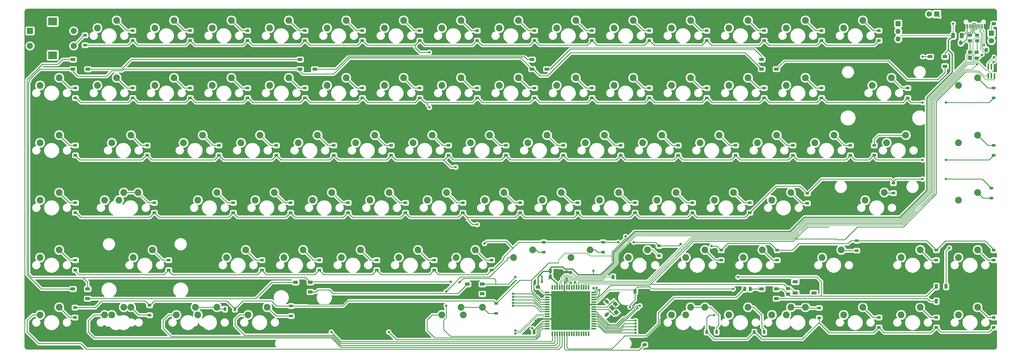
<source format=gbr>
%TF.GenerationSoftware,KiCad,Pcbnew,(5.1.9)-1*%
%TF.CreationDate,2021-05-13T13:18:14-04:00*%
%TF.ProjectId,rnm-75E,726e6d2d-3735-4452-9e6b-696361645f70,rev?*%
%TF.SameCoordinates,Original*%
%TF.FileFunction,Copper,L2,Bot*%
%TF.FilePolarity,Positive*%
%FSLAX46Y46*%
G04 Gerber Fmt 4.6, Leading zero omitted, Abs format (unit mm)*
G04 Created by KiCad (PCBNEW (5.1.9)-1) date 2021-05-13 13:18:14*
%MOMM*%
%LPD*%
G01*
G04 APERTURE LIST*
%TA.AperFunction,ComponentPad*%
%ADD10C,2.250000*%
%TD*%
%TA.AperFunction,ComponentPad*%
%ADD11C,1.800000*%
%TD*%
%TA.AperFunction,ComponentPad*%
%ADD12R,1.800000X1.800000*%
%TD*%
%TA.AperFunction,ComponentPad*%
%ADD13O,1.700000X1.700000*%
%TD*%
%TA.AperFunction,ComponentPad*%
%ADD14R,1.700000X1.700000*%
%TD*%
%TA.AperFunction,SMDPad,CuDef*%
%ADD15C,0.100000*%
%TD*%
%TA.AperFunction,SMDPad,CuDef*%
%ADD16R,1.500000X0.550000*%
%TD*%
%TA.AperFunction,SMDPad,CuDef*%
%ADD17R,0.550000X1.500000*%
%TD*%
%TA.AperFunction,ComponentPad*%
%ADD18R,2.000000X2.000000*%
%TD*%
%TA.AperFunction,ComponentPad*%
%ADD19C,2.000000*%
%TD*%
%TA.AperFunction,ComponentPad*%
%ADD20R,3.000000X2.500000*%
%TD*%
%TA.AperFunction,SMDPad,CuDef*%
%ADD21R,1.800000X1.100000*%
%TD*%
%TA.AperFunction,SMDPad,CuDef*%
%ADD22R,0.600000X1.450000*%
%TD*%
%TA.AperFunction,SMDPad,CuDef*%
%ADD23R,0.300000X1.450000*%
%TD*%
%TA.AperFunction,ComponentPad*%
%ADD24O,1.000000X2.100000*%
%TD*%
%TA.AperFunction,ComponentPad*%
%ADD25O,1.000000X1.600000*%
%TD*%
%TA.AperFunction,SMDPad,CuDef*%
%ADD26R,0.500000X1.850000*%
%TD*%
%TA.AperFunction,SMDPad,CuDef*%
%ADD27R,1.400000X1.000000*%
%TD*%
%TA.AperFunction,SMDPad,CuDef*%
%ADD28R,1.400000X1.200000*%
%TD*%
%TA.AperFunction,SMDPad,CuDef*%
%ADD29R,1.500000X1.000000*%
%TD*%
%TA.AperFunction,SMDPad,CuDef*%
%ADD30R,1.000000X1.500000*%
%TD*%
%TA.AperFunction,SMDPad,CuDef*%
%ADD31R,1.200000X0.900000*%
%TD*%
%TA.AperFunction,SMDPad,CuDef*%
%ADD32R,0.900000X1.200000*%
%TD*%
%TA.AperFunction,ViaPad*%
%ADD33C,0.800000*%
%TD*%
%TA.AperFunction,Conductor*%
%ADD34C,0.254000*%
%TD*%
%TA.AperFunction,Conductor*%
%ADD35C,0.381000*%
%TD*%
%TA.AperFunction,Conductor*%
%ADD36C,0.203200*%
%TD*%
%TA.AperFunction,Conductor*%
%ADD37C,0.200000*%
%TD*%
%TA.AperFunction,Conductor*%
%ADD38C,0.100000*%
%TD*%
G04 APERTURE END LIST*
%TO.P,R2,2*%
%TO.N,LED*%
%TA.AperFunction,SMDPad,CuDef*%
G36*
G01*
X566337500Y-67812499D02*
X566337500Y-68712501D01*
G75*
G02*
X566087501Y-68962500I-249999J0D01*
G01*
X565562499Y-68962500D01*
G75*
G02*
X565312500Y-68712501I0J249999D01*
G01*
X565312500Y-67812499D01*
G75*
G02*
X565562499Y-67562500I249999J0D01*
G01*
X566087501Y-67562500D01*
G75*
G02*
X566337500Y-67812499I0J-249999D01*
G01*
G37*
%TD.AperFunction*%
%TO.P,R2,1*%
%TO.N,Net-(D95-Pad4)*%
%TA.AperFunction,SMDPad,CuDef*%
G36*
G01*
X568162500Y-67812499D02*
X568162500Y-68712501D01*
G75*
G02*
X567912501Y-68962500I-249999J0D01*
G01*
X567387499Y-68962500D01*
G75*
G02*
X567137500Y-68712501I0J249999D01*
G01*
X567137500Y-67812499D01*
G75*
G02*
X567387499Y-67562500I249999J0D01*
G01*
X567912501Y-67562500D01*
G75*
G02*
X568162500Y-67812499I0J-249999D01*
G01*
G37*
%TD.AperFunction*%
%TD*%
D10*
%TO.P,MX83,2*%
%TO.N,Net-(D81-Pad2)*%
X624046250Y-55245000D03*
%TO.P,MX83,1*%
%TO.N,COL14*%
X617696250Y-57785000D03*
%TD*%
%TO.P,MX57,2*%
%TO.N,Net-(D57-Pad2)*%
X533558750Y-55245000D03*
%TO.P,MX57,1*%
%TO.N,COL9*%
X527208750Y-57785000D03*
%TD*%
%TO.P,C_FM1,1*%
%TO.N,+5V*%
%TA.AperFunction,SMDPad,CuDef*%
G36*
G01*
X500837500Y-62705000D02*
X500837500Y-61755000D01*
G75*
G02*
X501087500Y-61505000I250000J0D01*
G01*
X501587500Y-61505000D01*
G75*
G02*
X501837500Y-61755000I0J-250000D01*
G01*
X501837500Y-62705000D01*
G75*
G02*
X501587500Y-62955000I-250000J0D01*
G01*
X501087500Y-62955000D01*
G75*
G02*
X500837500Y-62705000I0J250000D01*
G01*
G37*
%TD.AperFunction*%
%TO.P,C_FM1,2*%
%TO.N,GND*%
%TA.AperFunction,SMDPad,CuDef*%
G36*
G01*
X502737500Y-62705000D02*
X502737500Y-61755000D01*
G75*
G02*
X502987500Y-61505000I250000J0D01*
G01*
X503487500Y-61505000D01*
G75*
G02*
X503737500Y-61755000I0J-250000D01*
G01*
X503737500Y-62705000D01*
G75*
G02*
X503487500Y-62955000I-250000J0D01*
G01*
X502987500Y-62955000D01*
G75*
G02*
X502737500Y-62705000I0J250000D01*
G01*
G37*
%TD.AperFunction*%
%TD*%
D11*
%TO.P,CAPS_LOCK_LED2,2*%
%TO.N,LED_PIN*%
X647700000Y14128750D03*
D12*
%TO.P,CAPS_LOCK_LED2,1*%
%TO.N,Net-(CAPS_LOCK_LED1-Pad1)*%
X647700000Y16668750D03*
%TD*%
D11*
%TO.P,CAPS_LOCK_LED1,2*%
%TO.N,LED_PIN*%
X627062500Y23018750D03*
D12*
%TO.P,CAPS_LOCK_LED1,1*%
%TO.N,Net-(CAPS_LOCK_LED1-Pad1)*%
X629602500Y23018750D03*
%TD*%
D10*
%TO.P,MX93,2*%
%TO.N,Net-(D41-Pad2)*%
X471646250Y-74295000D03*
%TO.P,MX93,1*%
%TO.N,COL6*%
X465296250Y-76835000D03*
%TD*%
%TO.P,MX92,2*%
%TO.N,Net-(D14-Pad2)*%
X390683750Y-74295000D03*
%TO.P,MX92,1*%
%TO.N,COL2*%
X384333750Y-76835000D03*
%TD*%
%TO.P,MX91,2*%
%TO.N,Net-(D11-Pad2)*%
X362108750Y-74295000D03*
%TO.P,MX91,1*%
%TO.N,COL1*%
X355758750Y-76835000D03*
%TD*%
%TO.P,MX90,2*%
%TO.N,Net-(D9-Pad2)*%
X359727500Y-36195000D03*
%TO.P,MX90,1*%
%TO.N,COL1*%
X353377500Y-38735000D03*
%TD*%
%TO.P,MX85,2*%
%TO.N,Net-(D83-Pad2)*%
X643096250Y-74295000D03*
%TO.P,MX85,1*%
%TO.N,COL15*%
X636746250Y-76835000D03*
%TD*%
%TO.P,MX41,2*%
%TO.N,Net-(D41-Pad2)*%
X478790000Y-74295000D03*
%TO.P,MX41,1*%
%TO.N,COL6*%
X472440000Y-76835000D03*
%TD*%
D13*
%TO.P,J3,4*%
%TO.N,GND*%
X616743750Y12223750D03*
%TO.P,J3,3*%
%TO.N,+5V*%
X616743750Y14763750D03*
%TO.P,J3,2*%
%TO.N,SCL*%
X616743750Y17303750D03*
D14*
%TO.P,J3,1*%
%TO.N,SDA*%
X616743750Y19843750D03*
%TD*%
D10*
%TO.P,MX2,1*%
%TO.N,COL0*%
X331946250Y-19685000D03*
%TO.P,MX2,2*%
%TO.N,Net-(D2-Pad2)*%
X338296250Y-17145000D03*
%TD*%
%TO.P,MX4,2*%
%TO.N,Net-(D4-Pad2)*%
X338296250Y-55245000D03*
%TO.P,MX4,1*%
%TO.N,COL0*%
X331946250Y-57785000D03*
%TD*%
%TA.AperFunction,SMDPad,CuDef*%
D15*
%TO.P,Y1,4*%
%TO.N,GND*%
G36*
X525379347Y-74859988D02*
G01*
X524530819Y-75708516D01*
X523540869Y-74718566D01*
X524389397Y-73870038D01*
X525379347Y-74859988D01*
G37*
%TD.AperFunction*%
%TA.AperFunction,SMDPad,CuDef*%
%TO.P,Y1,3*%
%TO.N,XTAL2*%
G36*
X523823712Y-73304353D02*
G01*
X522975184Y-74152881D01*
X521985234Y-73162931D01*
X522833762Y-72314403D01*
X523823712Y-73304353D01*
G37*
%TD.AperFunction*%
%TA.AperFunction,SMDPad,CuDef*%
%TO.P,Y1,2*%
%TO.N,GND*%
G36*
X522621631Y-74506434D02*
G01*
X521773103Y-75354962D01*
X520783153Y-74365012D01*
X521631681Y-73516484D01*
X522621631Y-74506434D01*
G37*
%TD.AperFunction*%
%TA.AperFunction,SMDPad,CuDef*%
%TO.P,Y1,1*%
%TO.N,XTAL1*%
G36*
X524177266Y-76062069D02*
G01*
X523328738Y-76910597D01*
X522338788Y-75920647D01*
X523187316Y-75072119D01*
X524177266Y-76062069D01*
G37*
%TD.AperFunction*%
%TD*%
D16*
%TO.P,U1,64*%
%TO.N,+5V*%
X500300000Y-69406250D03*
%TO.P,U1,63*%
%TO.N,GND*%
X500300000Y-70206250D03*
%TO.P,U1,62*%
%TO.N,N/C*%
X500300000Y-71006250D03*
%TO.P,U1,61*%
%TO.N,ROWF*%
X500300000Y-71806250D03*
%TO.P,U1,60*%
%TO.N,ROWA*%
X500300000Y-72606250D03*
%TO.P,U1,59*%
%TO.N,ROWB*%
X500300000Y-73406250D03*
%TO.P,U1,58*%
%TO.N,ROWC*%
X500300000Y-74206250D03*
%TO.P,U1,57*%
%TO.N,ROWD*%
X500300000Y-75006250D03*
%TO.P,U1,56*%
%TO.N,ROWE*%
X500300000Y-75806250D03*
%TO.P,U1,55*%
%TO.N,ENCODER+*%
X500300000Y-76606250D03*
%TO.P,U1,54*%
%TO.N,ENCODER-*%
X500300000Y-77406250D03*
%TO.P,U1,53*%
%TO.N,GND*%
X500300000Y-78206250D03*
%TO.P,U1,52*%
%TO.N,+5V*%
X500300000Y-79006250D03*
%TO.P,U1,51*%
%TO.N,COL7*%
X500300000Y-79806250D03*
%TO.P,U1,50*%
%TO.N,COL6*%
X500300000Y-80606250D03*
%TO.P,U1,49*%
%TO.N,COL5*%
X500300000Y-81406250D03*
D17*
%TO.P,U1,48*%
%TO.N,COL4*%
X502000000Y-83106250D03*
%TO.P,U1,47*%
%TO.N,COL3*%
X502800000Y-83106250D03*
%TO.P,U1,46*%
%TO.N,COL2*%
X503600000Y-83106250D03*
%TO.P,U1,45*%
%TO.N,COL1*%
X504400000Y-83106250D03*
%TO.P,U1,44*%
%TO.N,COL0*%
X505200000Y-83106250D03*
%TO.P,U1,43*%
%TO.N,Net-(R_SW2-Pad1)*%
X506000000Y-83106250D03*
%TO.P,U1,42*%
%TO.N,LED*%
X506800000Y-83106250D03*
%TO.P,U1,41*%
%TO.N,N/C*%
X507600000Y-83106250D03*
%TO.P,U1,40*%
X508400000Y-83106250D03*
%TO.P,U1,39*%
X509200000Y-83106250D03*
%TO.P,U1,38*%
X510000000Y-83106250D03*
%TO.P,U1,37*%
X510800000Y-83106250D03*
%TO.P,U1,36*%
X511600000Y-83106250D03*
%TO.P,U1,35*%
X512400000Y-83106250D03*
%TO.P,U1,34*%
X513200000Y-83106250D03*
%TO.P,U1,33*%
X514000000Y-83106250D03*
D16*
%TO.P,U1,32*%
X515700000Y-81406250D03*
%TO.P,U1,31*%
%TO.N,COL15*%
X515700000Y-80606250D03*
%TO.P,U1,30*%
%TO.N,COL14*%
X515700000Y-79806250D03*
%TO.P,U1,29*%
%TO.N,COL13*%
X515700000Y-79006250D03*
%TO.P,U1,28*%
%TO.N,COL12*%
X515700000Y-78206250D03*
%TO.P,U1,27*%
%TO.N,COL11*%
X515700000Y-77406250D03*
%TO.P,U1,26*%
%TO.N,SDA*%
X515700000Y-76606250D03*
%TO.P,U1,25*%
%TO.N,SCL*%
X515700000Y-75806250D03*
%TO.P,U1,24*%
%TO.N,XTAL1*%
X515700000Y-75006250D03*
%TO.P,U1,23*%
%TO.N,XTAL2*%
X515700000Y-74206250D03*
%TO.P,U1,22*%
%TO.N,GND*%
X515700000Y-73406250D03*
%TO.P,U1,21*%
%TO.N,+5V*%
X515700000Y-72606250D03*
%TO.P,U1,20*%
%TO.N,RESET*%
X515700000Y-71806250D03*
%TO.P,U1,19*%
%TO.N,COL10*%
X515700000Y-71006250D03*
%TO.P,U1,18*%
%TO.N,COL9*%
X515700000Y-70206250D03*
%TO.P,U1,17*%
%TO.N,COL8*%
X515700000Y-69406250D03*
D17*
%TO.P,U1,16*%
%TO.N,N/C*%
X514000000Y-67706250D03*
%TO.P,U1,15*%
X513200000Y-67706250D03*
%TO.P,U1,14*%
X512400000Y-67706250D03*
%TO.P,U1,13*%
%TO.N,MISO*%
X511600000Y-67706250D03*
%TO.P,U1,12*%
%TO.N,MOSI*%
X510800000Y-67706250D03*
%TO.P,U1,11*%
%TO.N,SCK*%
X510000000Y-67706250D03*
%TO.P,U1,10*%
%TO.N,LED_PIN*%
X509200000Y-67706250D03*
%TO.P,U1,9*%
%TO.N,N/C*%
X508400000Y-67706250D03*
%TO.P,U1,8*%
%TO.N,+5V*%
X507600000Y-67706250D03*
%TO.P,U1,7*%
%TO.N,Net-(C_ucap1-Pad2)*%
X506800000Y-67706250D03*
%TO.P,U1,6*%
%TO.N,GND*%
X506000000Y-67706250D03*
%TO.P,U1,5*%
%TO.N,D+*%
X505200000Y-67706250D03*
%TO.P,U1,4*%
%TO.N,D-*%
X504400000Y-67706250D03*
%TO.P,U1,3*%
%TO.N,+5V*%
X503600000Y-67706250D03*
%TO.P,U1,2*%
%TO.N,N/C*%
X502800000Y-67706250D03*
%TO.P,U1,1*%
X502000000Y-67706250D03*
%TD*%
D18*
%TO.P,SW2,A*%
%TO.N,ENCODER+*%
X328612500Y17462500D03*
D19*
%TO.P,SW2,C*%
%TO.N,GND*%
X328612500Y14962500D03*
%TO.P,SW2,B*%
%TO.N,ENCODER-*%
X328612500Y12462500D03*
D20*
%TO.P,SW2,MP*%
%TO.N,N/C*%
X336112500Y20562500D03*
X336112500Y9362500D03*
D19*
%TO.P,SW2,S1*%
%TO.N,COL0*%
X343112500Y17462500D03*
%TO.P,SW2,S2*%
%TO.N,Net-(D84-Pad2)*%
X343112500Y12462500D03*
%TD*%
D21*
%TO.P,SW1,4*%
%TO.N,N/C*%
X582612500Y-65881250D03*
%TO.P,SW1,3*%
X588812500Y-69581250D03*
%TO.P,SW1,2*%
%TO.N,RESET*%
X582612500Y-69581250D03*
%TO.P,SW1,1*%
%TO.N,GND*%
X588812500Y-65881250D03*
%TD*%
%TO.P,R_u2,2*%
%TO.N,Net-(J2-PadB5)*%
%TA.AperFunction,SMDPad,CuDef*%
G36*
G01*
X646506250Y11562501D02*
X646506250Y10662499D01*
G75*
G02*
X646256251Y10412500I-249999J0D01*
G01*
X645731249Y10412500D01*
G75*
G02*
X645481250Y10662499I0J249999D01*
G01*
X645481250Y11562501D01*
G75*
G02*
X645731249Y11812500I249999J0D01*
G01*
X646256251Y11812500D01*
G75*
G02*
X646506250Y11562501I0J-249999D01*
G01*
G37*
%TD.AperFunction*%
%TO.P,R_u2,1*%
%TO.N,GND*%
%TA.AperFunction,SMDPad,CuDef*%
G36*
G01*
X648331250Y11562501D02*
X648331250Y10662499D01*
G75*
G02*
X648081251Y10412500I-249999J0D01*
G01*
X647556249Y10412500D01*
G75*
G02*
X647306250Y10662499I0J249999D01*
G01*
X647306250Y11562501D01*
G75*
G02*
X647556249Y11812500I249999J0D01*
G01*
X648081251Y11812500D01*
G75*
G02*
X648331250Y11562501I0J-249999D01*
G01*
G37*
%TD.AperFunction*%
%TD*%
%TO.P,R_u1,2*%
%TO.N,Net-(J2-PadA5)*%
%TA.AperFunction,SMDPad,CuDef*%
G36*
G01*
X636987500Y13043749D02*
X636987500Y13943751D01*
G75*
G02*
X637237499Y14193750I249999J0D01*
G01*
X637762501Y14193750D01*
G75*
G02*
X638012500Y13943751I0J-249999D01*
G01*
X638012500Y13043749D01*
G75*
G02*
X637762501Y12793750I-249999J0D01*
G01*
X637237499Y12793750D01*
G75*
G02*
X636987500Y13043749I0J249999D01*
G01*
G37*
%TD.AperFunction*%
%TO.P,R_u1,1*%
%TO.N,GND*%
%TA.AperFunction,SMDPad,CuDef*%
G36*
G01*
X635162500Y13043749D02*
X635162500Y13943751D01*
G75*
G02*
X635412499Y14193750I249999J0D01*
G01*
X635937501Y14193750D01*
G75*
G02*
X636187500Y13943751I0J-249999D01*
G01*
X636187500Y13043749D01*
G75*
G02*
X635937501Y12793750I-249999J0D01*
G01*
X635412499Y12793750D01*
G75*
G02*
X635162500Y13043749I0J249999D01*
G01*
G37*
%TD.AperFunction*%
%TD*%
%TO.P,R_SW2,1*%
%TO.N,Net-(R_SW2-Pad1)*%
%TA.AperFunction,SMDPad,CuDef*%
G36*
G01*
X533056251Y-87268750D02*
X532156249Y-87268750D01*
G75*
G02*
X531906250Y-87018751I0J249999D01*
G01*
X531906250Y-86493749D01*
G75*
G02*
X532156249Y-86243750I249999J0D01*
G01*
X533056251Y-86243750D01*
G75*
G02*
X533306250Y-86493749I0J-249999D01*
G01*
X533306250Y-87018751D01*
G75*
G02*
X533056251Y-87268750I-249999J0D01*
G01*
G37*
%TD.AperFunction*%
%TO.P,R_SW2,2*%
%TO.N,GND*%
%TA.AperFunction,SMDPad,CuDef*%
G36*
G01*
X533056251Y-85443750D02*
X532156249Y-85443750D01*
G75*
G02*
X531906250Y-85193751I0J249999D01*
G01*
X531906250Y-84668749D01*
G75*
G02*
X532156249Y-84418750I249999J0D01*
G01*
X533056251Y-84418750D01*
G75*
G02*
X533306250Y-84668749I0J-249999D01*
G01*
X533306250Y-85193751D01*
G75*
G02*
X533056251Y-85443750I-249999J0D01*
G01*
G37*
%TD.AperFunction*%
%TD*%
%TO.P,R_SW1,1*%
%TO.N,RESET*%
%TA.AperFunction,SMDPad,CuDef*%
G36*
G01*
X579781249Y-67631250D02*
X580681251Y-67631250D01*
G75*
G02*
X580931250Y-67881249I0J-249999D01*
G01*
X580931250Y-68406251D01*
G75*
G02*
X580681251Y-68656250I-249999J0D01*
G01*
X579781249Y-68656250D01*
G75*
G02*
X579531250Y-68406251I0J249999D01*
G01*
X579531250Y-67881249D01*
G75*
G02*
X579781249Y-67631250I249999J0D01*
G01*
G37*
%TD.AperFunction*%
%TO.P,R_SW1,2*%
%TO.N,+5V*%
%TA.AperFunction,SMDPad,CuDef*%
G36*
G01*
X579781249Y-69456250D02*
X580681251Y-69456250D01*
G75*
G02*
X580931250Y-69706249I0J-249999D01*
G01*
X580931250Y-70231251D01*
G75*
G02*
X580681251Y-70481250I-249999J0D01*
G01*
X579781249Y-70481250D01*
G75*
G02*
X579531250Y-70231251I0J249999D01*
G01*
X579531250Y-69706249D01*
G75*
G02*
X579781249Y-69456250I249999J0D01*
G01*
G37*
%TD.AperFunction*%
%TD*%
%TO.P,R_d2,2*%
%TO.N,D-1*%
%TA.AperFunction,SMDPad,CuDef*%
G36*
G01*
X641006251Y15481250D02*
X640106249Y15481250D01*
G75*
G02*
X639856250Y15731249I0J249999D01*
G01*
X639856250Y16256251D01*
G75*
G02*
X640106249Y16506250I249999J0D01*
G01*
X641006251Y16506250D01*
G75*
G02*
X641256250Y16256251I0J-249999D01*
G01*
X641256250Y15731249D01*
G75*
G02*
X641006251Y15481250I-249999J0D01*
G01*
G37*
%TD.AperFunction*%
%TO.P,R_d2,1*%
%TO.N,D-*%
%TA.AperFunction,SMDPad,CuDef*%
G36*
G01*
X641006251Y13656250D02*
X640106249Y13656250D01*
G75*
G02*
X639856250Y13906249I0J249999D01*
G01*
X639856250Y14431251D01*
G75*
G02*
X640106249Y14681250I249999J0D01*
G01*
X641006251Y14681250D01*
G75*
G02*
X641256250Y14431251I0J-249999D01*
G01*
X641256250Y13906249D01*
G75*
G02*
X641006251Y13656250I-249999J0D01*
G01*
G37*
%TD.AperFunction*%
%TD*%
%TO.P,R_d1,2*%
%TO.N,D+1*%
%TA.AperFunction,SMDPad,CuDef*%
G36*
G01*
X643387501Y15481250D02*
X642487499Y15481250D01*
G75*
G02*
X642237500Y15731249I0J249999D01*
G01*
X642237500Y16256251D01*
G75*
G02*
X642487499Y16506250I249999J0D01*
G01*
X643387501Y16506250D01*
G75*
G02*
X643637500Y16256251I0J-249999D01*
G01*
X643637500Y15731249D01*
G75*
G02*
X643387501Y15481250I-249999J0D01*
G01*
G37*
%TD.AperFunction*%
%TO.P,R_d1,1*%
%TO.N,D+*%
%TA.AperFunction,SMDPad,CuDef*%
G36*
G01*
X643387501Y13656250D02*
X642487499Y13656250D01*
G75*
G02*
X642237500Y13906249I0J249999D01*
G01*
X642237500Y14431251D01*
G75*
G02*
X642487499Y14681250I249999J0D01*
G01*
X643387501Y14681250D01*
G75*
G02*
X643637500Y14431251I0J-249999D01*
G01*
X643637500Y13906249D01*
G75*
G02*
X643387501Y13656250I-249999J0D01*
G01*
G37*
%TD.AperFunction*%
%TD*%
%TO.P,R1,2*%
%TO.N,GND*%
%TA.AperFunction,SMDPad,CuDef*%
G36*
G01*
X648943751Y21156250D02*
X648043749Y21156250D01*
G75*
G02*
X647793750Y21406249I0J249999D01*
G01*
X647793750Y21931251D01*
G75*
G02*
X648043749Y22181250I249999J0D01*
G01*
X648943751Y22181250D01*
G75*
G02*
X649193750Y21931251I0J-249999D01*
G01*
X649193750Y21406249D01*
G75*
G02*
X648943751Y21156250I-249999J0D01*
G01*
G37*
%TD.AperFunction*%
%TO.P,R1,1*%
%TO.N,Net-(CAPS_LOCK_LED1-Pad1)*%
%TA.AperFunction,SMDPad,CuDef*%
G36*
G01*
X648943751Y19331250D02*
X648043749Y19331250D01*
G75*
G02*
X647793750Y19581249I0J249999D01*
G01*
X647793750Y20106251D01*
G75*
G02*
X648043749Y20356250I249999J0D01*
G01*
X648943751Y20356250D01*
G75*
G02*
X649193750Y20106251I0J-249999D01*
G01*
X649193750Y19581249D01*
G75*
G02*
X648943751Y19331250I-249999J0D01*
G01*
G37*
%TD.AperFunction*%
%TD*%
D10*
%TO.P,MX89,2*%
%TO.N,Net-(D88-Pad2)*%
X643096250Y-55245000D03*
%TO.P,MX89,1*%
%TO.N,COL15*%
X636746250Y-57785000D03*
%TD*%
%TO.P,MX88,2*%
%TO.N,Net-(D87-Pad2)*%
X643096250Y-36195000D03*
%TO.P,MX88,1*%
%TO.N,COL15*%
X636746250Y-38735000D03*
%TD*%
%TO.P,MX87,2*%
%TO.N,Net-(D86-Pad2)*%
X643096250Y-17145000D03*
%TO.P,MX87,1*%
%TO.N,COL15*%
X636746250Y-19685000D03*
%TD*%
%TO.P,MX86,2*%
%TO.N,Net-(D85-Pad2)*%
X643096250Y1905000D03*
%TO.P,MX86,1*%
%TO.N,COL15*%
X636746250Y-635000D03*
%TD*%
%TO.P,MX84,2*%
%TO.N,Net-(D82-Pad2)*%
X624046250Y-74295000D03*
%TO.P,MX84,1*%
%TO.N,COL14*%
X617696250Y-76835000D03*
%TD*%
%TO.P,MX82,2*%
%TO.N,Net-(D80-Pad2)*%
X612140000Y-36195000D03*
%TO.P,MX82,1*%
%TO.N,COL14*%
X605790000Y-38735000D03*
%TD*%
%TO.P,MX81,2*%
%TO.N,Net-(D79-Pad2)*%
X619283750Y-17145000D03*
%TO.P,MX81,1*%
%TO.N,COL14*%
X612933750Y-19685000D03*
%TD*%
%TO.P,MX80,2*%
%TO.N,Net-(D78-Pad2)*%
X614521250Y1905000D03*
%TO.P,MX80,1*%
%TO.N,COL14*%
X608171250Y-635000D03*
%TD*%
%TO.P,MX79,2*%
%TO.N,Net-(D77-Pad2)*%
X604996250Y-74295000D03*
%TO.P,MX79,1*%
%TO.N,COL12*%
X598646250Y-76835000D03*
%TD*%
%TO.P,MX78,2*%
%TO.N,Net-(D76-Pad2)*%
X604996250Y20955000D03*
%TO.P,MX78,1*%
%TO.N,COL14*%
X598646250Y18415000D03*
%TD*%
%TO.P,MX77,2*%
%TO.N,Net-(D75-Pad2)*%
X597852500Y-55245000D03*
%TO.P,MX77,1*%
%TO.N,COL12*%
X591502500Y-57785000D03*
%TD*%
%TO.P,MX76,2*%
%TO.N,Net-(D74-Pad2)*%
X595471250Y-17145000D03*
%TO.P,MX76,1*%
%TO.N,COL13*%
X589121250Y-19685000D03*
%TD*%
%TO.P,MX75,2*%
%TO.N,Net-(D73-Pad2)*%
X585946250Y1905000D03*
%TO.P,MX75,1*%
%TO.N,COL13*%
X579596250Y-635000D03*
%TD*%
%TO.P,MX74,2*%
%TO.N,Net-(D72-Pad2)*%
X585946250Y20955000D03*
%TO.P,MX74,1*%
%TO.N,COL13*%
X579596250Y18415000D03*
%TD*%
%TO.P,MX73,2*%
%TO.N,Net-(D71-Pad2)*%
X581183750Y-36195000D03*
%TO.P,MX73,1*%
%TO.N,COL12*%
X574833750Y-38735000D03*
%TD*%
%TO.P,MX72,2*%
%TO.N,Net-(D70-Pad2)*%
X576421250Y-17145000D03*
%TO.P,MX72,1*%
%TO.N,COL12*%
X570071250Y-19685000D03*
%TD*%
%TO.P,MX71,2*%
%TO.N,Net-(D66-Pad2)*%
X581183750Y-74295000D03*
%TO.P,MX71,1*%
%TO.N,COL11*%
X574833750Y-76835000D03*
%TD*%
%TO.P,MX70,2*%
%TO.N,Net-(D66-Pad2)*%
X585946250Y-74295000D03*
%TO.P,MX70,1*%
%TO.N,COL11*%
X579596250Y-76835000D03*
%TD*%
%TO.P,MX69,2*%
%TO.N,Net-(D69-Pad2)*%
X571658750Y-55245000D03*
%TO.P,MX69,1*%
%TO.N,COL11*%
X565308750Y-57785000D03*
%TD*%
%TO.P,MX68,2*%
%TO.N,Net-(D68-Pad2)*%
X566896250Y1905000D03*
%TO.P,MX68,1*%
%TO.N,COL12*%
X560546250Y-635000D03*
%TD*%
%TO.P,MX67,2*%
%TO.N,Net-(D67-Pad2)*%
X566896250Y20955000D03*
%TO.P,MX67,1*%
%TO.N,COL12*%
X560546250Y18415000D03*
%TD*%
%TO.P,MX66,2*%
%TO.N,Net-(D65-Pad2)*%
X562133750Y-36195000D03*
%TO.P,MX66,1*%
%TO.N,COL11*%
X555783750Y-38735000D03*
%TD*%
%TO.P,MX65,2*%
%TO.N,Net-(D64-Pad2)*%
X557371250Y-17145000D03*
%TO.P,MX65,1*%
%TO.N,COL11*%
X551021250Y-19685000D03*
%TD*%
%TO.P,MX64,2*%
%TO.N,Net-(D53-Pad2)*%
X552608750Y-74295000D03*
%TO.P,MX64,1*%
%TO.N,COL9*%
X546258750Y-76835000D03*
%TD*%
%TO.P,MX63,2*%
%TO.N,Net-(D60-Pad2)*%
X566896250Y-74295000D03*
%TO.P,MX63,1*%
%TO.N,COL10*%
X560546250Y-76835000D03*
%TD*%
%TO.P,MX62,2*%
%TO.N,Net-(D63-Pad2)*%
X552608750Y-55245000D03*
%TO.P,MX62,1*%
%TO.N,COL10*%
X546258750Y-57785000D03*
%TD*%
%TO.P,MX61,2*%
%TO.N,Net-(D62-Pad2)*%
X547846250Y1905000D03*
%TO.P,MX61,1*%
%TO.N,COL11*%
X541496250Y-635000D03*
%TD*%
%TO.P,MX60,2*%
%TO.N,Net-(D61-Pad2)*%
X547846250Y20955000D03*
%TO.P,MX60,1*%
%TO.N,COL11*%
X541496250Y18415000D03*
%TD*%
%TO.P,MX59,2*%
%TO.N,Net-(D59-Pad2)*%
X543083750Y-36195000D03*
%TO.P,MX59,1*%
%TO.N,COL10*%
X536733750Y-38735000D03*
%TD*%
%TO.P,MX58,2*%
%TO.N,Net-(D58-Pad2)*%
X538321250Y-17145000D03*
%TO.P,MX58,1*%
%TO.N,COL10*%
X531971250Y-19685000D03*
%TD*%
%TO.P,MX56,2*%
%TO.N,Net-(D56-Pad2)*%
X528796250Y1905000D03*
%TO.P,MX56,1*%
%TO.N,COL10*%
X522446250Y-635000D03*
%TD*%
%TO.P,MX55,2*%
%TO.N,Net-(D55-Pad2)*%
X528796250Y20955000D03*
%TO.P,MX55,1*%
%TO.N,COL10*%
X522446250Y18415000D03*
%TD*%
%TO.P,MX54,2*%
%TO.N,Net-(D54-Pad2)*%
X524033750Y-36195000D03*
%TO.P,MX54,1*%
%TO.N,COL9*%
X517683750Y-38735000D03*
%TD*%
%TO.P,MX53,2*%
%TO.N,Net-(D53-Pad2)*%
X547846250Y-74295000D03*
%TO.P,MX53,1*%
%TO.N,COL9*%
X541496250Y-76835000D03*
%TD*%
%TO.P,MX52,2*%
%TO.N,Net-(D52-Pad2)*%
X519271250Y-17145000D03*
%TO.P,MX52,1*%
%TO.N,COL9*%
X512921250Y-19685000D03*
%TD*%
%TO.P,MX51,2*%
%TO.N,Net-(D51-Pad2)*%
X514508750Y-55245000D03*
%TO.P,MX51,1*%
%TO.N,COL8*%
X508158750Y-57785000D03*
%TD*%
%TO.P,MX50,2*%
%TO.N,Net-(D50-Pad2)*%
X509746250Y1905000D03*
%TO.P,MX50,1*%
%TO.N,COL9*%
X503396250Y-635000D03*
%TD*%
%TO.P,MX49,2*%
%TO.N,Net-(D49-Pad2)*%
X509746250Y20955000D03*
%TO.P,MX49,1*%
%TO.N,COL9*%
X503396250Y18415000D03*
%TD*%
%TO.P,MX48,2*%
%TO.N,Net-(D48-Pad2)*%
X504983750Y-36195000D03*
%TO.P,MX48,1*%
%TO.N,COL8*%
X498633750Y-38735000D03*
%TD*%
%TO.P,MX47,2*%
%TO.N,Net-(D47-Pad2)*%
X500221250Y-17145000D03*
%TO.P,MX47,1*%
%TO.N,COL8*%
X493871250Y-19685000D03*
%TD*%
%TO.P,MX46,2*%
%TO.N,Net-(D46-Pad2)*%
X495458750Y-55245000D03*
%TO.P,MX46,1*%
%TO.N,COL7*%
X489108750Y-57785000D03*
%TD*%
%TO.P,MX45,2*%
%TO.N,Net-(D45-Pad2)*%
X490696250Y1905000D03*
%TO.P,MX45,1*%
%TO.N,COL8*%
X484346250Y-635000D03*
%TD*%
%TO.P,MX44,2*%
%TO.N,Net-(D44-Pad2)*%
X490696250Y20955000D03*
%TO.P,MX44,1*%
%TO.N,COL8*%
X484346250Y18415000D03*
%TD*%
%TO.P,MX43,2*%
%TO.N,Net-(D43-Pad2)*%
X485933750Y-36195000D03*
%TO.P,MX43,1*%
%TO.N,COL7*%
X479583750Y-38735000D03*
%TD*%
%TO.P,MX42,2*%
%TO.N,Net-(D42-Pad2)*%
X481171250Y-17145000D03*
%TO.P,MX42,1*%
%TO.N,COL7*%
X474821250Y-19685000D03*
%TD*%
%TO.P,MX40,2*%
%TO.N,Net-(D40-Pad2)*%
X476408750Y-55245000D03*
%TO.P,MX40,1*%
%TO.N,COL6*%
X470058750Y-57785000D03*
%TD*%
%TO.P,MX39,2*%
%TO.N,Net-(D39-Pad2)*%
X471646250Y1905000D03*
%TO.P,MX39,1*%
%TO.N,COL7*%
X465296250Y-635000D03*
%TD*%
%TO.P,MX38,2*%
%TO.N,Net-(D38-Pad2)*%
X471646250Y20955000D03*
%TO.P,MX38,1*%
%TO.N,COL7*%
X465296250Y18415000D03*
%TD*%
%TO.P,MX37,2*%
%TO.N,Net-(D37-Pad2)*%
X466883750Y-36195000D03*
%TO.P,MX37,1*%
%TO.N,COL6*%
X460533750Y-38735000D03*
%TD*%
%TO.P,MX36,2*%
%TO.N,Net-(D36-Pad2)*%
X462121250Y-17145000D03*
%TO.P,MX36,1*%
%TO.N,COL6*%
X455771250Y-19685000D03*
%TD*%
%TO.P,MX35,2*%
%TO.N,Net-(D35-Pad2)*%
X457358750Y-55245000D03*
%TO.P,MX35,1*%
%TO.N,COL5*%
X451008750Y-57785000D03*
%TD*%
%TO.P,MX34,2*%
%TO.N,Net-(D34-Pad2)*%
X452596250Y1905000D03*
%TO.P,MX34,1*%
%TO.N,COL6*%
X446246250Y-635000D03*
%TD*%
%TO.P,MX33,2*%
%TO.N,Net-(D33-Pad2)*%
X452596250Y20955000D03*
%TO.P,MX33,1*%
%TO.N,COL6*%
X446246250Y18415000D03*
%TD*%
%TO.P,MX32,2*%
%TO.N,Net-(D32-Pad2)*%
X447833750Y-36195000D03*
%TO.P,MX32,1*%
%TO.N,COL5*%
X441483750Y-38735000D03*
%TD*%
%TO.P,MX31,2*%
%TO.N,Net-(D31-Pad2)*%
X443071250Y-17145000D03*
%TO.P,MX31,1*%
%TO.N,COL5*%
X436721250Y-19685000D03*
%TD*%
%TO.P,MX30,2*%
%TO.N,Net-(D30-Pad2)*%
X438308750Y-55245000D03*
%TO.P,MX30,1*%
%TO.N,COL4*%
X431958750Y-57785000D03*
%TD*%
%TO.P,MX29,2*%
%TO.N,Net-(D29-Pad2)*%
X433546250Y1905000D03*
%TO.P,MX29,1*%
%TO.N,COL5*%
X427196250Y-635000D03*
%TD*%
%TO.P,MX28,2*%
%TO.N,Net-(D28-Pad2)*%
X433546250Y20955000D03*
%TO.P,MX28,1*%
%TO.N,COL5*%
X427196250Y18415000D03*
%TD*%
%TO.P,MX27,2*%
%TO.N,Net-(D27-Pad2)*%
X428783750Y-36195000D03*
%TO.P,MX27,1*%
%TO.N,COL4*%
X422433750Y-38735000D03*
%TD*%
%TO.P,MX26,2*%
%TO.N,Net-(D26-Pad2)*%
X424021250Y-17145000D03*
%TO.P,MX26,1*%
%TO.N,COL4*%
X417671250Y-19685000D03*
%TD*%
%TO.P,MX25,2*%
%TO.N,Net-(D25-Pad2)*%
X419258750Y-55245000D03*
%TO.P,MX25,1*%
%TO.N,COL3*%
X412908750Y-57785000D03*
%TD*%
%TO.P,MX24,2*%
%TO.N,Net-(D24-Pad2)*%
X414496250Y1905000D03*
%TO.P,MX24,1*%
%TO.N,COL4*%
X408146250Y-635000D03*
%TD*%
%TO.P,MX23,2*%
%TO.N,Net-(D23-Pad2)*%
X414496250Y20955000D03*
%TO.P,MX23,1*%
%TO.N,COL4*%
X408146250Y18415000D03*
%TD*%
%TO.P,MX22,2*%
%TO.N,Net-(D22-Pad2)*%
X409733750Y-36195000D03*
%TO.P,MX22,1*%
%TO.N,COL3*%
X403383750Y-38735000D03*
%TD*%
%TO.P,MX21,2*%
%TO.N,Net-(D21-Pad2)*%
X404971250Y-17145000D03*
%TO.P,MX21,1*%
%TO.N,COL3*%
X398621250Y-19685000D03*
%TD*%
%TO.P,MX20,2*%
%TO.N,Net-(D20-Pad2)*%
X407352500Y-74295000D03*
%TO.P,MX20,1*%
%TO.N,COL3*%
X401002500Y-76835000D03*
%TD*%
%TO.P,MX19,2*%
%TO.N,Net-(D19-Pad2)*%
X400208750Y-55245000D03*
%TO.P,MX19,1*%
%TO.N,COL2*%
X393858750Y-57785000D03*
%TD*%
%TO.P,MX18,2*%
%TO.N,Net-(D18-Pad2)*%
X395446250Y1905000D03*
%TO.P,MX18,1*%
%TO.N,COL3*%
X389096250Y-635000D03*
%TD*%
%TO.P,MX17,2*%
%TO.N,Net-(D17-Pad2)*%
X395446250Y20955000D03*
%TO.P,MX17,1*%
%TO.N,COL3*%
X389096250Y18415000D03*
%TD*%
%TO.P,MX16,2*%
%TO.N,Net-(D16-Pad2)*%
X390683750Y-36195000D03*
%TO.P,MX16,1*%
%TO.N,COL2*%
X384333750Y-38735000D03*
%TD*%
%TO.P,MX15,2*%
%TO.N,Net-(D15-Pad2)*%
X385921250Y-17145000D03*
%TO.P,MX15,1*%
%TO.N,COL2*%
X379571250Y-19685000D03*
%TD*%
%TO.P,MX14,2*%
%TO.N,Net-(D14-Pad2)*%
X383540000Y-74295000D03*
%TO.P,MX14,1*%
%TO.N,COL2*%
X377190000Y-76835000D03*
%TD*%
%TO.P,MX13,2*%
%TO.N,Net-(D13-Pad2)*%
X376396250Y1905000D03*
%TO.P,MX13,1*%
%TO.N,COL2*%
X370046250Y-635000D03*
%TD*%
%TO.P,MX12,2*%
%TO.N,Net-(D12-Pad2)*%
X376396250Y20955000D03*
%TO.P,MX12,1*%
%TO.N,COL2*%
X370046250Y18415000D03*
%TD*%
%TO.P,MX11,2*%
%TO.N,Net-(D11-Pad2)*%
X359727500Y-74295000D03*
%TO.P,MX11,1*%
%TO.N,COL1*%
X353377500Y-76835000D03*
%TD*%
%TO.P,MX10,2*%
%TO.N,Net-(D10-Pad2)*%
X369252500Y-55245000D03*
%TO.P,MX10,1*%
%TO.N,COL1*%
X362902500Y-57785000D03*
%TD*%
%TO.P,MX9,2*%
%TO.N,Net-(D9-Pad2)*%
X364490000Y-36195000D03*
%TO.P,MX9,1*%
%TO.N,COL1*%
X358140000Y-38735000D03*
%TD*%
%TO.P,MX8,2*%
%TO.N,Net-(D8-Pad2)*%
X362108750Y-17145000D03*
%TO.P,MX8,1*%
%TO.N,COL1*%
X355758750Y-19685000D03*
%TD*%
%TO.P,MX7,2*%
%TO.N,Net-(D7-Pad2)*%
X357346250Y1905000D03*
%TO.P,MX7,1*%
%TO.N,COL1*%
X350996250Y-635000D03*
%TD*%
%TO.P,MX6,2*%
%TO.N,Net-(D6-Pad2)*%
X357346250Y20955000D03*
%TO.P,MX6,1*%
%TO.N,COL1*%
X350996250Y18415000D03*
%TD*%
%TO.P,MX5,2*%
%TO.N,Net-(D5-Pad2)*%
X338296250Y-74295000D03*
%TO.P,MX5,1*%
%TO.N,COL0*%
X331946250Y-76835000D03*
%TD*%
%TO.P,MX3,2*%
%TO.N,Net-(D3-Pad2)*%
X338296250Y-36195000D03*
%TO.P,MX3,1*%
%TO.N,COL0*%
X331946250Y-38735000D03*
%TD*%
%TO.P,MX1,1*%
%TO.N,COL0*%
X331946250Y-635000D03*
%TO.P,MX1,2*%
%TO.N,Net-(D1-Pad2)*%
X338296250Y1905000D03*
%TD*%
D22*
%TO.P,J2,B1*%
%TO.N,GND*%
X645393750Y18973750D03*
%TO.P,J2,A9*%
%TO.N,VCC*%
X644593750Y18973750D03*
%TO.P,J2,B9*%
X639693750Y18973750D03*
%TO.P,J2,B12*%
%TO.N,GND*%
X638893750Y18973750D03*
%TO.P,J2,A1*%
X638893750Y18973750D03*
%TO.P,J2,A4*%
%TO.N,VCC*%
X639693750Y18973750D03*
%TO.P,J2,B4*%
X644593750Y18973750D03*
%TO.P,J2,A12*%
%TO.N,GND*%
X645393750Y18973750D03*
D23*
%TO.P,J2,B8*%
%TO.N,N/C*%
X640393750Y18973750D03*
%TO.P,J2,A5*%
%TO.N,Net-(J2-PadA5)*%
X640893750Y18973750D03*
%TO.P,J2,B7*%
%TO.N,D-1*%
X641393750Y18973750D03*
%TO.P,J2,A7*%
X642393750Y18973750D03*
%TO.P,J2,B6*%
%TO.N,D+1*%
X642893750Y18973750D03*
%TO.P,J2,A8*%
%TO.N,N/C*%
X643393750Y18973750D03*
%TO.P,J2,B5*%
%TO.N,Net-(J2-PadB5)*%
X643893750Y18973750D03*
%TO.P,J2,A6*%
%TO.N,D+1*%
X641893750Y18973750D03*
D24*
%TO.P,J2,S1*%
%TO.N,GND*%
X646463750Y19888750D03*
X637823750Y19888750D03*
D25*
X637823750Y24068750D03*
X646463750Y24068750D03*
%TD*%
D26*
%TO.P,J1,1*%
%TO.N,MISO*%
X646700000Y2443750D03*
%TO.P,J1,2*%
%TO.N,VCC*%
X646700000Y5493750D03*
%TO.P,J1,3*%
%TO.N,SCK*%
X647700000Y2443750D03*
%TO.P,J1,4*%
%TO.N,MOSI*%
X647700000Y5493750D03*
%TO.P,J1,5*%
%TO.N,RESET*%
X648700000Y2443750D03*
%TO.P,J1,6*%
%TO.N,GND*%
X648700000Y5493750D03*
%TD*%
%TO.P,F1,1*%
%TO.N,+5V*%
%TA.AperFunction,SMDPad,CuDef*%
G36*
G01*
X634375000Y15250000D02*
X634375000Y16500000D01*
G75*
G02*
X634625000Y16750000I250000J0D01*
G01*
X635375000Y16750000D01*
G75*
G02*
X635625000Y16500000I0J-250000D01*
G01*
X635625000Y15250000D01*
G75*
G02*
X635375000Y15000000I-250000J0D01*
G01*
X634625000Y15000000D01*
G75*
G02*
X634375000Y15250000I0J250000D01*
G01*
G37*
%TD.AperFunction*%
%TO.P,F1,2*%
%TO.N,VCC*%
%TA.AperFunction,SMDPad,CuDef*%
G36*
G01*
X637175000Y15250000D02*
X637175000Y16500000D01*
G75*
G02*
X637425000Y16750000I250000J0D01*
G01*
X638175000Y16750000D01*
G75*
G02*
X638425000Y16500000I0J-250000D01*
G01*
X638425000Y15250000D01*
G75*
G02*
X638175000Y15000000I-250000J0D01*
G01*
X637425000Y15000000D01*
G75*
G02*
X637175000Y15250000I0J250000D01*
G01*
G37*
%TD.AperFunction*%
%TD*%
D27*
%TO.P,ESD1,4*%
%TO.N,+5V*%
X642756250Y8418750D03*
%TO.P,ESD1,3*%
%TO.N,D+*%
X642756250Y10318750D03*
%TO.P,ESD1,2*%
%TO.N,D-*%
X640556250Y10318750D03*
D28*
%TO.P,ESD1,1*%
%TO.N,GND*%
X640556250Y8598750D03*
%TD*%
D29*
%TO.P,D98,1*%
%TO.N,+5V*%
X347731250Y-68250000D03*
%TO.P,D98,2*%
%TO.N,Net-(D97-Pad4)*%
X347731250Y-71450000D03*
%TO.P,D98,4*%
%TO.N,Net-(D89-Pad2)*%
X342831250Y-68250000D03*
%TO.P,D98,3*%
%TO.N,GND*%
X342831250Y-71450000D03*
%TD*%
%TO.P,D97,3*%
%TO.N,GND*%
X416740000Y-69240000D03*
%TO.P,D97,4*%
%TO.N,Net-(D97-Pad4)*%
X416740000Y-66040000D03*
%TO.P,D97,2*%
%TO.N,Net-(D96-Pad4)*%
X421640000Y-69240000D03*
%TO.P,D97,1*%
%TO.N,+5V*%
X421640000Y-66040000D03*
%TD*%
%TO.P,D96,3*%
%TO.N,GND*%
X473800000Y-69862500D03*
%TO.P,D96,4*%
%TO.N,Net-(D96-Pad4)*%
X473800000Y-66662500D03*
%TO.P,D96,2*%
%TO.N,N/C*%
X478700000Y-69862500D03*
%TO.P,D96,1*%
%TO.N,+5V*%
X478700000Y-66662500D03*
%TD*%
%TO.P,D95,3*%
%TO.N,GND*%
X571431250Y-71450000D03*
%TO.P,D95,4*%
%TO.N,Net-(D95-Pad4)*%
X571431250Y-68250000D03*
%TO.P,D95,2*%
%TO.N,Net-(D94-Pad4)*%
X576331250Y-71450000D03*
%TO.P,D95,1*%
%TO.N,+5V*%
X576331250Y-68250000D03*
%TD*%
D30*
%TO.P,D94,3*%
%TO.N,GND*%
X632631250Y-72300000D03*
%TO.P,D94,4*%
%TO.N,Net-(D94-Pad4)*%
X629431250Y-72300000D03*
%TO.P,D94,2*%
%TO.N,Net-(D93-Pad4)*%
X632631250Y-67400000D03*
%TO.P,D94,1*%
%TO.N,+5V*%
X629431250Y-67400000D03*
%TD*%
D29*
%TO.P,D93,3*%
%TO.N,GND*%
X627380000Y5690000D03*
%TO.P,D93,4*%
%TO.N,Net-(D93-Pad4)*%
X627380000Y8890000D03*
%TO.P,D93,2*%
%TO.N,Net-(D92-Pad4)*%
X632280000Y5690000D03*
%TO.P,D93,1*%
%TO.N,+5V*%
X632280000Y8890000D03*
%TD*%
%TO.P,D92,3*%
%TO.N,GND*%
X576331250Y7950000D03*
%TO.P,D92,4*%
%TO.N,Net-(D92-Pad4)*%
X576331250Y4750000D03*
%TO.P,D92,2*%
%TO.N,Net-(D91-Pad4)*%
X571431250Y7950000D03*
%TO.P,D92,1*%
%TO.N,+5V*%
X571431250Y4750000D03*
%TD*%
%TO.P,D91,3*%
%TO.N,GND*%
X500131250Y7950000D03*
%TO.P,D91,4*%
%TO.N,Net-(D91-Pad4)*%
X500131250Y4750000D03*
%TO.P,D91,2*%
%TO.N,Net-(D90-Pad4)*%
X495231250Y7950000D03*
%TO.P,D91,1*%
%TO.N,+5V*%
X495231250Y4750000D03*
%TD*%
%TO.P,D90,1*%
%TO.N,+5V*%
X418237500Y4750000D03*
%TO.P,D90,2*%
%TO.N,Net-(D89-Pad4)*%
X418237500Y7950000D03*
%TO.P,D90,4*%
%TO.N,Net-(D90-Pad4)*%
X423137500Y4750000D03*
%TO.P,D90,3*%
%TO.N,GND*%
X423137500Y7950000D03*
%TD*%
%TO.P,D89,3*%
%TO.N,GND*%
X347800000Y7937500D03*
%TO.P,D89,4*%
%TO.N,Net-(D89-Pad4)*%
X347800000Y4737500D03*
%TO.P,D89,2*%
%TO.N,Net-(D89-Pad2)*%
X342900000Y7937500D03*
%TO.P,D89,1*%
%TO.N,+5V*%
X342900000Y4737500D03*
%TD*%
D31*
%TO.P,D88,2*%
%TO.N,Net-(D88-Pad2)*%
X648493750Y-58675000D03*
%TO.P,D88,1*%
%TO.N,ROWE*%
X648493750Y-55375000D03*
%TD*%
%TO.P,D87,2*%
%TO.N,Net-(D87-Pad2)*%
X647700000Y-38100000D03*
%TO.P,D87,1*%
%TO.N,ROWD*%
X647700000Y-34800000D03*
%TD*%
%TO.P,D86,2*%
%TO.N,Net-(D86-Pad2)*%
X648493750Y-20575000D03*
%TO.P,D86,1*%
%TO.N,ROWC*%
X648493750Y-23875000D03*
%TD*%
%TO.P,D85,2*%
%TO.N,Net-(D85-Pad2)*%
X648493750Y-1525000D03*
%TO.P,D85,1*%
%TO.N,ROWB*%
X648493750Y-4825000D03*
%TD*%
%TO.P,D84,2*%
%TO.N,Net-(D84-Pad2)*%
X346868750Y16000000D03*
%TO.P,D84,1*%
%TO.N,ROWA*%
X346868750Y12700000D03*
%TD*%
%TO.P,D83,2*%
%TO.N,Net-(D83-Pad2)*%
X648493750Y-77725000D03*
%TO.P,D83,1*%
%TO.N,ROWF*%
X648493750Y-81025000D03*
%TD*%
%TO.P,D82,2*%
%TO.N,Net-(D82-Pad2)*%
X629443750Y-77725000D03*
%TO.P,D82,1*%
%TO.N,ROWF*%
X629443750Y-81025000D03*
%TD*%
%TO.P,D81,2*%
%TO.N,Net-(D81-Pad2)*%
X629412000Y-58675000D03*
%TO.P,D81,1*%
%TO.N,ROWE*%
X629412000Y-55375000D03*
%TD*%
%TO.P,D80,2*%
%TO.N,Net-(D80-Pad2)*%
X615156250Y-36387500D03*
%TO.P,D80,1*%
%TO.N,ROWD*%
X615156250Y-33087500D03*
%TD*%
%TO.P,D79,2*%
%TO.N,Net-(D79-Pad2)*%
X608806250Y-20575000D03*
%TO.P,D79,1*%
%TO.N,ROWC*%
X608806250Y-23875000D03*
%TD*%
%TO.P,D78,2*%
%TO.N,Net-(D78-Pad2)*%
X619918750Y-1525000D03*
%TO.P,D78,1*%
%TO.N,ROWB*%
X619918750Y-4825000D03*
%TD*%
%TO.P,D77,2*%
%TO.N,Net-(D77-Pad2)*%
X610393750Y-77725000D03*
%TO.P,D77,1*%
%TO.N,ROWF*%
X610393750Y-81025000D03*
%TD*%
%TO.P,D76,2*%
%TO.N,Net-(D76-Pad2)*%
X610393750Y17525000D03*
%TO.P,D76,1*%
%TO.N,ROWA*%
X610393750Y14225000D03*
%TD*%
%TO.P,D75,2*%
%TO.N,Net-(D75-Pad2)*%
X602996000Y-55500000D03*
%TO.P,D75,1*%
%TO.N,ROWE*%
X602996000Y-52200000D03*
%TD*%
%TO.P,D74,2*%
%TO.N,Net-(D74-Pad2)*%
X600868750Y-20575000D03*
%TO.P,D74,1*%
%TO.N,ROWC*%
X600868750Y-23875000D03*
%TD*%
%TO.P,D73,2*%
%TO.N,Net-(D73-Pad2)*%
X591343750Y-1525000D03*
%TO.P,D73,1*%
%TO.N,ROWB*%
X591343750Y-4825000D03*
%TD*%
%TO.P,D72,2*%
%TO.N,Net-(D72-Pad2)*%
X591343750Y17525000D03*
%TO.P,D72,1*%
%TO.N,ROWA*%
X591343750Y14225000D03*
%TD*%
%TO.P,D71,2*%
%TO.N,Net-(D71-Pad2)*%
X586581250Y-39812500D03*
%TO.P,D71,1*%
%TO.N,ROWD*%
X586581250Y-36512500D03*
%TD*%
%TO.P,D70,2*%
%TO.N,Net-(D70-Pad2)*%
X581818750Y-20575000D03*
%TO.P,D70,1*%
%TO.N,ROWC*%
X581818750Y-23875000D03*
%TD*%
%TO.P,D69,2*%
%TO.N,Net-(D69-Pad2)*%
X576580000Y-58675000D03*
%TO.P,D69,1*%
%TO.N,ROWE*%
X576580000Y-55375000D03*
%TD*%
%TO.P,D68,2*%
%TO.N,Net-(D68-Pad2)*%
X572293750Y-1525000D03*
%TO.P,D68,1*%
%TO.N,ROWB*%
X572293750Y-4825000D03*
%TD*%
%TO.P,D67,2*%
%TO.N,Net-(D67-Pad2)*%
X572293750Y17525000D03*
%TO.P,D67,1*%
%TO.N,ROWA*%
X572293750Y14225000D03*
%TD*%
%TO.P,D66,2*%
%TO.N,Net-(D66-Pad2)*%
X590550000Y-74550000D03*
%TO.P,D66,1*%
%TO.N,ROWF*%
X590550000Y-77850000D03*
%TD*%
%TO.P,D65,2*%
%TO.N,Net-(D65-Pad2)*%
X567531250Y-39625000D03*
%TO.P,D65,1*%
%TO.N,ROWD*%
X567531250Y-42925000D03*
%TD*%
%TO.P,D64,2*%
%TO.N,Net-(D64-Pad2)*%
X562768750Y-20575000D03*
%TO.P,D64,1*%
%TO.N,ROWC*%
X562768750Y-23875000D03*
%TD*%
%TO.P,D63,2*%
%TO.N,Net-(D63-Pad2)*%
X558006250Y-58675000D03*
%TO.P,D63,1*%
%TO.N,ROWE*%
X558006250Y-55375000D03*
%TD*%
%TO.P,D62,2*%
%TO.N,Net-(D62-Pad2)*%
X553243750Y-1525000D03*
%TO.P,D62,1*%
%TO.N,ROWB*%
X553243750Y-4825000D03*
%TD*%
%TO.P,D61,2*%
%TO.N,Net-(D61-Pad2)*%
X553243750Y17525000D03*
%TO.P,D61,1*%
%TO.N,ROWA*%
X553243750Y14225000D03*
%TD*%
D32*
%TO.P,D60,2*%
%TO.N,Net-(D60-Pad2)*%
X572293750Y-82550000D03*
%TO.P,D60,1*%
%TO.N,ROWF*%
X568993750Y-82550000D03*
%TD*%
D31*
%TO.P,D59,2*%
%TO.N,Net-(D59-Pad2)*%
X548481250Y-39625000D03*
%TO.P,D59,1*%
%TO.N,ROWD*%
X548481250Y-42925000D03*
%TD*%
%TO.P,D58,2*%
%TO.N,Net-(D58-Pad2)*%
X543718750Y-20575000D03*
%TO.P,D58,1*%
%TO.N,ROWC*%
X543718750Y-23875000D03*
%TD*%
%TO.P,D57,2*%
%TO.N,Net-(D57-Pad2)*%
X537368750Y-57212500D03*
%TO.P,D57,1*%
%TO.N,ROWE*%
X537368750Y-53912500D03*
%TD*%
%TO.P,D56,2*%
%TO.N,Net-(D56-Pad2)*%
X534193750Y-1525000D03*
%TO.P,D56,1*%
%TO.N,ROWB*%
X534193750Y-4825000D03*
%TD*%
%TO.P,D55,2*%
%TO.N,Net-(D55-Pad2)*%
X534193750Y17525000D03*
%TO.P,D55,1*%
%TO.N,ROWA*%
X534193750Y14225000D03*
%TD*%
%TO.P,D54,2*%
%TO.N,Net-(D54-Pad2)*%
X529431250Y-39625000D03*
%TO.P,D54,1*%
%TO.N,ROWD*%
X529431250Y-42925000D03*
%TD*%
D32*
%TO.P,D53,2*%
%TO.N,Net-(D53-Pad2)*%
X556481250Y-82550000D03*
%TO.P,D53,1*%
%TO.N,ROWF*%
X553181250Y-82550000D03*
%TD*%
D31*
%TO.P,D52,2*%
%TO.N,Net-(D52-Pad2)*%
X524668750Y-20575000D03*
%TO.P,D52,1*%
%TO.N,ROWC*%
X524668750Y-23875000D03*
%TD*%
%TO.P,D51,2*%
%TO.N,Net-(D51-Pad2)*%
X518795000Y-56005000D03*
%TO.P,D51,1*%
%TO.N,ROWE*%
X518795000Y-52705000D03*
%TD*%
%TO.P,D50,2*%
%TO.N,Net-(D50-Pad2)*%
X515143750Y-1525000D03*
%TO.P,D50,1*%
%TO.N,ROWB*%
X515143750Y-4825000D03*
%TD*%
%TO.P,D49,2*%
%TO.N,Net-(D49-Pad2)*%
X515143750Y17525000D03*
%TO.P,D49,1*%
%TO.N,ROWA*%
X515143750Y14225000D03*
%TD*%
%TO.P,D48,2*%
%TO.N,Net-(D48-Pad2)*%
X510381250Y-39625000D03*
%TO.P,D48,1*%
%TO.N,ROWD*%
X510381250Y-42925000D03*
%TD*%
%TO.P,D47,2*%
%TO.N,Net-(D47-Pad2)*%
X505618750Y-20575000D03*
%TO.P,D47,1*%
%TO.N,ROWC*%
X505618750Y-23875000D03*
%TD*%
%TO.P,D46,2*%
%TO.N,Net-(D46-Pad2)*%
X499110000Y-56005000D03*
%TO.P,D46,1*%
%TO.N,ROWE*%
X499110000Y-52705000D03*
%TD*%
%TO.P,D45,2*%
%TO.N,Net-(D45-Pad2)*%
X496093750Y-1525000D03*
%TO.P,D45,1*%
%TO.N,ROWB*%
X496093750Y-4825000D03*
%TD*%
%TO.P,D44,2*%
%TO.N,Net-(D44-Pad2)*%
X496093750Y17525000D03*
%TO.P,D44,1*%
%TO.N,ROWA*%
X496093750Y14225000D03*
%TD*%
%TO.P,D43,2*%
%TO.N,Net-(D43-Pad2)*%
X491331250Y-39625000D03*
%TO.P,D43,1*%
%TO.N,ROWD*%
X491331250Y-42925000D03*
%TD*%
%TO.P,D42,2*%
%TO.N,Net-(D42-Pad2)*%
X486568750Y-20575000D03*
%TO.P,D42,1*%
%TO.N,ROWC*%
X486568750Y-23875000D03*
%TD*%
%TO.P,D41,2*%
%TO.N,Net-(D41-Pad2)*%
X483393750Y-76325000D03*
%TO.P,D41,1*%
%TO.N,ROWF*%
X483393750Y-73025000D03*
%TD*%
%TO.P,D40,2*%
%TO.N,Net-(D40-Pad2)*%
X481806250Y-58675000D03*
%TO.P,D40,1*%
%TO.N,ROWE*%
X481806250Y-61975000D03*
%TD*%
%TO.P,D39,2*%
%TO.N,Net-(D39-Pad2)*%
X477043750Y-1525000D03*
%TO.P,D39,1*%
%TO.N,ROWB*%
X477043750Y-4825000D03*
%TD*%
%TO.P,D38,2*%
%TO.N,Net-(D38-Pad2)*%
X477043750Y17525000D03*
%TO.P,D38,1*%
%TO.N,ROWA*%
X477043750Y14225000D03*
%TD*%
%TO.P,D37,2*%
%TO.N,Net-(D37-Pad2)*%
X472281250Y-39625000D03*
%TO.P,D37,1*%
%TO.N,ROWD*%
X472281250Y-42925000D03*
%TD*%
%TO.P,D36,2*%
%TO.N,Net-(D36-Pad2)*%
X467518750Y-20575000D03*
%TO.P,D36,1*%
%TO.N,ROWC*%
X467518750Y-23875000D03*
%TD*%
%TO.P,D35,2*%
%TO.N,Net-(D35-Pad2)*%
X462756250Y-58675000D03*
%TO.P,D35,1*%
%TO.N,ROWE*%
X462756250Y-61975000D03*
%TD*%
%TO.P,D34,2*%
%TO.N,Net-(D34-Pad2)*%
X457993750Y-1525000D03*
%TO.P,D34,1*%
%TO.N,ROWB*%
X457993750Y-4825000D03*
%TD*%
%TO.P,D33,2*%
%TO.N,Net-(D33-Pad2)*%
X457993750Y17525000D03*
%TO.P,D33,1*%
%TO.N,ROWA*%
X457993750Y14225000D03*
%TD*%
%TO.P,D32,2*%
%TO.N,Net-(D32-Pad2)*%
X453231250Y-39625000D03*
%TO.P,D32,1*%
%TO.N,ROWD*%
X453231250Y-42925000D03*
%TD*%
%TO.P,D31,2*%
%TO.N,Net-(D31-Pad2)*%
X448468750Y-20575000D03*
%TO.P,D31,1*%
%TO.N,ROWC*%
X448468750Y-23875000D03*
%TD*%
%TO.P,D30,2*%
%TO.N,Net-(D30-Pad2)*%
X443706250Y-58675000D03*
%TO.P,D30,1*%
%TO.N,ROWE*%
X443706250Y-61975000D03*
%TD*%
%TO.P,D29,2*%
%TO.N,Net-(D29-Pad2)*%
X438943750Y-1525000D03*
%TO.P,D29,1*%
%TO.N,ROWB*%
X438943750Y-4825000D03*
%TD*%
%TO.P,D28,2*%
%TO.N,Net-(D28-Pad2)*%
X438943750Y17525000D03*
%TO.P,D28,1*%
%TO.N,ROWA*%
X438943750Y14225000D03*
%TD*%
%TO.P,D27,2*%
%TO.N,Net-(D27-Pad2)*%
X434181250Y-39625000D03*
%TO.P,D27,1*%
%TO.N,ROWD*%
X434181250Y-42925000D03*
%TD*%
%TO.P,D26,2*%
%TO.N,Net-(D26-Pad2)*%
X429418750Y-20575000D03*
%TO.P,D26,1*%
%TO.N,ROWC*%
X429418750Y-23875000D03*
%TD*%
%TO.P,D25,2*%
%TO.N,Net-(D25-Pad2)*%
X424656250Y-58675000D03*
%TO.P,D25,1*%
%TO.N,ROWE*%
X424656250Y-61975000D03*
%TD*%
%TO.P,D24,2*%
%TO.N,Net-(D24-Pad2)*%
X419893750Y-1525000D03*
%TO.P,D24,1*%
%TO.N,ROWB*%
X419893750Y-4825000D03*
%TD*%
%TO.P,D23,2*%
%TO.N,Net-(D23-Pad2)*%
X419893750Y17525000D03*
%TO.P,D23,1*%
%TO.N,ROWA*%
X419893750Y14225000D03*
%TD*%
%TO.P,D22,2*%
%TO.N,Net-(D22-Pad2)*%
X415131250Y-39625000D03*
%TO.P,D22,1*%
%TO.N,ROWD*%
X415131250Y-42925000D03*
%TD*%
%TO.P,D21,2*%
%TO.N,Net-(D21-Pad2)*%
X410368750Y-20575000D03*
%TO.P,D21,1*%
%TO.N,ROWC*%
X410368750Y-23875000D03*
%TD*%
%TO.P,D20,2*%
%TO.N,Net-(D20-Pad2)*%
X415290000Y-77215000D03*
%TO.P,D20,1*%
%TO.N,ROWF*%
X415290000Y-73915000D03*
%TD*%
%TO.P,D19,2*%
%TO.N,Net-(D19-Pad2)*%
X405606250Y-58675000D03*
%TO.P,D19,1*%
%TO.N,ROWE*%
X405606250Y-61975000D03*
%TD*%
%TO.P,D18,2*%
%TO.N,Net-(D18-Pad2)*%
X400843750Y-1525000D03*
%TO.P,D18,1*%
%TO.N,ROWB*%
X400843750Y-4825000D03*
%TD*%
%TO.P,D17,2*%
%TO.N,Net-(D17-Pad2)*%
X400843750Y17525000D03*
%TO.P,D17,1*%
%TO.N,ROWA*%
X400843750Y14225000D03*
%TD*%
%TO.P,D16,2*%
%TO.N,Net-(D16-Pad2)*%
X396081250Y-39625000D03*
%TO.P,D16,1*%
%TO.N,ROWD*%
X396081250Y-42925000D03*
%TD*%
%TO.P,D15,2*%
%TO.N,Net-(D15-Pad2)*%
X391318750Y-20575000D03*
%TO.P,D15,1*%
%TO.N,ROWC*%
X391318750Y-23875000D03*
%TD*%
D32*
%TO.P,D14,2*%
%TO.N,Net-(D14-Pad2)*%
X393320000Y-74930000D03*
%TO.P,D14,1*%
%TO.N,ROWF*%
X396620000Y-74930000D03*
%TD*%
D31*
%TO.P,D13,2*%
%TO.N,Net-(D13-Pad2)*%
X381793750Y-1525000D03*
%TO.P,D13,1*%
%TO.N,ROWB*%
X381793750Y-4825000D03*
%TD*%
%TO.P,D12,2*%
%TO.N,Net-(D12-Pad2)*%
X381793750Y17525000D03*
%TO.P,D12,1*%
%TO.N,ROWA*%
X381793750Y14225000D03*
%TD*%
%TO.P,D11,2*%
%TO.N,Net-(D11-Pad2)*%
X368300000Y-76960000D03*
%TO.P,D11,1*%
%TO.N,ROWF*%
X368300000Y-73660000D03*
%TD*%
%TO.P,D10,2*%
%TO.N,Net-(D10-Pad2)*%
X374650000Y-58675000D03*
%TO.P,D10,1*%
%TO.N,ROWE*%
X374650000Y-61975000D03*
%TD*%
%TO.P,D9,2*%
%TO.N,Net-(D9-Pad2)*%
X369887500Y-39625000D03*
%TO.P,D9,1*%
%TO.N,ROWD*%
X369887500Y-42925000D03*
%TD*%
%TO.P,D8,2*%
%TO.N,Net-(D8-Pad2)*%
X367506250Y-20575000D03*
%TO.P,D8,1*%
%TO.N,ROWC*%
X367506250Y-23875000D03*
%TD*%
%TO.P,D7,2*%
%TO.N,Net-(D7-Pad2)*%
X362743750Y-1525000D03*
%TO.P,D7,1*%
%TO.N,ROWB*%
X362743750Y-4825000D03*
%TD*%
%TO.P,D6,2*%
%TO.N,Net-(D6-Pad2)*%
X362743750Y17525000D03*
%TO.P,D6,1*%
%TO.N,ROWA*%
X362743750Y14225000D03*
%TD*%
%TO.P,D5,2*%
%TO.N,Net-(D5-Pad2)*%
X343535000Y-77725000D03*
%TO.P,D5,1*%
%TO.N,ROWF*%
X343535000Y-74425000D03*
%TD*%
%TO.P,D4,2*%
%TO.N,Net-(D4-Pad2)*%
X343693750Y-58675000D03*
%TO.P,D4,1*%
%TO.N,ROWE*%
X343693750Y-61975000D03*
%TD*%
%TO.P,D3,2*%
%TO.N,Net-(D3-Pad2)*%
X343693750Y-39625000D03*
%TO.P,D3,1*%
%TO.N,ROWD*%
X343693750Y-42925000D03*
%TD*%
%TO.P,D2,2*%
%TO.N,Net-(D2-Pad2)*%
X343693750Y-20575000D03*
%TO.P,D2,1*%
%TO.N,ROWC*%
X343693750Y-23875000D03*
%TD*%
%TO.P,D1,2*%
%TO.N,Net-(D1-Pad2)*%
X343693750Y-1525000D03*
%TO.P,D1,1*%
%TO.N,ROWB*%
X343693750Y-4825000D03*
%TD*%
%TO.P,CF3,1*%
%TO.N,+5V*%
%TA.AperFunction,SMDPad,CuDef*%
G36*
G01*
X528931250Y-69531250D02*
X528931250Y-68581250D01*
G75*
G02*
X529181250Y-68331250I250000J0D01*
G01*
X529681250Y-68331250D01*
G75*
G02*
X529931250Y-68581250I0J-250000D01*
G01*
X529931250Y-69531250D01*
G75*
G02*
X529681250Y-69781250I-250000J0D01*
G01*
X529181250Y-69781250D01*
G75*
G02*
X528931250Y-69531250I0J250000D01*
G01*
G37*
%TD.AperFunction*%
%TO.P,CF3,2*%
%TO.N,GND*%
%TA.AperFunction,SMDPad,CuDef*%
G36*
G01*
X530831250Y-69531250D02*
X530831250Y-68581250D01*
G75*
G02*
X531081250Y-68331250I250000J0D01*
G01*
X531581250Y-68331250D01*
G75*
G02*
X531831250Y-68581250I0J-250000D01*
G01*
X531831250Y-69531250D01*
G75*
G02*
X531581250Y-69781250I-250000J0D01*
G01*
X531081250Y-69781250D01*
G75*
G02*
X530831250Y-69531250I0J250000D01*
G01*
G37*
%TD.AperFunction*%
%TD*%
%TO.P,C_X2,2*%
%TO.N,XTAL2*%
%TA.AperFunction,SMDPad,CuDef*%
G36*
G01*
X520045927Y-71737322D02*
X520717678Y-72409073D01*
G75*
G02*
X520717678Y-72762627I-176777J-176777D01*
G01*
X520364125Y-73116180D01*
G75*
G02*
X520010571Y-73116180I-176777J176777D01*
G01*
X519338820Y-72444429D01*
G75*
G02*
X519338820Y-72090875I176777J176777D01*
G01*
X519692373Y-71737322D01*
G75*
G02*
X520045927Y-71737322I176777J-176777D01*
G01*
G37*
%TD.AperFunction*%
%TO.P,C_X2,1*%
%TO.N,GND*%
%TA.AperFunction,SMDPad,CuDef*%
G36*
G01*
X521389429Y-70393820D02*
X522061180Y-71065571D01*
G75*
G02*
X522061180Y-71419125I-176777J-176777D01*
G01*
X521707627Y-71772678D01*
G75*
G02*
X521354073Y-71772678I-176777J176777D01*
G01*
X520682322Y-71100927D01*
G75*
G02*
X520682322Y-70747373I176777J176777D01*
G01*
X521035875Y-70393820D01*
G75*
G02*
X521389429Y-70393820I176777J-176777D01*
G01*
G37*
%TD.AperFunction*%
%TD*%
%TO.P,C_X1,2*%
%TO.N,XTAL1*%
%TA.AperFunction,SMDPad,CuDef*%
G36*
G01*
X520717678Y-76815927D02*
X520045927Y-77487678D01*
G75*
G02*
X519692373Y-77487678I-176777J176777D01*
G01*
X519338820Y-77134125D01*
G75*
G02*
X519338820Y-76780571I176777J176777D01*
G01*
X520010571Y-76108820D01*
G75*
G02*
X520364125Y-76108820I176777J-176777D01*
G01*
X520717678Y-76462373D01*
G75*
G02*
X520717678Y-76815927I-176777J-176777D01*
G01*
G37*
%TD.AperFunction*%
%TO.P,C_X1,1*%
%TO.N,GND*%
%TA.AperFunction,SMDPad,CuDef*%
G36*
G01*
X522061180Y-78159429D02*
X521389429Y-78831180D01*
G75*
G02*
X521035875Y-78831180I-176777J176777D01*
G01*
X520682322Y-78477627D01*
G75*
G02*
X520682322Y-78124073I176777J176777D01*
G01*
X521354073Y-77452322D01*
G75*
G02*
X521707627Y-77452322I176777J-176777D01*
G01*
X522061180Y-77805875D01*
G75*
G02*
X522061180Y-78159429I-176777J-176777D01*
G01*
G37*
%TD.AperFunction*%
%TD*%
%TO.P,C_ucap1,1*%
%TO.N,GND*%
%TA.AperFunction,SMDPad,CuDef*%
G36*
G01*
X524531250Y-63818750D02*
X524531250Y-64768750D01*
G75*
G02*
X524281250Y-65018750I-250000J0D01*
G01*
X523781250Y-65018750D01*
G75*
G02*
X523531250Y-64768750I0J250000D01*
G01*
X523531250Y-63818750D01*
G75*
G02*
X523781250Y-63568750I250000J0D01*
G01*
X524281250Y-63568750D01*
G75*
G02*
X524531250Y-63818750I0J-250000D01*
G01*
G37*
%TD.AperFunction*%
%TO.P,C_ucap1,2*%
%TO.N,Net-(C_ucap1-Pad2)*%
%TA.AperFunction,SMDPad,CuDef*%
G36*
G01*
X522631250Y-63818750D02*
X522631250Y-64768750D01*
G75*
G02*
X522381250Y-65018750I-250000J0D01*
G01*
X521881250Y-65018750D01*
G75*
G02*
X521631250Y-64768750I0J250000D01*
G01*
X521631250Y-63818750D01*
G75*
G02*
X521881250Y-63568750I250000J0D01*
G01*
X522381250Y-63568750D01*
G75*
G02*
X522631250Y-63818750I0J-250000D01*
G01*
G37*
%TD.AperFunction*%
%TD*%
%TO.P,C_F4,1*%
%TO.N,+5V*%
%TA.AperFunction,SMDPad,CuDef*%
G36*
G01*
X496730000Y-67130000D02*
X497680000Y-67130000D01*
G75*
G02*
X497930000Y-67380000I0J-250000D01*
G01*
X497930000Y-67880000D01*
G75*
G02*
X497680000Y-68130000I-250000J0D01*
G01*
X496730000Y-68130000D01*
G75*
G02*
X496480000Y-67880000I0J250000D01*
G01*
X496480000Y-67380000D01*
G75*
G02*
X496730000Y-67130000I250000J0D01*
G01*
G37*
%TD.AperFunction*%
%TO.P,C_F4,2*%
%TO.N,GND*%
%TA.AperFunction,SMDPad,CuDef*%
G36*
G01*
X496730000Y-69030000D02*
X497680000Y-69030000D01*
G75*
G02*
X497930000Y-69280000I0J-250000D01*
G01*
X497930000Y-69780000D01*
G75*
G02*
X497680000Y-70030000I-250000J0D01*
G01*
X496730000Y-70030000D01*
G75*
G02*
X496480000Y-69780000I0J250000D01*
G01*
X496480000Y-69280000D01*
G75*
G02*
X496730000Y-69030000I250000J0D01*
G01*
G37*
%TD.AperFunction*%
%TD*%
%TO.P,C_F2,1*%
%TO.N,+5V*%
%TA.AperFunction,SMDPad,CuDef*%
G36*
G01*
X496430000Y-82075000D02*
X496430000Y-83025000D01*
G75*
G02*
X496180000Y-83275000I-250000J0D01*
G01*
X495680000Y-83275000D01*
G75*
G02*
X495430000Y-83025000I0J250000D01*
G01*
X495430000Y-82075000D01*
G75*
G02*
X495680000Y-81825000I250000J0D01*
G01*
X496180000Y-81825000D01*
G75*
G02*
X496430000Y-82075000I0J-250000D01*
G01*
G37*
%TD.AperFunction*%
%TO.P,C_F2,2*%
%TO.N,GND*%
%TA.AperFunction,SMDPad,CuDef*%
G36*
G01*
X494530000Y-82075000D02*
X494530000Y-83025000D01*
G75*
G02*
X494280000Y-83275000I-250000J0D01*
G01*
X493780000Y-83275000D01*
G75*
G02*
X493530000Y-83025000I0J250000D01*
G01*
X493530000Y-82075000D01*
G75*
G02*
X493780000Y-81825000I250000J0D01*
G01*
X494280000Y-81825000D01*
G75*
G02*
X494530000Y-82075000I0J-250000D01*
G01*
G37*
%TD.AperFunction*%
%TD*%
%TO.P,C_F1,1*%
%TO.N,+5V*%
%TA.AperFunction,SMDPad,CuDef*%
G36*
G01*
X500837500Y-64768750D02*
X500837500Y-63818750D01*
G75*
G02*
X501087500Y-63568750I250000J0D01*
G01*
X501587500Y-63568750D01*
G75*
G02*
X501837500Y-63818750I0J-250000D01*
G01*
X501837500Y-64768750D01*
G75*
G02*
X501587500Y-65018750I-250000J0D01*
G01*
X501087500Y-65018750D01*
G75*
G02*
X500837500Y-64768750I0J250000D01*
G01*
G37*
%TD.AperFunction*%
%TO.P,C_F1,2*%
%TO.N,GND*%
%TA.AperFunction,SMDPad,CuDef*%
G36*
G01*
X502737500Y-64768750D02*
X502737500Y-63818750D01*
G75*
G02*
X502987500Y-63568750I250000J0D01*
G01*
X503487500Y-63568750D01*
G75*
G02*
X503737500Y-63818750I0J-250000D01*
G01*
X503737500Y-64768750D01*
G75*
G02*
X503487500Y-65018750I-250000J0D01*
G01*
X502987500Y-65018750D01*
G75*
G02*
X502737500Y-64768750I0J250000D01*
G01*
G37*
%TD.AperFunction*%
%TD*%
D33*
%TO.N,COL9*%
X516634069Y-67930934D03*
%TO.N,VCC*%
X645252000Y12700000D03*
%TO.N,ROWB*%
X461168750Y-7937500D03*
X488950000Y-70850003D03*
X624840000Y-6350000D03*
%TO.N,ROWC*%
X624840000Y-25400000D03*
X469900000Y-27781250D03*
X488950000Y-71850006D03*
%TO.N,ROWD*%
X624840000Y-31750000D03*
X477043750Y-46831250D03*
X488950000Y-72850009D03*
%TO.N,ROWE*%
X523875000Y-52705000D03*
X528955000Y-52705000D03*
X544576000Y-53340000D03*
X479425000Y-53181250D03*
X488950000Y-73850012D03*
%TO.N,ROWF*%
X526256250Y-50800000D03*
X555625000Y-76993750D03*
%TO.N,ROWA*%
X461168750Y10318750D03*
X488950000Y-69850000D03*
%TO.N,COL4*%
X428625000Y-82550000D03*
%TO.N,COL5*%
X447675000Y-82550000D03*
%TO.N,COL7*%
X466725000Y-69056250D03*
X466725000Y-73818750D03*
%TO.N,COL8*%
X515620000Y-67945000D03*
%TO.N,COL10*%
X517525000Y-68657934D03*
%TO.N,COL11*%
X529590000Y-78740000D03*
%TO.N,COL12*%
X529586758Y-79764892D03*
%TO.N,COL13*%
X529579260Y-80785529D03*
%TO.N,COL14*%
X529600975Y-81785295D03*
%TO.N,COL15*%
X529586625Y-82785194D03*
%TO.N,SCL*%
X531018750Y-73818750D03*
%TO.N,SDA*%
X530225000Y-74612500D03*
%TO.N,+5V*%
X635000000Y19843750D03*
X644525000Y9525000D03*
X495300000Y-81280000D03*
X527685000Y-74295000D03*
X498475000Y-65881250D03*
%TO.N,ENCODER+*%
X489743750Y-82025000D03*
%TO.N,ENCODER-*%
X489743750Y-83075000D03*
%TO.N,GND*%
X543718750Y-72231250D03*
X540543750Y-70643750D03*
X506730000Y-64770000D03*
X506730000Y-62381001D03*
X496478000Y-78855815D03*
X483870000Y-71120000D03*
%TO.N,VCC*%
X648509739Y8728438D03*
%TO.N,MOSI*%
X648493750Y7143750D03*
X642937500Y6350000D03*
%TO.N,LED_PIN*%
X509488386Y-66026447D03*
%TO.N,ROWB*%
X632618750Y-6350000D03*
%TO.N,ROWC*%
X632618750Y-25400000D03*
%TO.N,ROWD*%
X632618750Y-31750000D03*
%TO.N,ROWE*%
X554831250Y-53975000D03*
%TO.N,+5V*%
X471170000Y-66040000D03*
X468312500Y-65881250D03*
X489743750Y-64293750D03*
X561975000Y-68262500D03*
X563562500Y-64293750D03*
X508137744Y-66177744D03*
X515620000Y-62230000D03*
%TO.N,Net-(D93-Pad4)*%
X633730000Y-54610000D03*
X624840000Y8890000D03*
%TD*%
D34*
%TO.N,COL10*%
X516704000Y-71006250D02*
X517525000Y-70185250D01*
X515700000Y-71006250D02*
X516704000Y-71006250D01*
D35*
%TO.N,GND*%
X521702392Y-74435723D02*
X521879169Y-74612500D01*
X524283331Y-74612500D02*
X524460108Y-74789277D01*
X521879169Y-74612500D02*
X524283331Y-74612500D01*
X635675000Y14168750D02*
X635675000Y13493750D01*
X636587500Y15081250D02*
X635675000Y14168750D01*
X636587500Y16668750D02*
X636587500Y15081250D01*
X637381250Y17462500D02*
X636587500Y16668750D01*
X638175000Y17462500D02*
X637381250Y17462500D01*
X638893750Y18181250D02*
X638175000Y17462500D01*
X638893750Y18973750D02*
X638893750Y18181250D01*
X647818750Y11112500D02*
X647818750Y11462170D01*
X647818750Y11462170D02*
X645955489Y13325430D01*
X645955489Y18412011D02*
X645393750Y18973750D01*
D36*
X644096390Y14699238D02*
X644096390Y11517262D01*
X643615988Y15179640D02*
X644096390Y14699238D01*
X641557851Y14478479D02*
X642259012Y15179640D01*
X642259012Y15179640D02*
X643615988Y15179640D01*
X641557851Y9577469D02*
X641557851Y14478479D01*
X640579132Y8598750D02*
X641557851Y9577469D01*
X640556250Y8598750D02*
X640579132Y8598750D01*
X644096390Y11517262D02*
X645502762Y10110890D01*
X647700000Y11112500D02*
X647818750Y11112500D01*
X646698390Y10110890D02*
X647700000Y11112500D01*
X645955489Y19130489D02*
X645955489Y17619511D01*
X648493750Y21668750D02*
X645955489Y19130489D01*
D35*
X645955489Y17619511D02*
X645955489Y18412011D01*
X645955489Y13325430D02*
X645955489Y17619511D01*
D34*
X519883983Y-71083249D02*
X521371751Y-71083249D01*
X517560982Y-73406250D02*
X519883983Y-71083249D01*
X515700000Y-73406250D02*
X517560982Y-73406250D01*
X524460108Y-72968042D02*
X524460108Y-74789277D01*
X522575315Y-71083249D02*
X524460108Y-72968042D01*
X521371751Y-71083249D02*
X522575315Y-71083249D01*
D36*
X636587500Y18652500D02*
X637823750Y19888750D01*
X636587500Y16668750D02*
X636587500Y18652500D01*
D34*
%TO.N,Net-(D1-Pad2)*%
X341726250Y-1525000D02*
X338296250Y1905000D01*
X343693750Y-1525000D02*
X341726250Y-1525000D01*
%TO.N,Net-(D2-Pad2)*%
X341726250Y-20575000D02*
X338296250Y-17145000D01*
X343693750Y-20575000D02*
X341726250Y-20575000D01*
%TO.N,Net-(D3-Pad2)*%
X341726250Y-39625000D02*
X338296250Y-36195000D01*
X343693750Y-39625000D02*
X341726250Y-39625000D01*
%TO.N,Net-(D4-Pad2)*%
X341726250Y-58675000D02*
X338296250Y-55245000D01*
X343693750Y-58675000D02*
X341726250Y-58675000D01*
D35*
%TO.N,VCC*%
X637800000Y16293750D02*
X637800000Y15875000D01*
D34*
%TO.N,COL0*%
X329565000Y-76835000D02*
X331946250Y-76835000D01*
X327660000Y-78740000D02*
X329565000Y-76835000D01*
X327660000Y-82550000D02*
X327660000Y-78740000D01*
X331470000Y-86360000D02*
X327660000Y-82550000D01*
X345440000Y-86360000D02*
X331470000Y-86360000D01*
X347291001Y-88211001D02*
X345440000Y-86360000D01*
X504243999Y-88211001D02*
X347291001Y-88211001D01*
X505200000Y-87255000D02*
X504243999Y-88211001D01*
X505200000Y-83106250D02*
X505200000Y-87255000D01*
%TO.N,COL1*%
X349885000Y-76835000D02*
X353377500Y-76835000D01*
X347980000Y-82550000D02*
X347980000Y-78740000D01*
X349938999Y-84508999D02*
X347980000Y-82550000D01*
X428678999Y-84508999D02*
X349938999Y-84508999D01*
X347980000Y-78740000D02*
X349885000Y-76835000D01*
X431800000Y-87630000D02*
X428678999Y-84508999D01*
X503547934Y-87630000D02*
X431800000Y-87630000D01*
X504400000Y-86777934D02*
X503547934Y-87630000D01*
X504400000Y-83106250D02*
X504400000Y-86777934D01*
D37*
%TO.N,D+*%
X581118200Y-50231250D02*
X529524450Y-50231250D01*
X585880700Y-45468750D02*
X581118200Y-50231250D01*
X627287500Y-35811950D02*
X617630700Y-45468750D01*
X627287500Y-5150001D02*
X627287500Y-35811950D01*
X529524450Y-50231250D02*
X523306250Y-56449450D01*
X523306250Y-56449450D02*
X523306250Y-59624450D01*
X617630700Y-45468750D02*
X585880700Y-45468750D01*
X505025000Y-65999450D02*
X505025000Y-66406249D01*
X505025000Y-66406249D02*
X505200000Y-66581249D01*
X505200000Y-66581249D02*
X505200000Y-67706250D01*
D34*
X642937500Y10500000D02*
X642756250Y10318750D01*
X642937500Y14168750D02*
X642937500Y10500000D01*
X642756250Y10318750D02*
X642756250Y10137500D01*
X642756250Y10137500D02*
X642686398Y10137500D01*
D36*
X642732118Y10137500D02*
X641754649Y9160031D01*
X642756250Y10137500D02*
X642732118Y10137500D01*
X641754649Y9160031D02*
X641754649Y7532851D01*
X641754649Y7532851D02*
X641365548Y7143750D01*
X641365548Y7143750D02*
X639581250Y7143750D01*
X639581250Y7143750D02*
X639275000Y6837500D01*
D37*
X639275000Y6837500D02*
X627287500Y-5150001D01*
X523306250Y-59624450D02*
X518411950Y-64518750D01*
D34*
%TO.N,D-*%
X640556250Y10318750D02*
X640556250Y14168750D01*
%TO.N,Net-(D6-Pad2)*%
X360776250Y17525000D02*
X357346250Y20955000D01*
X362743750Y17525000D02*
X360776250Y17525000D01*
%TO.N,ROWA*%
X361218750Y12700000D02*
X362743750Y14225000D01*
X346868750Y12700000D02*
X361218750Y12700000D01*
X362743750Y14225000D02*
X362806250Y14225000D01*
X362806250Y14225000D02*
X364331250Y12700000D01*
X380268750Y12700000D02*
X381793750Y14225000D01*
X364331250Y12700000D02*
X380268750Y12700000D01*
X381793750Y14225000D02*
X381856250Y14225000D01*
X381856250Y14225000D02*
X383381250Y12700000D01*
X399318750Y12700000D02*
X400843750Y14225000D01*
X383381250Y12700000D02*
X399318750Y12700000D01*
X400843750Y14225000D02*
X400906250Y14225000D01*
X400906250Y14225000D02*
X402431250Y12700000D01*
X418368750Y12700000D02*
X419893750Y14225000D01*
X402431250Y12700000D02*
X418368750Y12700000D01*
X419893750Y14225000D02*
X419956250Y14225000D01*
X419956250Y14225000D02*
X421481250Y12700000D01*
X437418750Y12700000D02*
X438943750Y14225000D01*
X421481250Y12700000D02*
X437418750Y12700000D01*
X438943750Y14225000D02*
X439006250Y14225000D01*
X439006250Y14225000D02*
X440531250Y12700000D01*
X456468750Y12700000D02*
X457993750Y14225000D01*
X440531250Y12700000D02*
X456468750Y12700000D01*
X457993750Y14225000D02*
X458056250Y14225000D01*
X458056250Y14225000D02*
X459581250Y12700000D01*
X475518750Y12700000D02*
X477043750Y14225000D01*
X459581250Y12700000D02*
X475518750Y12700000D01*
X477043750Y14225000D02*
X477106250Y14225000D01*
X477106250Y14225000D02*
X478631250Y12700000D01*
X494568750Y12700000D02*
X496093750Y14225000D01*
X478631250Y12700000D02*
X494568750Y12700000D01*
X496093750Y14225000D02*
X496156250Y14225000D01*
X496156250Y14225000D02*
X497681250Y12700000D01*
X513618750Y12700000D02*
X515143750Y14225000D01*
X497681250Y12700000D02*
X513618750Y12700000D01*
X515143750Y14225000D02*
X515206250Y14225000D01*
X515206250Y14225000D02*
X516731250Y12700000D01*
X532668750Y12700000D02*
X534193750Y14225000D01*
X516731250Y12700000D02*
X532668750Y12700000D01*
X534193750Y14225000D02*
X534256250Y14225000D01*
X534256250Y14225000D02*
X535781250Y12700000D01*
X551718750Y12700000D02*
X553243750Y14225000D01*
X535781250Y12700000D02*
X551718750Y12700000D01*
X553243750Y14225000D02*
X553306250Y14225000D01*
X553306250Y14225000D02*
X554831250Y12700000D01*
X570768750Y12700000D02*
X572293750Y14225000D01*
X554831250Y12700000D02*
X570768750Y12700000D01*
X572293750Y14225000D02*
X572356250Y14225000D01*
X572356250Y14225000D02*
X573881250Y12700000D01*
X589818750Y12700000D02*
X591343750Y14225000D01*
X573881250Y12700000D02*
X589818750Y12700000D01*
X591343750Y14225000D02*
X591406250Y14225000D01*
X591406250Y14225000D02*
X592931250Y12700000D01*
X608868750Y12700000D02*
X610393750Y14225000D01*
X592931250Y12700000D02*
X608868750Y12700000D01*
%TO.N,Net-(D7-Pad2)*%
X360776250Y-1525000D02*
X357346250Y1905000D01*
X362743750Y-1525000D02*
X360776250Y-1525000D01*
%TO.N,Net-(D8-Pad2)*%
X365538750Y-20575000D02*
X362108750Y-17145000D01*
X367506250Y-20575000D02*
X365538750Y-20575000D01*
%TO.N,Net-(D9-Pad2)*%
X367920000Y-39625000D02*
X364490000Y-36195000D01*
X369887500Y-39625000D02*
X367920000Y-39625000D01*
X364490000Y-36195000D02*
X359727500Y-36195000D01*
%TO.N,Net-(D10-Pad2)*%
X372682500Y-58675000D02*
X369252500Y-55245000D01*
X374650000Y-58675000D02*
X372682500Y-58675000D01*
%TO.N,Net-(D11-Pad2)*%
X362108750Y-74295000D02*
X359727500Y-74295000D01*
%TO.N,Net-(D12-Pad2)*%
X379826250Y17525000D02*
X376396250Y20955000D01*
X381793750Y17525000D02*
X379826250Y17525000D01*
%TO.N,Net-(D13-Pad2)*%
X379826250Y-1525000D02*
X376396250Y1905000D01*
X381793750Y-1525000D02*
X379826250Y-1525000D01*
%TO.N,Net-(D14-Pad2)*%
X390525000Y-74453750D02*
X390683750Y-74295000D01*
X390683750Y-74295000D02*
X383540000Y-74295000D01*
X391318750Y-74930000D02*
X390683750Y-74295000D01*
X393320000Y-74930000D02*
X391318750Y-74930000D01*
%TO.N,Net-(D15-Pad2)*%
X389351250Y-20575000D02*
X385921250Y-17145000D01*
X391318750Y-20575000D02*
X389351250Y-20575000D01*
%TO.N,Net-(D16-Pad2)*%
X394113750Y-39625000D02*
X390683750Y-36195000D01*
X396081250Y-39625000D02*
X394113750Y-39625000D01*
%TO.N,Net-(D17-Pad2)*%
X398876250Y17525000D02*
X395446250Y20955000D01*
X400843750Y17525000D02*
X398876250Y17525000D01*
%TO.N,Net-(D18-Pad2)*%
X398876250Y-1525000D02*
X395446250Y1905000D01*
X400843750Y-1525000D02*
X398876250Y-1525000D01*
%TO.N,Net-(D19-Pad2)*%
X403638750Y-58675000D02*
X400208750Y-55245000D01*
X405606250Y-58675000D02*
X403638750Y-58675000D01*
%TO.N,Net-(D21-Pad2)*%
X408401250Y-20575000D02*
X404971250Y-17145000D01*
X410368750Y-20575000D02*
X408401250Y-20575000D01*
%TO.N,Net-(D22-Pad2)*%
X413163750Y-39625000D02*
X409733750Y-36195000D01*
X415131250Y-39625000D02*
X413163750Y-39625000D01*
%TO.N,Net-(D23-Pad2)*%
X417926250Y17525000D02*
X414496250Y20955000D01*
X419893750Y17525000D02*
X417926250Y17525000D01*
%TO.N,Net-(D24-Pad2)*%
X417926250Y-1525000D02*
X414496250Y1905000D01*
X419893750Y-1525000D02*
X417926250Y-1525000D01*
%TO.N,Net-(D25-Pad2)*%
X422688750Y-58675000D02*
X419258750Y-55245000D01*
X424656250Y-58675000D02*
X422688750Y-58675000D01*
%TO.N,Net-(D26-Pad2)*%
X427451250Y-20575000D02*
X424021250Y-17145000D01*
X429418750Y-20575000D02*
X427451250Y-20575000D01*
%TO.N,Net-(D27-Pad2)*%
X432213750Y-39625000D02*
X428783750Y-36195000D01*
X434181250Y-39625000D02*
X432213750Y-39625000D01*
%TO.N,Net-(D28-Pad2)*%
X436976250Y17525000D02*
X433546250Y20955000D01*
X438943750Y17525000D02*
X436976250Y17525000D01*
%TO.N,Net-(D29-Pad2)*%
X436976250Y-1525000D02*
X433546250Y1905000D01*
X438943750Y-1525000D02*
X436976250Y-1525000D01*
%TO.N,Net-(D30-Pad2)*%
X441738750Y-58675000D02*
X438308750Y-55245000D01*
X443706250Y-58675000D02*
X441738750Y-58675000D01*
%TO.N,Net-(D31-Pad2)*%
X446501250Y-20575000D02*
X443071250Y-17145000D01*
X448468750Y-20575000D02*
X446501250Y-20575000D01*
%TO.N,Net-(D32-Pad2)*%
X451263750Y-39625000D02*
X447833750Y-36195000D01*
X453231250Y-39625000D02*
X451263750Y-39625000D01*
%TO.N,Net-(D33-Pad2)*%
X456026250Y17525000D02*
X452596250Y20955000D01*
X457993750Y17525000D02*
X456026250Y17525000D01*
%TO.N,Net-(D34-Pad2)*%
X456026250Y-1525000D02*
X452596250Y1905000D01*
X457993750Y-1525000D02*
X456026250Y-1525000D01*
%TO.N,Net-(D35-Pad2)*%
X460788750Y-58675000D02*
X457358750Y-55245000D01*
X462756250Y-58675000D02*
X460788750Y-58675000D01*
%TO.N,Net-(D36-Pad2)*%
X465551250Y-20575000D02*
X462121250Y-17145000D01*
X467518750Y-20575000D02*
X465551250Y-20575000D01*
%TO.N,Net-(D37-Pad2)*%
X470313750Y-39625000D02*
X466883750Y-36195000D01*
X472281250Y-39625000D02*
X470313750Y-39625000D01*
%TO.N,Net-(D38-Pad2)*%
X475076250Y17525000D02*
X471646250Y20955000D01*
X477043750Y17525000D02*
X475076250Y17525000D01*
%TO.N,Net-(D39-Pad2)*%
X475076250Y-1525000D02*
X471646250Y1905000D01*
X477043750Y-1525000D02*
X475076250Y-1525000D01*
%TO.N,Net-(D40-Pad2)*%
X479838750Y-58675000D02*
X476408750Y-55245000D01*
X481806250Y-58675000D02*
X479838750Y-58675000D01*
%TO.N,Net-(D41-Pad2)*%
X479045000Y-74550000D02*
X478790000Y-74295000D01*
X478790000Y-74295000D02*
X471646250Y-74295000D01*
%TO.N,Net-(D42-Pad2)*%
X484601250Y-20575000D02*
X481171250Y-17145000D01*
X486568750Y-20575000D02*
X484601250Y-20575000D01*
%TO.N,Net-(D43-Pad2)*%
X489363750Y-39625000D02*
X485933750Y-36195000D01*
X491331250Y-39625000D02*
X489363750Y-39625000D01*
%TO.N,Net-(D44-Pad2)*%
X494126250Y17525000D02*
X490696250Y20955000D01*
X496093750Y17525000D02*
X494126250Y17525000D01*
%TO.N,Net-(D45-Pad2)*%
X494126250Y-1525000D02*
X490696250Y1905000D01*
X496093750Y-1525000D02*
X494126250Y-1525000D01*
%TO.N,Net-(D46-Pad2)*%
X496093750Y-55880000D02*
X495458750Y-55245000D01*
%TO.N,Net-(D47-Pad2)*%
X503651250Y-20575000D02*
X500221250Y-17145000D01*
X505618750Y-20575000D02*
X503651250Y-20575000D01*
%TO.N,Net-(D48-Pad2)*%
X508413750Y-39625000D02*
X504983750Y-36195000D01*
X510381250Y-39625000D02*
X508413750Y-39625000D01*
%TO.N,Net-(D49-Pad2)*%
X513176250Y17525000D02*
X509746250Y20955000D01*
X515143750Y17525000D02*
X513176250Y17525000D01*
%TO.N,Net-(D50-Pad2)*%
X513176250Y-1525000D02*
X509746250Y1905000D01*
X515143750Y-1525000D02*
X513176250Y-1525000D01*
%TO.N,Net-(D51-Pad2)*%
X514985000Y-54768750D02*
X514508750Y-55245000D01*
%TO.N,Net-(D52-Pad2)*%
X522701250Y-20575000D02*
X519271250Y-17145000D01*
X524668750Y-20575000D02*
X522701250Y-20575000D01*
%TO.N,Net-(D53-Pad2)*%
X556481250Y-82550000D02*
X556481250Y-80900000D01*
X556481250Y-80900000D02*
X557212500Y-80168750D01*
X557212500Y-80168750D02*
X557212500Y-76993750D01*
X554513750Y-74295000D02*
X552608750Y-74295000D01*
X557212500Y-76993750D02*
X554513750Y-74295000D01*
X552608750Y-74295000D02*
X547846250Y-74295000D01*
%TO.N,Net-(D54-Pad2)*%
X527463750Y-39625000D02*
X524033750Y-36195000D01*
X529431250Y-39625000D02*
X527463750Y-39625000D01*
%TO.N,Net-(D55-Pad2)*%
X532226250Y17525000D02*
X528796250Y20955000D01*
X534193750Y17525000D02*
X532226250Y17525000D01*
%TO.N,Net-(D56-Pad2)*%
X532226250Y-1525000D02*
X528796250Y1905000D01*
X534193750Y-1525000D02*
X532226250Y-1525000D01*
%TO.N,Net-(D58-Pad2)*%
X541751250Y-20575000D02*
X538321250Y-17145000D01*
X543718750Y-20575000D02*
X541751250Y-20575000D01*
%TO.N,Net-(D59-Pad2)*%
X546513750Y-39625000D02*
X543083750Y-36195000D01*
X548481250Y-39625000D02*
X546513750Y-39625000D01*
%TO.N,Net-(D60-Pad2)*%
X568801250Y-74295000D02*
X566896250Y-74295000D01*
X571500000Y-76993750D02*
X568801250Y-74295000D01*
X572293750Y-81756250D02*
X571500000Y-80962500D01*
X571500000Y-80962500D02*
X571500000Y-76993750D01*
X572293750Y-82550000D02*
X572293750Y-81756250D01*
%TO.N,Net-(D61-Pad2)*%
X551276250Y17525000D02*
X547846250Y20955000D01*
X553243750Y17525000D02*
X551276250Y17525000D01*
%TO.N,Net-(D62-Pad2)*%
X551276250Y-1525000D02*
X547846250Y1905000D01*
X553243750Y-1525000D02*
X551276250Y-1525000D01*
%TO.N,Net-(D63-Pad2)*%
X556038750Y-58675000D02*
X552608750Y-55245000D01*
X558006250Y-58675000D02*
X556038750Y-58675000D01*
%TO.N,Net-(D64-Pad2)*%
X560801250Y-20575000D02*
X557371250Y-17145000D01*
X562768750Y-20575000D02*
X560801250Y-20575000D01*
%TO.N,Net-(D65-Pad2)*%
X565563750Y-39625000D02*
X562133750Y-36195000D01*
X567531250Y-39625000D02*
X565563750Y-39625000D01*
%TO.N,Net-(D66-Pad2)*%
X586201250Y-74550000D02*
X585946250Y-74295000D01*
X590550000Y-74550000D02*
X586201250Y-74550000D01*
X585946250Y-74295000D02*
X581183750Y-74295000D01*
%TO.N,Net-(D67-Pad2)*%
X570326250Y17525000D02*
X566896250Y20955000D01*
X572293750Y17525000D02*
X570326250Y17525000D01*
%TO.N,Net-(D68-Pad2)*%
X570326250Y-1525000D02*
X566896250Y1905000D01*
X572293750Y-1525000D02*
X570326250Y-1525000D01*
%TO.N,Net-(D69-Pad2)*%
X575088750Y-58675000D02*
X571658750Y-55245000D01*
X577056250Y-58675000D02*
X575088750Y-58675000D01*
%TO.N,Net-(D70-Pad2)*%
X579851250Y-20575000D02*
X576421250Y-17145000D01*
X581818750Y-20575000D02*
X579851250Y-20575000D01*
%TO.N,Net-(D72-Pad2)*%
X589376250Y17525000D02*
X585946250Y20955000D01*
X591343750Y17525000D02*
X589376250Y17525000D01*
%TO.N,Net-(D73-Pad2)*%
X589376250Y-1525000D02*
X585946250Y1905000D01*
X591343750Y-1525000D02*
X589376250Y-1525000D01*
%TO.N,Net-(D74-Pad2)*%
X598901250Y-20575000D02*
X595471250Y-17145000D01*
X600868750Y-20575000D02*
X598901250Y-20575000D01*
%TO.N,Net-(D75-Pad2)*%
X598107500Y-55500000D02*
X597852500Y-55245000D01*
X603250000Y-55500000D02*
X598107500Y-55500000D01*
%TO.N,Net-(D76-Pad2)*%
X608426250Y17525000D02*
X604996250Y20955000D01*
X610393750Y17525000D02*
X608426250Y17525000D01*
%TO.N,Net-(D77-Pad2)*%
X608426250Y-77725000D02*
X604996250Y-74295000D01*
X610393750Y-77725000D02*
X608426250Y-77725000D01*
%TO.N,Net-(D78-Pad2)*%
X617951250Y-1525000D02*
X614521250Y1905000D01*
X619918750Y-1525000D02*
X617951250Y-1525000D01*
%TO.N,Net-(D79-Pad2)*%
X608806250Y-20575000D02*
X608806250Y-18573750D01*
X610235000Y-17145000D02*
X619283750Y-17145000D01*
X608806250Y-18573750D02*
X610235000Y-17145000D01*
%TO.N,Net-(D81-Pad2)*%
X627476250Y-58675000D02*
X624046250Y-55245000D01*
X629443750Y-58675000D02*
X627476250Y-58675000D01*
%TO.N,Net-(D82-Pad2)*%
X627476250Y-77725000D02*
X624046250Y-74295000D01*
X629443750Y-77725000D02*
X627476250Y-77725000D01*
%TO.N,Net-(D83-Pad2)*%
X646526250Y-77725000D02*
X643096250Y-74295000D01*
X648493750Y-77725000D02*
X646526250Y-77725000D01*
%TO.N,Net-(D84-Pad2)*%
X342812500Y12762500D02*
X343112500Y12462500D01*
X346650000Y16000000D02*
X346868750Y16000000D01*
X343112500Y12462500D02*
X346650000Y16000000D01*
%TO.N,Net-(D85-Pad2)*%
X646526250Y-1525000D02*
X643096250Y1905000D01*
X648493750Y-1525000D02*
X646526250Y-1525000D01*
%TO.N,Net-(D86-Pad2)*%
X646526250Y-20575000D02*
X643096250Y-17145000D01*
X648493750Y-20575000D02*
X646526250Y-20575000D01*
%TO.N,Net-(D88-Pad2)*%
X646526250Y-58675000D02*
X643096250Y-55245000D01*
X648493750Y-58675000D02*
X646526250Y-58675000D01*
%TO.N,D-1*%
X641393750Y16831250D02*
X641393750Y18973750D01*
X640556250Y15993750D02*
X641393750Y16831250D01*
X641393750Y19952750D02*
X641393750Y18973750D01*
X641466751Y20025751D02*
X641393750Y19952750D01*
X642320749Y20025751D02*
X641466751Y20025751D01*
X642393750Y19952750D02*
X642320749Y20025751D01*
X642393750Y18973750D02*
X642393750Y19952750D01*
%TO.N,D+1*%
X641893750Y17037500D02*
X641893750Y18973750D01*
X642937500Y15993750D02*
X641893750Y17037500D01*
X641893750Y17994750D02*
X641893750Y18973750D01*
X641966751Y17921749D02*
X641893750Y17994750D01*
X642805351Y17921749D02*
X641966751Y17921749D01*
X642893750Y18010148D02*
X642805351Y17921749D01*
X642893750Y18973750D02*
X642893750Y18010148D01*
D37*
%TO.N,XTAL1*%
X516175000Y-75006250D02*
X516350000Y-74831250D01*
X515700000Y-75006250D02*
X516175000Y-75006250D01*
D34*
X515700000Y-75006250D02*
X520623750Y-75006250D01*
X522528750Y-76720635D02*
X522528750Y-76911250D01*
X523258027Y-75991358D02*
X522528750Y-76720635D01*
X521185248Y-75641250D02*
X521258750Y-75641250D01*
X520028249Y-76798249D02*
X521185248Y-75641250D01*
X521258750Y-75641250D02*
X522528750Y-76911250D01*
X520623750Y-75006250D02*
X521258750Y-75641250D01*
D37*
%TO.N,XTAL2*%
X516175000Y-74206250D02*
X516350000Y-74381250D01*
X515700000Y-74206250D02*
X516175000Y-74206250D01*
D34*
X522813642Y-73233642D02*
X522904473Y-73233642D01*
X521970000Y-72390000D02*
X522813642Y-73233642D01*
X515700000Y-74206250D02*
X520153750Y-74206250D01*
X521970000Y-72390000D02*
X522605000Y-71755000D01*
X520943998Y-73342500D02*
X521017500Y-73342500D01*
X521017500Y-73342500D02*
X521970000Y-72390000D01*
X520028249Y-72426751D02*
X520943998Y-73342500D01*
X520153750Y-74206250D02*
X521017500Y-73342500D01*
D36*
%TO.N,RESET*%
X581175000Y-68143750D02*
X582612500Y-69581250D01*
X580231250Y-68143750D02*
X581175000Y-68143750D01*
%TO.N,MISO*%
X511600000Y-66753050D02*
X511678050Y-66675000D01*
X511600000Y-67706250D02*
X511600000Y-66753050D01*
%TO.N,Net-(C_ucap1-Pad2)*%
X519775136Y-64293750D02*
X522131250Y-64293750D01*
X518745318Y-65323568D02*
X519775136Y-64293750D01*
X507999705Y-65323569D02*
X510381251Y-65323568D01*
X506800000Y-66523274D02*
X507999705Y-65323569D01*
X510381251Y-65323568D02*
X518745318Y-65323568D01*
X506800000Y-67706250D02*
X506800000Y-66523274D01*
D34*
%TO.N,VCC*%
X637800000Y15875000D02*
X638175000Y15875000D01*
X639693750Y17393750D02*
X639693750Y18973750D01*
X638175000Y15875000D02*
X639693750Y17393750D01*
%TO.N,ENCODER_A*%
X500590232Y-65087500D02*
X500510490Y-65007758D01*
D36*
%TO.N,GND*%
X636587500Y22832500D02*
X637823750Y24068750D01*
X636587500Y18652500D02*
X636587500Y22832500D01*
X637286250Y24606250D02*
X637823750Y24068750D01*
X615950000Y24606250D02*
X637286250Y24606250D01*
X614362500Y23018750D02*
X615950000Y24606250D01*
X614362500Y12700000D02*
X614362500Y23018750D01*
X614838750Y12223750D02*
X614362500Y12700000D01*
X616743750Y12223750D02*
X614838750Y12223750D01*
%TO.N,VCC*%
X644593750Y18045550D02*
X644593750Y18973750D01*
X645252000Y17387300D02*
X644593750Y18045550D01*
X645252000Y12700000D02*
X645252000Y17387300D01*
D34*
%TO.N,Net-(R_SW2-Pad1)*%
X530814510Y-88547990D02*
X532606250Y-86756250D01*
X506377990Y-88547990D02*
X530814510Y-88547990D01*
X506000000Y-88170000D02*
X506377990Y-88547990D01*
X506000000Y-83106250D02*
X506000000Y-88170000D01*
%TO.N,Net-(CAPS_LOCK_LED1-Pad1)*%
X629602500Y23018750D02*
X630515000Y22106250D01*
X647744770Y16713520D02*
X647700000Y16668750D01*
D36*
X647700000Y19050000D02*
X648493750Y19843750D01*
X647700000Y16668750D02*
X647700000Y19050000D01*
D35*
%TO.N,ROWB*%
X343693750Y-4825000D02*
X343756250Y-4825000D01*
X343693750Y-4825000D02*
X343915000Y-4825000D01*
D34*
X343915000Y-4825000D02*
X345440000Y-6350000D01*
X361218750Y-6350000D02*
X362743750Y-4825000D01*
X345440000Y-6350000D02*
X361218750Y-6350000D01*
X362743750Y-4825000D02*
X362965000Y-4825000D01*
X362965000Y-4825000D02*
X364490000Y-6350000D01*
X380268750Y-6350000D02*
X381793750Y-4825000D01*
X364490000Y-6350000D02*
X380268750Y-6350000D01*
X381793750Y-4825000D02*
X382015000Y-4825000D01*
X382015000Y-4825000D02*
X383540000Y-6350000D01*
X399318750Y-6350000D02*
X400843750Y-4825000D01*
X383540000Y-6350000D02*
X399318750Y-6350000D01*
X400843750Y-4825000D02*
X401065000Y-4825000D01*
X401065000Y-4825000D02*
X402590000Y-6350000D01*
X418368750Y-6350000D02*
X419893750Y-4825000D01*
X402590000Y-6350000D02*
X418368750Y-6350000D01*
X419893750Y-4825000D02*
X420115000Y-4825000D01*
X420115000Y-4825000D02*
X421640000Y-6350000D01*
X437418750Y-6350000D02*
X438943750Y-4825000D01*
X421640000Y-6350000D02*
X437418750Y-6350000D01*
X438943750Y-4825000D02*
X439165000Y-4825000D01*
X439165000Y-4825000D02*
X440690000Y-6350000D01*
X456468750Y-6350000D02*
X457993750Y-4825000D01*
X440690000Y-6350000D02*
X456468750Y-6350000D01*
X457993750Y-4825000D02*
X458215000Y-4825000D01*
X458215000Y-4825000D02*
X459740000Y-6350000D01*
X475518750Y-6350000D02*
X477043750Y-4825000D01*
X477043750Y-4825000D02*
X477265000Y-4825000D01*
X477265000Y-4825000D02*
X478790000Y-6350000D01*
X494568750Y-6350000D02*
X496093750Y-4825000D01*
X478790000Y-6350000D02*
X494568750Y-6350000D01*
X496093750Y-4825000D02*
X496315000Y-4825000D01*
X496315000Y-4825000D02*
X497840000Y-6350000D01*
X513618750Y-6350000D02*
X515143750Y-4825000D01*
X497840000Y-6350000D02*
X513618750Y-6350000D01*
X515143750Y-4825000D02*
X515365000Y-4825000D01*
X515365000Y-4825000D02*
X516890000Y-6350000D01*
X532668750Y-6350000D02*
X534193750Y-4825000D01*
X516890000Y-6350000D02*
X532668750Y-6350000D01*
X534193750Y-4825000D02*
X534415000Y-4825000D01*
X534415000Y-4825000D02*
X535940000Y-6350000D01*
X551718750Y-6350000D02*
X553243750Y-4825000D01*
X535940000Y-6350000D02*
X551718750Y-6350000D01*
X553243750Y-4825000D02*
X553465000Y-4825000D01*
X553465000Y-4825000D02*
X554990000Y-6350000D01*
X570768750Y-6350000D02*
X572293750Y-4825000D01*
X554990000Y-6350000D02*
X570768750Y-6350000D01*
X572293750Y-4825000D02*
X572515000Y-4825000D01*
X572515000Y-4825000D02*
X574040000Y-6350000D01*
X589818750Y-6350000D02*
X591343750Y-4825000D01*
X574040000Y-6350000D02*
X589818750Y-6350000D01*
X591343750Y-4825000D02*
X591565000Y-4825000D01*
X591565000Y-4825000D02*
X593090000Y-6350000D01*
X618393750Y-6350000D02*
X619918750Y-4825000D01*
X593090000Y-6350000D02*
X618393750Y-6350000D01*
X619918750Y-5238750D02*
X621030000Y-6350000D01*
X619918750Y-4825000D02*
X619918750Y-5238750D01*
X460375000Y-7143750D02*
X461168750Y-7937500D01*
X460375000Y-6350000D02*
X460375000Y-7143750D01*
X459740000Y-6350000D02*
X460375000Y-6350000D01*
X460375000Y-6350000D02*
X475518750Y-6350000D01*
X500300000Y-73406250D02*
X498062500Y-73406250D01*
X495506253Y-70850003D02*
X488950000Y-70850003D01*
X498062500Y-73406250D02*
X495506253Y-70850003D01*
X621030000Y-6350000D02*
X624840000Y-6350000D01*
%TO.N,ROWC*%
X608806250Y-23875000D02*
X608585000Y-23875000D01*
X608585000Y-23875000D02*
X607060000Y-25400000D01*
X602393750Y-25400000D02*
X600868750Y-23875000D01*
X607060000Y-25400000D02*
X602393750Y-25400000D01*
X600868750Y-23875000D02*
X600868750Y-23971250D01*
X600868750Y-23971250D02*
X599440000Y-25400000D01*
X583343750Y-25400000D02*
X581818750Y-23875000D01*
X599440000Y-25400000D02*
X583343750Y-25400000D01*
X581818750Y-23875000D02*
X581818750Y-23971250D01*
X581818750Y-23971250D02*
X580390000Y-25400000D01*
X564293750Y-25400000D02*
X562768750Y-23875000D01*
X580390000Y-25400000D02*
X564293750Y-25400000D01*
X562768750Y-23875000D02*
X562768750Y-23971250D01*
X562768750Y-23971250D02*
X561340000Y-25400000D01*
X545243750Y-25400000D02*
X543718750Y-23875000D01*
X561340000Y-25400000D02*
X545243750Y-25400000D01*
X543718750Y-23875000D02*
X543718750Y-23971250D01*
X543718750Y-23971250D02*
X542290000Y-25400000D01*
X526193750Y-25400000D02*
X524668750Y-23875000D01*
X542290000Y-25400000D02*
X526193750Y-25400000D01*
X524668750Y-23875000D02*
X524668750Y-23971250D01*
X524668750Y-23971250D02*
X523240000Y-25400000D01*
X507143750Y-25400000D02*
X505618750Y-23875000D01*
X523240000Y-25400000D02*
X507143750Y-25400000D01*
X505618750Y-23875000D02*
X505618750Y-23971250D01*
X505618750Y-23971250D02*
X504190000Y-25400000D01*
X488093750Y-25400000D02*
X486568750Y-23875000D01*
X504190000Y-25400000D02*
X488093750Y-25400000D01*
X486568750Y-23875000D02*
X486568750Y-23971250D01*
X486568750Y-23971250D02*
X485140000Y-25400000D01*
X469043750Y-25400000D02*
X467518750Y-23875000D01*
X485140000Y-25400000D02*
X469043750Y-25400000D01*
X467518750Y-23875000D02*
X467518750Y-23971250D01*
X467518750Y-23971250D02*
X466090000Y-25400000D01*
X449993750Y-25400000D02*
X448468750Y-23875000D01*
X448468750Y-23875000D02*
X448468750Y-23971250D01*
X448468750Y-23971250D02*
X447040000Y-25400000D01*
X430943750Y-25400000D02*
X429418750Y-23875000D01*
X447040000Y-25400000D02*
X430943750Y-25400000D01*
X429418750Y-23875000D02*
X429418750Y-23971250D01*
X429418750Y-23971250D02*
X427990000Y-25400000D01*
X411893750Y-25400000D02*
X410368750Y-23875000D01*
X427990000Y-25400000D02*
X411893750Y-25400000D01*
X410368750Y-23875000D02*
X410368750Y-23971250D01*
X410368750Y-23971250D02*
X408940000Y-25400000D01*
X392843750Y-25400000D02*
X391318750Y-23875000D01*
X408940000Y-25400000D02*
X392843750Y-25400000D01*
X391318750Y-23875000D02*
X391318750Y-23971250D01*
X391318750Y-23971250D02*
X389890000Y-25400000D01*
X369031250Y-25400000D02*
X367506250Y-23875000D01*
X389890000Y-25400000D02*
X369031250Y-25400000D01*
X367506250Y-23875000D02*
X367285000Y-23875000D01*
X367285000Y-23875000D02*
X365760000Y-25400000D01*
X345218750Y-25400000D02*
X343693750Y-23875000D01*
X365760000Y-25400000D02*
X345218750Y-25400000D01*
X608806250Y-23875000D02*
X608806250Y-24606250D01*
X608806250Y-24606250D02*
X609600000Y-25400000D01*
X609600000Y-25400000D02*
X624840000Y-25400000D01*
X465931250Y-25400000D02*
X467518750Y-26987500D01*
X466090000Y-25400000D02*
X465931250Y-25400000D01*
X465931250Y-25400000D02*
X449993750Y-25400000D01*
X467518750Y-26987500D02*
X468312500Y-27781250D01*
X468312500Y-27781250D02*
X469900000Y-27781250D01*
X500300000Y-74206250D02*
X498068750Y-74206250D01*
X495712506Y-71850006D02*
X488950000Y-71850006D01*
X498068750Y-74206250D02*
X495712506Y-71850006D01*
%TO.N,ROWD*%
X343693750Y-42925000D02*
X343915000Y-42925000D01*
X343915000Y-42925000D02*
X345440000Y-44450000D01*
X368362500Y-44450000D02*
X369887500Y-42925000D01*
X345440000Y-44450000D02*
X368362500Y-44450000D01*
X369887500Y-42925000D02*
X369950000Y-42925000D01*
X369950000Y-42925000D02*
X371475000Y-44450000D01*
X394556250Y-44450000D02*
X396081250Y-42925000D01*
X371475000Y-44450000D02*
X394556250Y-44450000D01*
X396081250Y-42925000D02*
X396081250Y-43021250D01*
X396081250Y-43021250D02*
X397510000Y-44450000D01*
X413606250Y-44450000D02*
X415131250Y-42925000D01*
X397510000Y-44450000D02*
X413606250Y-44450000D01*
X415131250Y-42925000D02*
X415131250Y-43021250D01*
X415131250Y-43021250D02*
X416560000Y-44450000D01*
X432656250Y-44450000D02*
X434181250Y-42925000D01*
X416560000Y-44450000D02*
X432656250Y-44450000D01*
X434181250Y-42925000D02*
X434181250Y-43021250D01*
X434181250Y-43021250D02*
X435610000Y-44450000D01*
X451706250Y-44450000D02*
X453231250Y-42925000D01*
X435610000Y-44450000D02*
X451706250Y-44450000D01*
X470756250Y-44450000D02*
X472281250Y-42925000D01*
X454660000Y-44450000D02*
X470756250Y-44450000D01*
X453231250Y-43021250D02*
X454660000Y-44450000D01*
X453231250Y-42925000D02*
X453231250Y-43021250D01*
X472281250Y-42925000D02*
X472281250Y-43021250D01*
X472281250Y-43021250D02*
X473710000Y-44450000D01*
X489806250Y-44450000D02*
X491331250Y-42925000D01*
X491331250Y-42925000D02*
X491331250Y-43021250D01*
X491331250Y-43021250D02*
X492760000Y-44450000D01*
X492760000Y-44450000D02*
X509270000Y-44450000D01*
X510381250Y-43338750D02*
X510381250Y-42925000D01*
X509270000Y-44450000D02*
X510381250Y-43338750D01*
X510381250Y-42925000D02*
X510381250Y-43021250D01*
X510381250Y-43021250D02*
X511810000Y-44450000D01*
X527906250Y-44450000D02*
X529431250Y-42925000D01*
X511810000Y-44450000D02*
X527906250Y-44450000D01*
X529431250Y-42925000D02*
X529431250Y-43021250D01*
X529431250Y-43021250D02*
X530860000Y-44450000D01*
X546956250Y-44450000D02*
X548481250Y-42925000D01*
X530860000Y-44450000D02*
X546956250Y-44450000D01*
X548481250Y-42925000D02*
X548481250Y-43021250D01*
X548481250Y-43021250D02*
X549910000Y-44450000D01*
X566006250Y-44450000D02*
X567531250Y-42925000D01*
X549910000Y-44450000D02*
X566006250Y-44450000D01*
X567531250Y-42925000D02*
X567531250Y-43021250D01*
X615156250Y-33087500D02*
X615156250Y-32543750D01*
X615156250Y-32543750D02*
X614362500Y-31750000D01*
X591343750Y-31750000D02*
X586581250Y-36512500D01*
X614362500Y-31750000D02*
X591343750Y-31750000D01*
X584200000Y-34131250D02*
X586581250Y-36512500D01*
X567531250Y-42862500D02*
X576262500Y-34131250D01*
X576262500Y-34131250D02*
X584200000Y-34131250D01*
X567531250Y-42925000D02*
X567531250Y-42862500D01*
X615950000Y-31750000D02*
X624840000Y-31750000D01*
X615156250Y-32543750D02*
X615950000Y-31750000D01*
X473868750Y-44450000D02*
X473868750Y-45243750D01*
X473710000Y-44450000D02*
X473868750Y-44450000D01*
X473868750Y-44450000D02*
X489806250Y-44450000D01*
X475456250Y-46831250D02*
X477043750Y-46831250D01*
X473868750Y-45243750D02*
X475456250Y-46831250D01*
X500300000Y-75006250D02*
X498226684Y-75006250D01*
X496070443Y-72850009D02*
X488950000Y-72850009D01*
X498226684Y-75006250D02*
X496070443Y-72850009D01*
%TO.N,ROWE*%
X343693750Y-61975000D02*
X343693750Y-62388750D01*
X343693750Y-62388750D02*
X344805000Y-63500000D01*
X373125000Y-63500000D02*
X374650000Y-61975000D01*
X344805000Y-63500000D02*
X373125000Y-63500000D01*
X374650000Y-61975000D02*
X374650000Y-62230000D01*
X374650000Y-62230000D02*
X375920000Y-63500000D01*
X404081250Y-63500000D02*
X405606250Y-61975000D01*
X375920000Y-63500000D02*
X404081250Y-63500000D01*
X423131250Y-63500000D02*
X424656250Y-61975000D01*
X407035000Y-63500000D02*
X423131250Y-63500000D01*
X405606250Y-62071250D02*
X407035000Y-63500000D01*
X405606250Y-61975000D02*
X405606250Y-62071250D01*
X424656250Y-61975000D02*
X424656250Y-62071250D01*
X424656250Y-62071250D02*
X426085000Y-63500000D01*
X442181250Y-63500000D02*
X443706250Y-61975000D01*
X426085000Y-63500000D02*
X442181250Y-63500000D01*
X443706250Y-61975000D02*
X443706250Y-62071250D01*
X443706250Y-62071250D02*
X445135000Y-63500000D01*
X461231250Y-63500000D02*
X462756250Y-61975000D01*
X445135000Y-63500000D02*
X461231250Y-63500000D01*
X462756250Y-61975000D02*
X462756250Y-62071250D01*
X462756250Y-62071250D02*
X464185000Y-63500000D01*
X480281250Y-63500000D02*
X481806250Y-61975000D01*
X481806250Y-61975000D02*
X481806250Y-62071250D01*
X481806250Y-61975000D02*
X482220000Y-61975000D01*
X485775000Y-58420000D02*
X485775000Y-57785000D01*
X490855000Y-52705000D02*
X499110000Y-52705000D01*
X499110000Y-52705000D02*
X518795000Y-52705000D01*
X518795000Y-52705000D02*
X523875000Y-52705000D01*
X536161250Y-52705000D02*
X528955000Y-52705000D01*
X537368750Y-53912500D02*
X536161250Y-52705000D01*
X544003500Y-53912500D02*
X544576000Y-53340000D01*
X537368750Y-53912500D02*
X544003500Y-53912500D01*
X603120000Y-52324000D02*
X602996000Y-52200000D01*
X629412000Y-55375000D02*
X629412000Y-54864000D01*
X648493750Y-55149750D02*
X648493750Y-55375000D01*
X645668000Y-52324000D02*
X648493750Y-55149750D01*
X629412000Y-55372000D02*
X626240000Y-52200000D01*
X626240000Y-52200000D02*
X625980000Y-52200000D01*
X602996000Y-52200000D02*
X625980000Y-52200000D01*
X629412000Y-55372000D02*
X632460000Y-52324000D01*
X629412000Y-55375000D02*
X629412000Y-55372000D01*
X632460000Y-52324000D02*
X645668000Y-52324000D01*
X482220000Y-61975000D02*
X485775000Y-58420000D01*
X477837500Y-63500000D02*
X477043750Y-63500000D01*
X464185000Y-63500000D02*
X477837500Y-63500000D01*
X477837500Y-63500000D02*
X480281250Y-63500000D01*
X488870625Y-54689375D02*
X487362500Y-53181250D01*
X485775000Y-57785000D02*
X488870625Y-54689375D01*
X488870625Y-54689375D02*
X490855000Y-52705000D01*
X487362500Y-53181250D02*
X486568750Y-52387500D01*
X480218750Y-52387500D02*
X479425000Y-53181250D01*
X486568750Y-52387500D02*
X480218750Y-52387500D01*
X500300000Y-75806250D02*
X498081250Y-75806250D01*
X498081250Y-75806250D02*
X496093750Y-73818750D01*
X488981262Y-73818750D02*
X488950000Y-73850012D01*
X496093750Y-73818750D02*
X488981262Y-73818750D01*
%TO.N,Net-(D5-Pad2)*%
X341726250Y-77725000D02*
X338296250Y-74295000D01*
X343535000Y-77725000D02*
X341726250Y-77725000D01*
%TO.N,ROWF*%
X590550000Y-79502000D02*
X593852000Y-82804000D01*
X608614750Y-82804000D02*
X610393750Y-81025000D01*
X593852000Y-82804000D02*
X608614750Y-82804000D01*
X610393750Y-81025000D02*
X610393750Y-81057750D01*
X610393750Y-81057750D02*
X612140000Y-82804000D01*
X627664750Y-82804000D02*
X629443750Y-81025000D01*
X612140000Y-82804000D02*
X627664750Y-82804000D01*
X648493750Y-81025000D02*
X648431250Y-81025000D01*
X648431250Y-81025000D02*
X646906250Y-82550000D01*
X630968750Y-82550000D02*
X629443750Y-81025000D01*
X646906250Y-82550000D02*
X630968750Y-82550000D01*
X553181250Y-82550000D02*
X553243750Y-82550000D01*
X553243750Y-82550000D02*
X555625000Y-84931250D01*
X566612500Y-84931250D02*
X568993750Y-82550000D01*
X555625000Y-84931250D02*
X566612500Y-84931250D01*
X568993750Y-82550000D02*
X569118750Y-82550000D01*
X569118750Y-82550000D02*
X571500000Y-84931250D01*
X584993750Y-84931250D02*
X590550000Y-79375000D01*
X571500000Y-84931250D02*
X584993750Y-84931250D01*
X590550000Y-79375000D02*
X590550000Y-79502000D01*
X590550000Y-77850000D02*
X590550000Y-79375000D01*
X343535000Y-74425000D02*
X350231250Y-74425000D01*
X350231250Y-74425000D02*
X352425000Y-72231250D01*
X366871250Y-72231250D02*
X368300000Y-73660000D01*
X352425000Y-72231250D02*
X366871250Y-72231250D01*
X368300000Y-73660000D02*
X368458750Y-73660000D01*
X368458750Y-73660000D02*
X369887500Y-72231250D01*
X393921250Y-72231250D02*
X396620000Y-74930000D01*
X369887500Y-72231250D02*
X393921250Y-72231250D01*
X396620000Y-74930000D02*
X396620000Y-74867500D01*
X396620000Y-74867500D02*
X399256250Y-72231250D01*
X399256250Y-72231250D02*
X408781250Y-72231250D01*
X410465000Y-73915000D02*
X415290000Y-73915000D01*
X408781250Y-72231250D02*
X410465000Y-73915000D01*
X483393750Y-73025000D02*
X482600000Y-72231250D01*
X482600000Y-72231250D02*
X434181250Y-72231250D01*
X432497500Y-73915000D02*
X415290000Y-73915000D01*
X434181250Y-72231250D02*
X432497500Y-73915000D01*
X491105751Y-65312999D02*
X495074501Y-65312999D01*
X483393750Y-73025000D02*
X491105751Y-65312999D01*
X500789501Y-59597999D02*
X504097999Y-59597999D01*
X495074501Y-65312999D02*
X500789501Y-59597999D01*
X521769990Y-55923756D02*
X526099997Y-51593750D01*
X526256250Y-51437497D02*
X526256250Y-50800000D01*
X526099997Y-51593750D02*
X526256250Y-51437497D01*
X554831250Y-76993750D02*
X555625000Y-76993750D01*
X553243750Y-77787500D02*
X554037500Y-76993750D01*
X554037500Y-76993750D02*
X554831250Y-76993750D01*
X553243750Y-82487500D02*
X553243750Y-77787500D01*
X553181250Y-82550000D02*
X553243750Y-82487500D01*
X495074501Y-68940519D02*
X495074501Y-65312999D01*
X497940232Y-71806250D02*
X495074501Y-68940519D01*
X500300000Y-71806250D02*
X497940232Y-71806250D01*
%TO.N,ROWA*%
X456468750Y12700000D02*
X456468750Y11843750D01*
X457993750Y10318750D02*
X461168750Y10318750D01*
X456468750Y11843750D02*
X457993750Y10318750D01*
X500300000Y-72606250D02*
X498056250Y-72606250D01*
X495300000Y-69850000D02*
X488950000Y-69850000D01*
X498056250Y-72606250D02*
X495300000Y-69850000D01*
%TO.N,Net-(D11-Pad2)*%
X362108750Y-74295000D02*
X364648750Y-76835000D01*
X368175000Y-76835000D02*
X368300000Y-76960000D01*
X364648750Y-76835000D02*
X368175000Y-76835000D01*
%TO.N,Net-(D20-Pad2)*%
X410272500Y-77215000D02*
X409416250Y-76358750D01*
X415290000Y-77215000D02*
X410272500Y-77215000D01*
X409416250Y-76358750D02*
X409892500Y-76835000D01*
X407352500Y-74295000D02*
X409416250Y-76358750D01*
%TO.N,Net-(D41-Pad2)*%
X480820000Y-76325000D02*
X478790000Y-74295000D01*
X483393750Y-76325000D02*
X480820000Y-76325000D01*
%TO.N,Net-(D46-Pad2)*%
X499110000Y-56005000D02*
X497330000Y-56005000D01*
X496570000Y-55245000D02*
X495458750Y-55245000D01*
X497330000Y-56005000D02*
X496570000Y-55245000D01*
%TO.N,Net-(D51-Pad2)*%
X518795000Y-56005000D02*
X517015000Y-56005000D01*
X516255000Y-55245000D02*
X514508750Y-55245000D01*
X517015000Y-56005000D02*
X516255000Y-55245000D01*
D36*
%TO.N,Net-(D57-Pad2)*%
X535401250Y-55245000D02*
X537368750Y-57212500D01*
X533558750Y-55245000D02*
X535401250Y-55245000D01*
D34*
%TO.N,Net-(D71-Pad2)*%
X584801250Y-39812500D02*
X584041250Y-39052500D01*
X586581250Y-39812500D02*
X584801250Y-39812500D01*
X584041250Y-39052500D02*
X581183750Y-36195000D01*
X584613750Y-39625000D02*
X584041250Y-39052500D01*
%TO.N,Net-(D80-Pad2)*%
X612332500Y-36387500D02*
X612140000Y-36195000D01*
X615156250Y-36387500D02*
X612332500Y-36387500D01*
%TO.N,Net-(D87-Pad2)*%
X643096250Y-36195000D02*
X645001250Y-38100000D01*
X645001250Y-38100000D02*
X647700000Y-38100000D01*
D35*
%TO.N,GND*%
X503240651Y-62709401D02*
X503237500Y-62706250D01*
D34*
%TO.N,Net-(J2-PadA5)*%
X640893750Y18973750D02*
X640893750Y17170760D01*
X639867242Y16833260D02*
X639529240Y16495258D01*
X640556250Y16833260D02*
X639867242Y16833260D01*
X640893750Y17170760D02*
X640556250Y16833260D01*
X639529240Y16495258D02*
X639529240Y14847990D01*
X639529240Y14847990D02*
X638175000Y13493750D01*
X638175000Y13493750D02*
X637500000Y13493750D01*
%TO.N,Net-(J2-PadB5)*%
X643893750Y18973750D02*
X643893750Y17300000D01*
X643893750Y17300000D02*
X644525000Y16668750D01*
X644525000Y16668750D02*
X644525000Y11906250D01*
X645318750Y11112500D02*
X645993750Y11112500D01*
X644525000Y11906250D02*
X645318750Y11112500D01*
%TO.N,COL2*%
X374650000Y-76835000D02*
X377190000Y-76835000D01*
X372745000Y-78740000D02*
X374650000Y-76835000D01*
X375519989Y-84054989D02*
X372745000Y-81280000D01*
X372745000Y-81280000D02*
X372745000Y-78740000D01*
X428867056Y-84054989D02*
X375519989Y-84054989D01*
X502912934Y-86995000D02*
X431807066Y-86995000D01*
X431807066Y-86995000D02*
X428867056Y-84054989D01*
X503600000Y-86307934D02*
X502912934Y-86995000D01*
X503600000Y-83106250D02*
X503600000Y-86307934D01*
%TO.N,COL4*%
X502000000Y-83106250D02*
X502000000Y-85440000D01*
X502000000Y-85440000D02*
X501715000Y-85725000D01*
X501715000Y-85725000D02*
X431821198Y-85725000D01*
X431821198Y-85725000D02*
X429281198Y-83185000D01*
X431958750Y-57785000D02*
X431800000Y-57785000D01*
X429281198Y-83185000D02*
X429260000Y-83185000D01*
X429260000Y-83185000D02*
X428625000Y-82550000D01*
%TO.N,COL5*%
X450215000Y-85090000D02*
X447675000Y-82550000D01*
X496570000Y-85090000D02*
X450215000Y-85090000D01*
X497840000Y-83820000D02*
X496570000Y-85090000D01*
X498601250Y-81406250D02*
X497840000Y-82167500D01*
X497840000Y-82167500D02*
X497840000Y-83820000D01*
X500300000Y-81406250D02*
X498601250Y-81406250D01*
%TO.N,COL6*%
X496562934Y-84455000D02*
X462915000Y-84455000D01*
X497385990Y-83631944D02*
X496562934Y-84455000D01*
X462915000Y-84455000D02*
X460375000Y-81915000D01*
X497385990Y-81734010D02*
X497385990Y-83631944D01*
X498513750Y-80606250D02*
X497385990Y-81734010D01*
X500300000Y-80606250D02*
X498513750Y-80606250D01*
X460375000Y-78581250D02*
X462121250Y-76835000D01*
X462121250Y-76835000D02*
X465296250Y-76835000D01*
X460375000Y-81915000D02*
X460375000Y-78581250D01*
%TO.N,COL7*%
X500300000Y-79806250D02*
X498671684Y-79806250D01*
X498671684Y-79806250D02*
X496931980Y-81545953D01*
X496931980Y-81545953D02*
X496931980Y-83443888D01*
X496931980Y-83443888D02*
X496374878Y-84000990D01*
X489108750Y-57785000D02*
X487052066Y-57785000D01*
X487052066Y-58367786D02*
X482600000Y-62819852D01*
X487052066Y-57785000D02*
X487052066Y-58367786D01*
X482600000Y-62819852D02*
X481126102Y-64293750D01*
X481126102Y-64293750D02*
X471487500Y-64293750D01*
X471487500Y-64293750D02*
X469106250Y-66675000D01*
X469106250Y-66675000D02*
X466725000Y-69056250D01*
X489880260Y-84000990D02*
X489765990Y-84000990D01*
X496374878Y-84000990D02*
X489880260Y-84000990D01*
X466748251Y-77764249D02*
X466748251Y-73842001D01*
X465931250Y-78581250D02*
X466748251Y-77764249D01*
X465931250Y-81756250D02*
X465931250Y-78581250D01*
X468175990Y-84000990D02*
X465931250Y-81756250D01*
X466748251Y-73842001D02*
X466725000Y-73818750D01*
X489880260Y-84000990D02*
X468175990Y-84000990D01*
%TO.N,COL8*%
X515700000Y-69406250D02*
X516063750Y-69406250D01*
X516063750Y-69406250D02*
X516255000Y-69215000D01*
X516255000Y-68580000D02*
X515620000Y-67945000D01*
X516255000Y-69215000D02*
X516255000Y-68580000D01*
%TO.N,COL9*%
X516777001Y-68073866D02*
X516634069Y-67930934D01*
X516777001Y-69942851D02*
X516777001Y-68073866D01*
X516513602Y-70206250D02*
X516777001Y-69942851D01*
X515700000Y-70206250D02*
X516513602Y-70206250D01*
%TO.N,COL10*%
X517525000Y-70185250D02*
X517525000Y-68657934D01*
%TO.N,COL11*%
X516847054Y-77406250D02*
X520441374Y-81000570D01*
X515700000Y-77406250D02*
X516847054Y-77406250D01*
X520441374Y-81000570D02*
X523649327Y-81000569D01*
X525909896Y-78740000D02*
X529590000Y-78740000D01*
X523649327Y-81000569D02*
X525909896Y-78740000D01*
%TO.N,COL12*%
X517004987Y-78206250D02*
X515700000Y-78206250D01*
X520253315Y-81454579D02*
X517004987Y-78206250D01*
X524335421Y-81454579D02*
X520253315Y-81454579D01*
X526025108Y-79764892D02*
X524335421Y-81454579D01*
X529586758Y-79764892D02*
X526025108Y-79764892D01*
%TO.N,COL13*%
X515700000Y-79006250D02*
X516513602Y-79006250D01*
X525646537Y-80785529D02*
X529579260Y-80785529D01*
X519912919Y-81756250D02*
X520065258Y-81908589D01*
X520065258Y-81908589D02*
X524523477Y-81908589D01*
X519906250Y-81756250D02*
X519912919Y-81756250D01*
X517156250Y-79006250D02*
X519906250Y-81756250D01*
X524523477Y-81908589D02*
X525646537Y-80785529D01*
X515700000Y-79006250D02*
X517156250Y-79006250D01*
%TO.N,COL14*%
X515700000Y-79806250D02*
X516513602Y-79806250D01*
X516704000Y-79806250D02*
X515700000Y-79806250D01*
X517162500Y-79806250D02*
X516704000Y-79806250D01*
X524711533Y-82362599D02*
X519718849Y-82362599D01*
X525288837Y-81785295D02*
X524711533Y-82362599D01*
X519718849Y-82362599D02*
X517162500Y-79806250D01*
X529600975Y-81785295D02*
X525288837Y-81785295D01*
%TO.N,COL15*%
X515700000Y-80606250D02*
X516513602Y-80606250D01*
X529555210Y-82816609D02*
X529586625Y-82785194D01*
X519530792Y-82816609D02*
X529555210Y-82816609D01*
X517320432Y-80606250D02*
X519530792Y-82816609D01*
X515700000Y-80606250D02*
X517320432Y-80606250D01*
D36*
%TO.N,SDA*%
X515700000Y-76606250D02*
X516653200Y-76606250D01*
D35*
%TO.N,GND*%
X503237500Y-62230000D02*
X503237500Y-64293750D01*
D36*
%TO.N,+5V*%
X507600000Y-68474132D02*
X507600000Y-67706250D01*
X635000000Y15875000D02*
X635000000Y19843750D01*
X643418750Y8418750D02*
X644525000Y9525000D01*
X642756250Y8418750D02*
X643418750Y8418750D01*
X516653200Y-72606250D02*
X515700000Y-72606250D01*
X520702029Y-68557421D02*
X516653200Y-72606250D01*
X528932421Y-68557421D02*
X520702029Y-68557421D01*
X529431250Y-69056250D02*
X528932421Y-68557421D01*
D34*
%TO.N,GND*%
X503600000Y-64656250D02*
X503237500Y-64293750D01*
X497328750Y-69406250D02*
X497205000Y-69530000D01*
%TO.N,+5V*%
X495930000Y-81905866D02*
X495930000Y-82550000D01*
X498829616Y-79006250D02*
X495930000Y-81905866D01*
X500300000Y-79006250D02*
X498829616Y-79006250D01*
X495930000Y-81910000D02*
X495300000Y-81280000D01*
X495930000Y-82550000D02*
X495930000Y-81910000D01*
X529431250Y-71913750D02*
X528320000Y-73025000D01*
X528320000Y-73025000D02*
X527685000Y-73660000D01*
X527685000Y-73660000D02*
X527685000Y-74295000D01*
D37*
%TO.N,ENCODER+*%
X498999999Y-76781250D02*
X496781800Y-76781250D01*
X499174999Y-76606250D02*
X498999999Y-76781250D01*
X500300000Y-76606250D02*
X499174999Y-76606250D01*
X490043750Y-82325000D02*
X489743750Y-82025000D01*
X491238050Y-82325000D02*
X490043750Y-82325000D01*
X496781800Y-76781250D02*
X491238050Y-82325000D01*
%TO.N,ENCODER-*%
X498999999Y-77231250D02*
X496968200Y-77231250D01*
X499174999Y-77406250D02*
X498999999Y-77231250D01*
X500300000Y-77406250D02*
X499174999Y-77406250D01*
X490043750Y-82775000D02*
X489743750Y-83075000D01*
X491424450Y-82775000D02*
X490043750Y-82775000D01*
X496968200Y-77231250D02*
X491424450Y-82775000D01*
D35*
%TO.N,+5V*%
X633412500Y14287500D02*
X633412500Y11112500D01*
X635000000Y15875000D02*
X633412500Y14287500D01*
D36*
X617855000Y15875000D02*
X616743750Y14763750D01*
X635000000Y15875000D02*
X617855000Y15875000D01*
D34*
%TO.N,GND*%
X347800000Y7937500D02*
X347800000Y8075000D01*
X423137500Y7950000D02*
X423137500Y8006250D01*
X500131250Y7950000D02*
X500131250Y8006250D01*
D36*
X645502762Y10110890D02*
X646698390Y10110890D01*
X506000000Y-66753050D02*
X506000000Y-67706250D01*
X507832690Y-64920360D02*
X506000000Y-66753050D01*
X523707860Y-59790802D02*
X518578303Y-64920359D01*
X518578303Y-64920359D02*
X507832690Y-64920360D01*
X647818750Y11112500D02*
X647818750Y8850000D01*
X647818750Y8850000D02*
X644930382Y8850000D01*
X639748264Y6740540D02*
X627689110Y-5318614D01*
X643697531Y7617149D02*
X642409172Y7617149D01*
X642409172Y7617149D02*
X641532563Y6740540D01*
X529690802Y-50632860D02*
X523707860Y-56615802D01*
X641532563Y6740540D02*
X639748264Y6740540D01*
X627689110Y-35978302D02*
X617797053Y-45870359D01*
X523707860Y-56615802D02*
X523707860Y-59790802D01*
X644930382Y8850000D02*
X643697531Y7617149D01*
X617797053Y-45870359D02*
X586047052Y-45870360D01*
X627689110Y-5318614D02*
X627689110Y-35978302D01*
X586047052Y-45870360D02*
X581284553Y-50632859D01*
X581284553Y-50632859D02*
X529690802Y-50632860D01*
X649211340Y9719910D02*
X647818750Y11112500D01*
X649211340Y6005090D02*
X649211340Y9719910D01*
X648700000Y5493750D02*
X649211340Y6005090D01*
X648493750Y22038750D02*
X646463750Y24068750D01*
X648493750Y21668750D02*
X648493750Y22038750D01*
X572849649Y-72868399D02*
X571431250Y-71450000D01*
X632631250Y-72300000D02*
X632631250Y-73253200D01*
X628289802Y-73939100D02*
X627219101Y-72868399D01*
X631945350Y-73939100D02*
X628289802Y-73939100D01*
X627219101Y-72868399D02*
X572849649Y-72868399D01*
X632631250Y-73253200D02*
X631945350Y-73939100D01*
X571431250Y-71450000D02*
X570650000Y-72231250D01*
X538956250Y-69056250D02*
X531331250Y-69056250D01*
X540543750Y-70643750D02*
X538956250Y-69056250D01*
X537638610Y-78581270D02*
X543988630Y-72231250D01*
X537638610Y-79898890D02*
X537638610Y-78581270D01*
X543988630Y-72231250D02*
X546893750Y-72231250D01*
X532606250Y-84931250D02*
X537638610Y-79898890D01*
X546893750Y-72231250D02*
X543718750Y-72231250D01*
X570650000Y-72231250D02*
X546893750Y-72231250D01*
X497335380Y-78206250D02*
X500300000Y-78206250D01*
X494030000Y-81511630D02*
X497335380Y-78206250D01*
X494030000Y-82550000D02*
X494030000Y-81511630D01*
X497881250Y-70206250D02*
X500300000Y-70206250D01*
X497205000Y-69530000D02*
X497881250Y-70206250D01*
X506000000Y-65500000D02*
X506730000Y-64770000D01*
X506000000Y-67706250D02*
X506000000Y-65500000D01*
X505150249Y-62381001D02*
X503237500Y-64293750D01*
X506730000Y-62381001D02*
X505150249Y-62381001D01*
D35*
X514569000Y-73406250D02*
X515700000Y-73406250D01*
X511369000Y-70206250D02*
X514569000Y-73406250D01*
X501431000Y-78206250D02*
X506373750Y-73263500D01*
X500300000Y-78206250D02*
X501431000Y-78206250D01*
X506373750Y-70206250D02*
X511369000Y-70206250D01*
X506373750Y-73263500D02*
X506373750Y-70206250D01*
X500300000Y-70206250D02*
X506373750Y-70206250D01*
X506373750Y-69211000D02*
X506373750Y-70206250D01*
X506000000Y-68837250D02*
X506373750Y-69211000D01*
X506000000Y-67706250D02*
X506000000Y-68837250D01*
X497127565Y-78206250D02*
X496478000Y-78855815D01*
X500300000Y-78206250D02*
X497127565Y-78206250D01*
X473800000Y-69940000D02*
X474980000Y-71120000D01*
X473800000Y-69862500D02*
X473800000Y-69940000D01*
X474980000Y-71120000D02*
X483870000Y-71120000D01*
D36*
X420915501Y-73415501D02*
X432390853Y-73415501D01*
X416740000Y-69240000D02*
X420915501Y-73415501D01*
X432390853Y-73415501D02*
X434340000Y-71466354D01*
X472196146Y-71466354D02*
X473800000Y-69862500D01*
X434340000Y-71466354D02*
X472196146Y-71466354D01*
X423137500Y8653200D02*
X423802910Y9318610D01*
X423137500Y7950000D02*
X423137500Y8653200D01*
X498762640Y9318610D02*
X500131250Y7950000D01*
X423802910Y9318610D02*
X498762640Y9318610D01*
X504039860Y11858610D02*
X569315522Y11858610D01*
X500131250Y7950000D02*
X504039860Y11858610D01*
X576331250Y7950000D02*
X576331250Y9138750D01*
X573611390Y11858610D02*
X569315522Y11858610D01*
X576331250Y9138750D02*
X573611390Y11858610D01*
X626426800Y5690000D02*
X624166800Y7950000D01*
X627380000Y5690000D02*
X626426800Y5690000D01*
X616743750Y8096250D02*
X616890000Y7950000D01*
X616743750Y12223750D02*
X616743750Y8096250D01*
X616890000Y7950000D02*
X576331250Y7950000D01*
X624166800Y7950000D02*
X616890000Y7950000D01*
D35*
X527171998Y-75284252D02*
X524955083Y-75284252D01*
X527865690Y-75284252D02*
X527171998Y-75284252D01*
X528772636Y-74377306D02*
X527865690Y-75284252D01*
X528772636Y-73683614D02*
X528772636Y-74377306D01*
X531331250Y-71125000D02*
X528772636Y-73683614D01*
X531331250Y-69056250D02*
X531331250Y-71125000D01*
X521371751Y-78141751D02*
X521811250Y-78581250D01*
X521811250Y-78581250D02*
X523081250Y-78581250D01*
X524955083Y-75284252D02*
X524460108Y-74789277D01*
X524955083Y-76707417D02*
X524955083Y-75284252D01*
X523081250Y-78581250D02*
X524955083Y-76707417D01*
X530225000Y-57150000D02*
X527050000Y-53975000D01*
X531372664Y-57150000D02*
X530225000Y-57150000D01*
X527050000Y-53975000D02*
X526762192Y-53687192D01*
X533403151Y-59180487D02*
X531372664Y-57150000D01*
X533403151Y-61469513D02*
X533403151Y-59180487D01*
X530578914Y-64293750D02*
X533403151Y-61469513D01*
X524031250Y-64293750D02*
X530578914Y-64293750D01*
D36*
%TO.N,VCC*%
X646700000Y6709435D02*
X646700000Y5493750D01*
X648721815Y8731250D02*
X646700000Y6709435D01*
X648512551Y8731250D02*
X648509739Y8728438D01*
X648721815Y8731250D02*
X648512551Y8731250D01*
D37*
%TO.N,D+*%
X505025000Y-65999450D02*
X505598390Y-65426060D01*
X507066001Y-64069999D02*
X507430001Y-64433999D01*
X505598390Y-65426060D02*
X505598391Y-65333647D01*
X505598391Y-65333647D02*
X506029999Y-64902039D01*
X506029999Y-64902039D02*
X506029999Y-64433999D01*
X506029999Y-64433999D02*
X506393999Y-64069999D01*
X506393999Y-64069999D02*
X507066001Y-64069999D01*
X507430001Y-64433999D02*
X507430001Y-64518750D01*
X507430001Y-64518750D02*
X518411950Y-64518750D01*
%TO.N,D-*%
X639556249Y9438751D02*
X639616249Y9498751D01*
X639556249Y7755146D02*
X639556249Y9438751D01*
X626837500Y-35625550D02*
X626837500Y-4963601D01*
X617444300Y-45018750D02*
X626837500Y-35625550D01*
X585694300Y-45018750D02*
X617444300Y-45018750D01*
X522856250Y-59438050D02*
X522856250Y-56263050D01*
X518225550Y-64068750D02*
X522856250Y-59438050D01*
X509768750Y-64068750D02*
X518225550Y-64068750D01*
X509701993Y-64061229D02*
X509768750Y-64068750D01*
X509638584Y-64039041D02*
X509701993Y-64061229D01*
X529338050Y-49781250D02*
X580931800Y-49781250D01*
X509581703Y-64003300D02*
X509638584Y-64039041D01*
X509498459Y-63898916D02*
X509534200Y-63955797D01*
X509476271Y-63835507D02*
X509498459Y-63898916D01*
X509468750Y-63558244D02*
X509468750Y-63768750D01*
X509461228Y-63491488D02*
X509468750Y-63558244D01*
X509439040Y-63428079D02*
X509461228Y-63491488D01*
X508755796Y-64003300D02*
X508803299Y-63955797D01*
X508635506Y-64061229D02*
X508698915Y-64039041D01*
X508568750Y-64068750D02*
X508635506Y-64061229D01*
X508868750Y-63768750D02*
X508868750Y-63558244D01*
X507701135Y-64068750D02*
X508568750Y-64068750D01*
X508898459Y-63428079D02*
X508934200Y-63371198D01*
X639616249Y9498751D02*
X640556250Y9498751D01*
X508698915Y-64039041D02*
X508755796Y-64003300D01*
X509101993Y-63265766D02*
X509168750Y-63258244D01*
X505148401Y-64679214D02*
X506207607Y-63620008D01*
X505148401Y-65239649D02*
X505148401Y-64679214D01*
X509468750Y-63768750D02*
X509476271Y-63835507D01*
X504575000Y-66406249D02*
X504575000Y-65813050D01*
X504400000Y-66581249D02*
X504575000Y-66406249D01*
X504575000Y-65813050D02*
X505148401Y-65239649D01*
X640556250Y9498751D02*
X640556250Y10318750D01*
X509235506Y-63265766D02*
X509298915Y-63287954D01*
X506207607Y-63620008D02*
X507252393Y-63620008D01*
X509534200Y-63955797D02*
X509581703Y-64003300D01*
X509168750Y-63258244D02*
X509235506Y-63265766D01*
X507252393Y-63620008D02*
X507701135Y-64068750D01*
X626837500Y-4963601D02*
X639556249Y7755146D01*
X509038584Y-63287954D02*
X509101993Y-63265766D01*
X504400000Y-67706250D02*
X504400000Y-66581249D01*
X508803299Y-63955797D02*
X508839040Y-63898916D01*
X508839040Y-63898916D02*
X508861228Y-63835507D01*
X509403299Y-63371198D02*
X509439040Y-63428079D01*
X509298915Y-63287954D02*
X509355796Y-63323695D01*
X508861228Y-63835507D02*
X508868750Y-63768750D01*
X580931800Y-49781250D02*
X585694300Y-45018750D01*
X508868750Y-63558244D02*
X508876271Y-63491488D01*
X508876271Y-63491488D02*
X508898459Y-63428079D01*
X508934200Y-63371198D02*
X508981703Y-63323695D01*
X522856250Y-56263050D02*
X529338050Y-49781250D01*
X508981703Y-63323695D02*
X509038584Y-63287954D01*
X509355796Y-63323695D02*
X509403299Y-63371198D01*
D34*
%TO.N,RESET*%
X516546067Y-71806250D02*
X515700000Y-71806250D01*
X521269059Y-67083257D02*
X516546067Y-71806250D01*
X534168113Y-67083257D02*
X521269059Y-67083257D01*
X534576370Y-66675000D02*
X534168113Y-67083257D01*
X578762500Y-66675000D02*
X534576370Y-66675000D01*
X580231250Y-68143750D02*
X578762500Y-66675000D01*
X534576370Y-66675000D02*
X539941310Y-61310060D01*
X539941310Y-61310060D02*
X547184369Y-54067001D01*
X547184369Y-54067001D02*
X548672560Y-52578810D01*
X548672560Y-52578810D02*
X548863870Y-52387500D01*
X548863870Y-52387500D02*
X571500000Y-52387500D01*
X571500000Y-52387500D02*
X581977845Y-52387500D01*
X586740345Y-47625000D02*
X593725000Y-47625000D01*
X596579717Y-51850901D02*
X599024099Y-51850901D01*
X596402113Y-51673297D02*
X596579717Y-51850901D01*
X582692047Y-51673297D02*
X596402113Y-51673297D01*
X581977845Y-52387500D02*
X582692047Y-51673297D01*
X582692047Y-51673297D02*
X586740345Y-47625000D01*
X599024099Y-51850901D02*
X603250000Y-47625000D01*
X603250000Y-47625000D02*
X618490345Y-47625000D01*
X618490345Y-47625000D02*
X629443750Y-36671595D01*
X629443750Y-36671595D02*
X629443750Y-5880792D01*
X629443750Y-5880792D02*
X639087042Y3762500D01*
D36*
X648601599Y1217149D02*
X648700000Y1315550D01*
X645895471Y1217149D02*
X648601599Y1217149D01*
X643350120Y3762500D02*
X645895471Y1217149D01*
X648700000Y1315550D02*
X648700000Y2443750D01*
X639087042Y3762500D02*
X643350120Y3762500D01*
%TO.N,MISO*%
X645256250Y2443750D02*
X646700000Y2443750D01*
X643508891Y4191109D02*
X645256250Y2443750D01*
X638909505Y4191109D02*
X643508891Y4191109D01*
X586679211Y-47079988D02*
X618429211Y-47079988D01*
X548760027Y-51885197D02*
X581874002Y-51885197D01*
X628898740Y-5819656D02*
X638909505Y4191109D01*
X618429211Y-47079988D02*
X628898740Y-36610460D01*
X533990576Y-66654648D02*
X548760027Y-51885197D01*
X628898740Y-36610460D02*
X628898740Y-5819656D01*
X511883719Y-66654649D02*
X533990576Y-66654648D01*
X511600000Y-66938368D02*
X511883719Y-66654649D01*
X581874002Y-51885197D02*
X586679211Y-47079988D01*
X511600000Y-67706250D02*
X511600000Y-66938368D01*
%TO.N,MOSI*%
X638742490Y4594318D02*
X641181818Y4594318D01*
X628495530Y-5652642D02*
X638742490Y4594318D01*
X641181818Y4594318D02*
X642937500Y6350000D01*
X628495530Y-36443445D02*
X628495530Y-5652642D01*
X586512196Y-46676778D02*
X618262197Y-46676778D01*
X581706987Y-51481987D02*
X586512196Y-46676778D01*
X533945013Y-66129987D02*
X548593013Y-51481987D01*
X618262197Y-46676778D02*
X628495530Y-36443445D01*
X548593013Y-51481987D02*
X581706987Y-51481987D01*
X511175001Y-66129987D02*
X533945013Y-66129987D01*
X510800000Y-66504987D02*
X511175001Y-66129987D01*
X510800000Y-67706250D02*
X510800000Y-66504987D01*
X647700000Y6350000D02*
X648493750Y7143750D01*
X647700000Y5493750D02*
X647700000Y6350000D01*
%TO.N,SCK*%
X646661630Y4213370D02*
X647700000Y3175000D01*
X646112500Y4213370D02*
X646661630Y4213370D01*
X510000000Y-67706250D02*
X510000000Y-66734764D01*
X510000000Y-66734764D02*
X511007986Y-65726778D01*
X511007986Y-65726778D02*
X533554472Y-65726778D01*
X581582682Y-51036068D02*
X586345182Y-46273568D01*
X533554472Y-65726778D02*
X548245182Y-51036068D01*
X548245182Y-51036068D02*
X581582682Y-51036068D01*
X586345182Y-46273568D02*
X617964068Y-46273568D01*
X647700000Y3175000D02*
X647700000Y2443750D01*
X639845224Y6267276D02*
X641837500Y6267276D01*
X617964068Y-46273568D02*
X628092320Y-36145317D01*
X643182120Y7143750D02*
X646112500Y4213370D01*
X628092320Y-36145317D02*
X628092320Y-5485628D01*
X628092320Y-5485628D02*
X639845224Y6267276D01*
X641837500Y6267276D02*
X642713974Y7143750D01*
X642713974Y7143750D02*
X643182120Y7143750D01*
D34*
%TO.N,LED_PIN*%
X509200000Y-66314833D02*
X509200000Y-67706250D01*
X509488386Y-66026447D02*
X509200000Y-66314833D01*
%TO.N,ROWB*%
X648431250Y-4825000D02*
X646906250Y-6350000D01*
X648493750Y-4825000D02*
X648431250Y-4825000D01*
X632618750Y-6350000D02*
X646906250Y-6350000D01*
%TO.N,ROWC*%
X646968750Y-25400000D02*
X648493750Y-23875000D01*
X632618750Y-25400000D02*
X646968750Y-25400000D01*
%TO.N,ROWD*%
X644650000Y-31750000D02*
X647700000Y-34800000D01*
X632618750Y-31750000D02*
X644650000Y-31750000D01*
%TO.N,ROWE*%
X556606250Y-53975000D02*
X558006250Y-55375000D01*
X554831250Y-53975000D02*
X556606250Y-53975000D01*
X558006250Y-55375000D02*
X558035000Y-55375000D01*
X574306875Y-53101875D02*
X574530625Y-53325625D01*
X560308125Y-53101875D02*
X574306875Y-53101875D01*
X574530625Y-53325625D02*
X576580000Y-55375000D01*
X558035000Y-55375000D02*
X560308125Y-53101875D01*
X581657000Y-55375000D02*
X576580000Y-55375000D01*
X600075000Y-53181250D02*
X583850750Y-53181250D01*
X583850750Y-53181250D02*
X581657000Y-55375000D01*
X601056250Y-52200000D02*
X600075000Y-53181250D01*
X602996000Y-52200000D02*
X601056250Y-52200000D01*
D36*
%TO.N,ROWF*%
X504097999Y-59597999D02*
X504097999Y-58512001D01*
X514502390Y-57350010D02*
X521769990Y-57350010D01*
X513510779Y-56358399D02*
X514502390Y-57350010D01*
X506251601Y-56358399D02*
X513510779Y-56358399D01*
X504097999Y-58512001D02*
X506251601Y-56358399D01*
D34*
X521769990Y-57350010D02*
X521769990Y-55923756D01*
X521769990Y-59098758D02*
X521769990Y-57350010D01*
%TO.N,Net-(D89-Pad2)*%
X342900000Y7937500D02*
X339407500Y7937500D01*
X339407500Y7937500D02*
X337820000Y6350000D01*
X337820000Y6350000D02*
X332740000Y6350000D01*
X332740000Y6350000D02*
X329474249Y3084249D01*
X329474249Y3084249D02*
X327660000Y1270000D01*
X327660000Y1270000D02*
X327660000Y-29210000D01*
X327660000Y-29210000D02*
X327660000Y-55880000D01*
X332410000Y-68250000D02*
X327660000Y-63500000D01*
X342831250Y-68250000D02*
X332410000Y-68250000D01*
X327660000Y-55880000D02*
X327660000Y-63500000D01*
%TO.N,LED*%
X507193980Y-88093980D02*
X506800000Y-87700000D01*
X521776438Y-88093980D02*
X507193980Y-88093980D01*
X526050418Y-83820000D02*
X521776438Y-88093980D01*
X506800000Y-87700000D02*
X506800000Y-83106250D01*
X533082500Y-83820000D02*
X526050418Y-83820000D01*
X533096927Y-83834427D02*
X533082500Y-83820000D01*
X537210000Y-79721354D02*
X533096927Y-83834427D01*
X542290000Y-71120000D02*
X537210000Y-76200000D01*
X537210000Y-76200000D02*
X537210000Y-79721354D01*
X562967500Y-71120000D02*
X542290000Y-71120000D01*
X565825000Y-68262500D02*
X562967500Y-71120000D01*
%TO.N,COL3*%
X502800000Y-85845000D02*
X502800000Y-83106250D01*
X429055113Y-83600979D02*
X431814132Y-86360000D01*
X399830979Y-83600979D02*
X429055113Y-83600979D01*
X502285000Y-86360000D02*
X502800000Y-85845000D01*
X431814132Y-86360000D02*
X502285000Y-86360000D01*
X401002500Y-76835000D02*
X398145000Y-76835000D01*
X396636875Y-78343125D02*
X396636875Y-80406875D01*
X396636875Y-80406875D02*
X399830979Y-83600979D01*
X398145000Y-76835000D02*
X396636875Y-78343125D01*
%TO.N,SCL*%
X530225000Y-73818750D02*
X529942788Y-73818750D01*
X531018750Y-73818750D02*
X529942788Y-73818750D01*
X516531188Y-75806250D02*
X515700000Y-75806250D01*
X520817487Y-80092550D02*
X516531188Y-75806250D01*
X523273213Y-80092550D02*
X520817487Y-80092550D01*
X525533784Y-77831980D02*
X523273213Y-80092550D01*
X526363454Y-77831980D02*
X525533784Y-77831980D01*
X529290144Y-74471394D02*
X529290144Y-74905290D01*
X529290144Y-74905290D02*
X526363454Y-77831980D01*
X529942788Y-73818750D02*
X529290144Y-74471394D01*
%TO.N,SDA*%
X526551510Y-78285990D02*
X530225000Y-74612500D01*
X525721839Y-78285990D02*
X526551510Y-78285990D01*
X520629431Y-80546560D02*
X523461270Y-80546560D01*
X523461270Y-80546560D02*
X525721839Y-78285990D01*
X516689121Y-76606250D02*
X520629431Y-80546560D01*
X515700000Y-76606250D02*
X516689121Y-76606250D01*
%TO.N,+5V*%
X632280000Y9980000D02*
X633412500Y11112500D01*
X632280000Y8890000D02*
X632280000Y9980000D01*
X328114010Y454010D02*
X328114010Y-63311944D01*
X328435043Y1270000D02*
X328435043Y775043D01*
X331902543Y4737500D02*
X328435043Y1270000D01*
X328435043Y775043D02*
X328114010Y454010D01*
X342900000Y4737500D02*
X331902543Y4737500D01*
X328114010Y-63311944D02*
X329251033Y-64448967D01*
X483222500Y-66662500D02*
X483222500Y-65392500D01*
X478700000Y-66662500D02*
X483222500Y-66662500D01*
X483222500Y-66662500D02*
X485787500Y-66662500D01*
X483222500Y-65392500D02*
X482600000Y-64770000D01*
X472440000Y-64770000D02*
X471170000Y-66040000D01*
X482600000Y-64770000D02*
X472440000Y-64770000D01*
X421798750Y-65881250D02*
X421640000Y-66040000D01*
X468312500Y-65881250D02*
X421798750Y-65881250D01*
X578512500Y-68250000D02*
X580231250Y-69968750D01*
X576331250Y-68250000D02*
X578512500Y-68250000D01*
X580231250Y-69968750D02*
X580906250Y-70643750D01*
X626187500Y-70643750D02*
X629431250Y-67400000D01*
X347731250Y-68250000D02*
X347731250Y-65950000D01*
X346230217Y-64448967D02*
X343055217Y-64448967D01*
X347731250Y-65950000D02*
X346230217Y-64448967D01*
X329251033Y-64448967D02*
X343055217Y-64448967D01*
X420048967Y-64448967D02*
X421640000Y-66040000D01*
X343055217Y-64448967D02*
X420048967Y-64448967D01*
X342900000Y4737500D02*
X342900000Y3968750D01*
X342900000Y3968750D02*
X344487500Y2381250D01*
X344487500Y2381250D02*
X354012500Y2381250D01*
X355914740Y4283490D02*
X359255557Y4283490D01*
X354012500Y2381250D02*
X355914740Y4283490D01*
X359722067Y4750000D02*
X418237500Y4750000D01*
X359255557Y4283490D02*
X359722067Y4750000D01*
X418237500Y4750000D02*
X418237500Y4037500D01*
X418237500Y4037500D02*
X419100000Y3175000D01*
X419100000Y3175000D02*
X429418750Y3175000D01*
X429418750Y3175000D02*
X434679740Y8435990D01*
X491545260Y8435990D02*
X495231250Y4750000D01*
X434679740Y8435990D02*
X491545260Y8435990D01*
X487375000Y-66662500D02*
X483222500Y-66662500D01*
X488156250Y-65881250D02*
X487375000Y-66662500D01*
X488156250Y-65881250D02*
X489743750Y-64293750D01*
X580906250Y-70643750D02*
X591343750Y-70643750D01*
X591343750Y-70643750D02*
X626187500Y-70643750D01*
X529431250Y-69056250D02*
X529431250Y-71913750D01*
X591260499Y-70560499D02*
X591343750Y-70643750D01*
X591260499Y-70560499D02*
X591260499Y-65797999D01*
X591260499Y-65797999D02*
X589756250Y-64293750D01*
X563562500Y-64293750D02*
X589756250Y-64293750D01*
X538162500Y-68262500D02*
X561975000Y-68262500D01*
X534987500Y-68262500D02*
X538162500Y-68262500D01*
X530225000Y-67537267D02*
X534262267Y-67537267D01*
X529431250Y-68331017D02*
X530225000Y-67537267D01*
X534262267Y-67537267D02*
X534987500Y-68262500D01*
X529431250Y-69056250D02*
X529431250Y-68331017D01*
D36*
X497205000Y-67630000D02*
X497048750Y-67630000D01*
X496712022Y-67630000D02*
X497205000Y-67630000D01*
X498981250Y-69406250D02*
X497205000Y-67630000D01*
X500300000Y-69406250D02*
X498981250Y-69406250D01*
D35*
X634682500Y9842500D02*
X633412500Y11112500D01*
X626271901Y-10285487D02*
X626268750Y-10282336D01*
X626271901Y-35497465D02*
X626271901Y-10285487D01*
X634682500Y3651250D02*
X634682500Y9842500D01*
X626268750Y-4762500D02*
X634682500Y3651250D01*
X508630501Y-61590501D02*
X510540000Y-63500000D01*
X518100616Y-63500000D02*
X522287500Y-59313116D01*
X522287500Y-59313116D02*
X522287500Y-56138115D01*
X580806866Y-49212500D02*
X585569366Y-44450000D01*
X626268750Y-10282336D02*
X626268750Y-4762500D01*
X522287500Y-56138115D02*
X529213115Y-49212500D01*
X585569366Y-44450000D02*
X617319366Y-44450000D01*
X529213115Y-49212500D02*
X580806866Y-49212500D01*
X617319366Y-44450000D02*
X626271901Y-35497465D01*
X501337500Y-62230000D02*
X501337500Y-64293750D01*
X501337500Y-64312750D02*
X501337500Y-64293750D01*
X503600000Y-66575250D02*
X501337500Y-64312750D01*
X503600000Y-67706250D02*
X503600000Y-66575250D01*
X497205000Y-67630000D02*
X497205000Y-64135000D01*
X498475000Y-64135000D02*
X497840000Y-63500000D01*
X498475000Y-65881250D02*
X498475000Y-64135000D01*
X497840000Y-63500000D02*
X498951250Y-62388750D01*
X497205000Y-64135000D02*
X497840000Y-63500000D01*
X501178750Y-62388750D02*
X501337500Y-62230000D01*
X498951250Y-62388750D02*
X501178750Y-62388750D01*
X506090501Y-61590501D02*
X508630501Y-61590501D01*
X506090501Y-61590501D02*
X505460000Y-60960000D01*
X505460000Y-60960000D02*
X501650000Y-60960000D01*
X501337500Y-62230000D02*
X501337500Y-61272500D01*
X501337500Y-61272500D02*
X501650000Y-60960000D01*
D34*
X566021250Y10160000D02*
X571431250Y4750000D01*
X500380000Y2540000D02*
X508000000Y10160000D01*
X497840000Y2540000D02*
X500380000Y2540000D01*
X508000000Y10160000D02*
X566021250Y10160000D01*
X495630000Y4750000D02*
X497840000Y2540000D01*
X495231250Y4750000D02*
X495630000Y4750000D01*
X507600000Y-66715488D02*
X508137744Y-66177744D01*
X507600000Y-67706250D02*
X507600000Y-66715488D01*
X515620000Y-62230000D02*
X515620000Y-63500000D01*
D35*
X515620000Y-63500000D02*
X518100616Y-63500000D01*
X510540000Y-63500000D02*
X515620000Y-63500000D01*
D34*
%TO.N,Net-(D89-Pad4)*%
X418237500Y7950000D02*
X362280000Y7950000D01*
X359067500Y4737500D02*
X347800000Y4737500D01*
X362280000Y7950000D02*
X359067500Y4737500D01*
%TO.N,Net-(D90-Pad4)*%
X493700000Y7950000D02*
X495231250Y7950000D01*
X492760000Y8890000D02*
X493700000Y7950000D01*
X434340000Y8890000D02*
X492760000Y8890000D01*
X430200000Y4750000D02*
X434340000Y8890000D01*
X423137500Y4750000D02*
X430200000Y4750000D01*
%TO.N,Net-(D91-Pad4)*%
X501320000Y4750000D02*
X500131250Y4750000D01*
X508000000Y11430000D02*
X501320000Y4750000D01*
X568960000Y11430000D02*
X508000000Y11430000D01*
X571431250Y8958750D02*
X568960000Y11430000D01*
X571431250Y7950000D02*
X571431250Y8958750D01*
%TO.N,Net-(D92-Pad4)*%
X579077240Y7495990D02*
X576331250Y4750000D01*
X613534010Y7495990D02*
X579077240Y7495990D01*
X619760000Y1270000D02*
X613534010Y7495990D01*
X629920000Y1270000D02*
X619760000Y1270000D01*
X632280000Y3630000D02*
X629920000Y1270000D01*
X632280000Y5690000D02*
X632280000Y3630000D01*
%TO.N,Net-(D93-Pad4)*%
X632631250Y-55708750D02*
X633730000Y-54610000D01*
X632631250Y-67400000D02*
X632631250Y-55708750D01*
X624840000Y8890000D02*
X627380000Y8890000D01*
%TO.N,Net-(D94-Pad4)*%
X629431250Y-72300000D02*
X627290000Y-72300000D01*
X626440000Y-71450000D02*
X622630000Y-71450000D01*
X622630000Y-71450000D02*
X624510000Y-71450000D01*
X627290000Y-72300000D02*
X626440000Y-71450000D01*
X576331250Y-71450000D02*
X622630000Y-71450000D01*
%TO.N,Net-(D96-Pad4)*%
X424180000Y-68580000D02*
X423520000Y-69240000D01*
X427990000Y-68580000D02*
X424180000Y-68580000D01*
X429193251Y-69783251D02*
X427990000Y-68580000D01*
X470679249Y-69783251D02*
X429193251Y-69783251D01*
X423520000Y-69240000D02*
X421640000Y-69240000D01*
X473800000Y-66662500D02*
X470679249Y-69783251D01*
%TO.N,Net-(D97-Pad4)*%
X347731250Y-71450000D02*
X403530000Y-71450000D01*
X408940000Y-66040000D02*
X416740000Y-66040000D01*
X403530000Y-71450000D02*
X408940000Y-66040000D01*
D36*
%TO.N,Net-(D95-Pad4)*%
X567543750Y-68250000D02*
X567531250Y-68262500D01*
D34*
X567662500Y-68250000D02*
X567650000Y-68262500D01*
X571431250Y-68250000D02*
X567662500Y-68250000D01*
%TD*%
%TO.N,GND*%
X648673288Y24719231D02*
X648845987Y24667090D01*
X649005268Y24582398D01*
X649145069Y24468381D01*
X649260058Y24329383D01*
X649345860Y24170695D01*
X649399205Y23998365D01*
X649421250Y23788620D01*
X649421250Y20853147D01*
X649283601Y20926722D01*
X649117005Y20977258D01*
X648943751Y20994322D01*
X648043749Y20994322D01*
X647870495Y20977258D01*
X647703899Y20926722D01*
X647550363Y20844655D01*
X647415788Y20734212D01*
X647305345Y20599637D01*
X647223278Y20446101D01*
X647172742Y20279505D01*
X647155678Y20106251D01*
X647155678Y19581249D01*
X647158615Y19551429D01*
X647153560Y19545269D01*
X647153558Y19545267D01*
X647084576Y19461212D01*
X647016178Y19333247D01*
X646996011Y19266765D01*
X646974242Y19195000D01*
X646974059Y19194398D01*
X646959836Y19050000D01*
X646963401Y19013807D01*
X646963401Y18206822D01*
X646800000Y18206822D01*
X646675518Y18194562D01*
X646555820Y18158252D01*
X646445506Y18099287D01*
X646348815Y18019935D01*
X646269463Y17923244D01*
X646210498Y17812930D01*
X646174188Y17693232D01*
X646161928Y17568750D01*
X646161928Y15768750D01*
X646174188Y15644268D01*
X646210498Y15524570D01*
X646269463Y15414256D01*
X646348815Y15317565D01*
X646445506Y15238213D01*
X646555820Y15179248D01*
X646574127Y15173694D01*
X646507688Y15107255D01*
X646339701Y14855845D01*
X646223989Y14576493D01*
X646165000Y14279934D01*
X646165000Y13977566D01*
X646223989Y13681007D01*
X646339701Y13401655D01*
X646507688Y13150245D01*
X646721495Y12936438D01*
X646972905Y12768451D01*
X647252257Y12652739D01*
X647548816Y12593750D01*
X647851184Y12593750D01*
X648147743Y12652739D01*
X648427095Y12768451D01*
X648678505Y12936438D01*
X648892312Y13150245D01*
X649060299Y13401655D01*
X649176011Y13681007D01*
X649235000Y13977566D01*
X649235000Y14279934D01*
X649176011Y14576493D01*
X649060299Y14855845D01*
X648892312Y15107255D01*
X648825873Y15173694D01*
X648844180Y15179248D01*
X648954494Y15238213D01*
X649051185Y15317565D01*
X649130537Y15414256D01*
X649189502Y15524570D01*
X649225812Y15644268D01*
X649238072Y15768750D01*
X649238072Y17568750D01*
X649225812Y17693232D01*
X649189502Y17812930D01*
X649130537Y17923244D01*
X649051185Y18019935D01*
X648954494Y18099287D01*
X648844180Y18158252D01*
X648724482Y18194562D01*
X648600000Y18206822D01*
X648436600Y18206822D01*
X648436600Y18693178D01*
X648943751Y18693178D01*
X649117005Y18710242D01*
X649283601Y18760778D01*
X649421250Y18834353D01*
X649421250Y9227215D01*
X649313676Y9388212D01*
X649169513Y9532375D01*
X648999995Y9645643D01*
X648811637Y9723664D01*
X648611678Y9763438D01*
X648407800Y9763438D01*
X648207841Y9723664D01*
X648019483Y9645643D01*
X647849965Y9532375D01*
X647705802Y9388212D01*
X647592534Y9218694D01*
X647514513Y9030336D01*
X647474739Y8830377D01*
X647474739Y8626499D01*
X647491432Y8542577D01*
X646204732Y7255876D01*
X646176625Y7232809D01*
X646153559Y7204703D01*
X646153558Y7204702D01*
X646136826Y7184314D01*
X646084576Y7120647D01*
X646016178Y6992683D01*
X645974058Y6853833D01*
X645972484Y6837850D01*
X645919463Y6773244D01*
X645860498Y6662930D01*
X645824188Y6543232D01*
X645811928Y6418750D01*
X645811928Y5555652D01*
X643903359Y7464220D01*
X643907435Y7467565D01*
X643986787Y7564256D01*
X644045752Y7674570D01*
X644082062Y7794268D01*
X644094322Y7918750D01*
X644094322Y8052613D01*
X644531710Y8490000D01*
X644626939Y8490000D01*
X644826898Y8529774D01*
X645015256Y8607795D01*
X645184774Y8721063D01*
X645328937Y8865226D01*
X645442205Y9034744D01*
X645520226Y9223102D01*
X645560000Y9423061D01*
X645560000Y9626939D01*
X645525296Y9801411D01*
X645557995Y9791492D01*
X645731249Y9774428D01*
X646256251Y9774428D01*
X646429505Y9791492D01*
X646596101Y9842028D01*
X646749637Y9924095D01*
X646884212Y10034538D01*
X646994655Y10169113D01*
X647076722Y10322649D01*
X647127258Y10489245D01*
X647144322Y10662499D01*
X647144322Y11562501D01*
X647127258Y11735755D01*
X647076722Y11902351D01*
X646994655Y12055887D01*
X646884212Y12190462D01*
X646749637Y12300905D01*
X646596101Y12382972D01*
X646429505Y12433508D01*
X646257636Y12450436D01*
X646287000Y12598061D01*
X646287000Y12801939D01*
X646247226Y13001898D01*
X646169205Y13190256D01*
X646055937Y13359774D01*
X645988600Y13427111D01*
X645988600Y17351125D01*
X645992163Y17387301D01*
X645988600Y17423477D01*
X645988600Y17423486D01*
X645977942Y17531699D01*
X645935822Y17670549D01*
X645867424Y17798513D01*
X645775375Y17910675D01*
X645747269Y17933741D01*
X645522895Y18158114D01*
X645531822Y18248750D01*
X645531822Y19596969D01*
X645645714Y19673069D01*
X645779431Y19806786D01*
X645884491Y19964019D01*
X645956858Y20138728D01*
X645993750Y20324198D01*
X645993750Y20513302D01*
X645956858Y20698772D01*
X645884491Y20873481D01*
X645779431Y21030714D01*
X645645714Y21164431D01*
X645488481Y21269491D01*
X645313772Y21341858D01*
X645128302Y21378750D01*
X644939198Y21378750D01*
X644753728Y21341858D01*
X644579019Y21269491D01*
X644421786Y21164431D01*
X644288069Y21030714D01*
X644183009Y20873481D01*
X644110642Y20698772D01*
X644073750Y20513302D01*
X644073750Y20333867D01*
X644043750Y20336822D01*
X643743750Y20336822D01*
X643643750Y20326973D01*
X643543750Y20336822D01*
X643243750Y20336822D01*
X643143750Y20326973D01*
X643052966Y20335914D01*
X643030395Y20378142D01*
X642935172Y20494172D01*
X642906096Y20518034D01*
X642886033Y20538097D01*
X642862171Y20567173D01*
X642746141Y20662396D01*
X642613764Y20733153D01*
X642470127Y20776725D01*
X642358175Y20787751D01*
X642358172Y20787751D01*
X642320749Y20791437D01*
X642283326Y20787751D01*
X641504173Y20787751D01*
X641466750Y20791437D01*
X641429327Y20787751D01*
X641429325Y20787751D01*
X641317373Y20776725D01*
X641173736Y20733153D01*
X641041359Y20662396D01*
X640925329Y20567173D01*
X640901467Y20538097D01*
X640881404Y20518034D01*
X640852328Y20494172D01*
X640812878Y20446101D01*
X640757105Y20378142D01*
X640734534Y20335914D01*
X640643750Y20326973D01*
X640543750Y20336822D01*
X640243750Y20336822D01*
X640213750Y20333867D01*
X640213750Y20513302D01*
X640176858Y20698772D01*
X640104491Y20873481D01*
X639999431Y21030714D01*
X639865714Y21164431D01*
X639708481Y21269491D01*
X639533772Y21341858D01*
X639348302Y21378750D01*
X639159198Y21378750D01*
X638973728Y21341858D01*
X638799019Y21269491D01*
X638641786Y21164431D01*
X638508069Y21030714D01*
X638403009Y20873481D01*
X638330642Y20698772D01*
X638293750Y20513302D01*
X638293750Y20324198D01*
X638330642Y20138728D01*
X638403009Y19964019D01*
X638508069Y19806786D01*
X638641786Y19673069D01*
X638755678Y19596969D01*
X638755678Y18248750D01*
X638767938Y18124268D01*
X638804248Y18004570D01*
X638863213Y17894256D01*
X638931750Y17810743D01*
X638931750Y17709381D01*
X638533091Y17310722D01*
X638514850Y17320472D01*
X638348254Y17371008D01*
X638175000Y17388072D01*
X637425000Y17388072D01*
X637251746Y17371008D01*
X637085150Y17320472D01*
X636931614Y17238405D01*
X636797038Y17127962D01*
X636686595Y16993386D01*
X636604528Y16839850D01*
X636553992Y16673254D01*
X636536928Y16500000D01*
X636536928Y15250000D01*
X636553992Y15076746D01*
X636604528Y14910150D01*
X636686595Y14756614D01*
X636746607Y14683488D01*
X636744113Y14682155D01*
X636609538Y14571712D01*
X636499095Y14437137D01*
X636417028Y14283601D01*
X636366492Y14117005D01*
X636349428Y13943751D01*
X636349428Y13043749D01*
X636366492Y12870495D01*
X636417028Y12703899D01*
X636499095Y12550363D01*
X636609538Y12415788D01*
X636744113Y12305345D01*
X636897649Y12223278D01*
X637064245Y12172742D01*
X637237499Y12155678D01*
X637762501Y12155678D01*
X637935755Y12172742D01*
X638102351Y12223278D01*
X638255887Y12305345D01*
X638390462Y12415788D01*
X638500905Y12550363D01*
X638582972Y12703899D01*
X638633508Y12870495D01*
X638634985Y12885495D01*
X638716422Y12952328D01*
X638740284Y12981404D01*
X639299537Y13540657D01*
X639367845Y13412863D01*
X639478288Y13278288D01*
X639612863Y13167845D01*
X639766399Y13085778D01*
X639794251Y13077329D01*
X639794250Y11450716D01*
X639731768Y11444562D01*
X639612070Y11408252D01*
X639501756Y11349287D01*
X639405065Y11269935D01*
X639325713Y11173244D01*
X639266748Y11062930D01*
X639230438Y10943232D01*
X639218178Y10818750D01*
X639218178Y10119385D01*
X639205929Y10112838D01*
X639094011Y10020989D01*
X639070990Y9992938D01*
X639062057Y9984005D01*
X639034012Y9960989D01*
X638942163Y9849071D01*
X638902266Y9774428D01*
X638873913Y9721384D01*
X638831884Y9582836D01*
X638817693Y9438751D01*
X638821250Y9402636D01*
X638821249Y8059593D01*
X635508000Y4746344D01*
X635508000Y9801950D01*
X635511994Y9842501D01*
X635506985Y9893359D01*
X635496056Y10004326D01*
X635448853Y10159934D01*
X635392606Y10265164D01*
X635372199Y10303343D01*
X635294891Y10397542D01*
X635269041Y10429041D01*
X635237539Y10454894D01*
X634238000Y11454432D01*
X634238000Y13945568D01*
X634654360Y14361928D01*
X635375000Y14361928D01*
X635548254Y14378992D01*
X635714850Y14429528D01*
X635868386Y14511595D01*
X636002962Y14622038D01*
X636113405Y14756614D01*
X636195472Y14910150D01*
X636246008Y15076746D01*
X636263072Y15250000D01*
X636263072Y16500000D01*
X636246008Y16673254D01*
X636195472Y16839850D01*
X636113405Y16993386D01*
X636002962Y17127962D01*
X635868386Y17238405D01*
X635736600Y17308846D01*
X635736600Y19116639D01*
X635803937Y19183976D01*
X635917205Y19353494D01*
X635995226Y19541852D01*
X636035000Y19741811D01*
X636035000Y19945689D01*
X635995226Y20145648D01*
X635917205Y20334006D01*
X635803937Y20503524D01*
X635659774Y20647687D01*
X635490256Y20760955D01*
X635301898Y20838976D01*
X635101939Y20878750D01*
X634898061Y20878750D01*
X634698102Y20838976D01*
X634509744Y20760955D01*
X634340226Y20647687D01*
X634196063Y20503524D01*
X634082795Y20334006D01*
X634004774Y20145648D01*
X633965000Y19945689D01*
X633965000Y19741811D01*
X634004774Y19541852D01*
X634082795Y19353494D01*
X634196063Y19183976D01*
X634263401Y19116638D01*
X634263400Y17308847D01*
X634131614Y17238405D01*
X633997038Y17127962D01*
X633886595Y16993386D01*
X633804528Y16839850D01*
X633753992Y16673254D01*
X633747920Y16611600D01*
X618064404Y16611600D01*
X618171682Y16870592D01*
X618228750Y17157490D01*
X618228750Y17450010D01*
X618171682Y17736908D01*
X618059740Y18007161D01*
X617897225Y18250382D01*
X617765370Y18382237D01*
X617837930Y18404248D01*
X617948244Y18463213D01*
X618044935Y18542565D01*
X618124287Y18639256D01*
X618183252Y18749570D01*
X618219562Y18869268D01*
X618231822Y18993750D01*
X618231822Y20693750D01*
X618219562Y20818232D01*
X618183252Y20937930D01*
X618124287Y21048244D01*
X618044935Y21144935D01*
X617948244Y21224287D01*
X617837930Y21283252D01*
X617718232Y21319562D01*
X617593750Y21331822D01*
X615893750Y21331822D01*
X615769268Y21319562D01*
X615649570Y21283252D01*
X615539256Y21224287D01*
X615442565Y21144935D01*
X615363213Y21048244D01*
X615304248Y20937930D01*
X615267938Y20818232D01*
X615255678Y20693750D01*
X615255678Y18993750D01*
X615267938Y18869268D01*
X615304248Y18749570D01*
X615363213Y18639256D01*
X615442565Y18542565D01*
X615539256Y18463213D01*
X615649570Y18404248D01*
X615722130Y18382237D01*
X615590275Y18250382D01*
X615427760Y18007161D01*
X615315818Y17736908D01*
X615258750Y17450010D01*
X615258750Y17157490D01*
X615315818Y16870592D01*
X615427760Y16600339D01*
X615590275Y16357118D01*
X615797118Y16150275D01*
X615971510Y16033750D01*
X615797118Y15917225D01*
X615590275Y15710382D01*
X615427760Y15467161D01*
X615315818Y15196908D01*
X615258750Y14910010D01*
X615258750Y14617490D01*
X615315818Y14330592D01*
X615427760Y14060339D01*
X615590275Y13817118D01*
X615797118Y13610275D01*
X616040339Y13447760D01*
X616310592Y13335818D01*
X616597490Y13278750D01*
X616890010Y13278750D01*
X617176908Y13335818D01*
X617447161Y13447760D01*
X617690382Y13610275D01*
X617897225Y13817118D01*
X618059740Y14060339D01*
X618171682Y14330592D01*
X618228750Y14617490D01*
X618228750Y14910010D01*
X618183320Y15138400D01*
X633095968Y15138400D01*
X632857466Y14899898D01*
X632825959Y14874041D01*
X632764771Y14799482D01*
X632722801Y14748342D01*
X632655290Y14622038D01*
X632646147Y14604933D01*
X632598944Y14449325D01*
X632589412Y14352538D01*
X632583006Y14287500D01*
X632587000Y14246949D01*
X632587001Y11364632D01*
X631767649Y10545279D01*
X631738579Y10521422D01*
X631714722Y10492352D01*
X631714721Y10492351D01*
X631643355Y10405392D01*
X631572599Y10273015D01*
X631529027Y10129378D01*
X631518942Y10026983D01*
X631405518Y10015812D01*
X631285820Y9979502D01*
X631175506Y9920537D01*
X631078815Y9841185D01*
X630999463Y9744494D01*
X630940498Y9634180D01*
X630904188Y9514482D01*
X630891928Y9390000D01*
X630891928Y8390000D01*
X630904188Y8265518D01*
X630940498Y8145820D01*
X630999463Y8035506D01*
X631078815Y7938815D01*
X631175506Y7859463D01*
X631285820Y7800498D01*
X631405518Y7764188D01*
X631530000Y7751928D01*
X633030000Y7751928D01*
X633154482Y7764188D01*
X633274180Y7800498D01*
X633384494Y7859463D01*
X633481185Y7938815D01*
X633560537Y8035506D01*
X633619502Y8145820D01*
X633655812Y8265518D01*
X633668072Y8390000D01*
X633668072Y9390000D01*
X633655812Y9514482D01*
X633619502Y9634180D01*
X633560537Y9744494D01*
X633481185Y9841185D01*
X633384494Y9920537D01*
X633328238Y9950607D01*
X633367599Y9989969D01*
X633857001Y9500566D01*
X633857000Y3993183D01*
X625713711Y-4150107D01*
X625682210Y-4175959D01*
X625656359Y-4207459D01*
X625579051Y-4301658D01*
X625502397Y-4445067D01*
X625455195Y-4600674D01*
X625439256Y-4762500D01*
X625443251Y-4803060D01*
X625443251Y-5508296D01*
X625330256Y-5432795D01*
X625141898Y-5354774D01*
X624941939Y-5315000D01*
X624738061Y-5315000D01*
X624538102Y-5354774D01*
X624349744Y-5432795D01*
X624180226Y-5546063D01*
X624138289Y-5588000D01*
X621345631Y-5588000D01*
X621145687Y-5388057D01*
X621156822Y-5275000D01*
X621156822Y-4375000D01*
X621144562Y-4250518D01*
X621108252Y-4130820D01*
X621049287Y-4020506D01*
X620969935Y-3923815D01*
X620873244Y-3844463D01*
X620762930Y-3785498D01*
X620643232Y-3749188D01*
X620518750Y-3736928D01*
X619318750Y-3736928D01*
X619194268Y-3749188D01*
X619074570Y-3785498D01*
X618964256Y-3844463D01*
X618867565Y-3923815D01*
X618788213Y-4020506D01*
X618729248Y-4130820D01*
X618692938Y-4250518D01*
X618680678Y-4375000D01*
X618680678Y-4985442D01*
X618078120Y-5588000D01*
X613025400Y-5588000D01*
X613226501Y-5504701D01*
X613657076Y-5217000D01*
X614023250Y-4850826D01*
X614310951Y-4420251D01*
X614509123Y-3941822D01*
X614610150Y-3433924D01*
X614610150Y-2916076D01*
X614509123Y-2408178D01*
X614310951Y-1929749D01*
X614023250Y-1499174D01*
X613657076Y-1133000D01*
X613226501Y-845299D01*
X612748072Y-647127D01*
X612240174Y-546100D01*
X611722326Y-546100D01*
X611214428Y-647127D01*
X610735999Y-845299D01*
X610305424Y-1133000D01*
X609939250Y-1499174D01*
X609651549Y-1929749D01*
X609453377Y-2408178D01*
X609352350Y-2916076D01*
X609352350Y-3433924D01*
X609453377Y-3941822D01*
X609651549Y-4420251D01*
X609939250Y-4850826D01*
X610305424Y-5217000D01*
X610735999Y-5504701D01*
X610937100Y-5588000D01*
X593405630Y-5588000D01*
X592581822Y-4764192D01*
X592581822Y-4375000D01*
X592569562Y-4250518D01*
X592533252Y-4130820D01*
X592474287Y-4020506D01*
X592394935Y-3923815D01*
X592298244Y-3844463D01*
X592187930Y-3785498D01*
X592068232Y-3749188D01*
X591943750Y-3736928D01*
X590743750Y-3736928D01*
X590619268Y-3749188D01*
X590499570Y-3785498D01*
X590389256Y-3844463D01*
X590292565Y-3923815D01*
X590213213Y-4020506D01*
X590154248Y-4130820D01*
X590117938Y-4250518D01*
X590105678Y-4375000D01*
X590105678Y-4985442D01*
X589503120Y-5588000D01*
X584450400Y-5588000D01*
X584651501Y-5504701D01*
X585082076Y-5217000D01*
X585448250Y-4850826D01*
X585735951Y-4420251D01*
X585934123Y-3941822D01*
X586035150Y-3433924D01*
X586035150Y-2916076D01*
X585934123Y-2408178D01*
X585735951Y-1929749D01*
X585448250Y-1499174D01*
X585082076Y-1133000D01*
X584651501Y-845299D01*
X584173072Y-647127D01*
X583665174Y-546100D01*
X583147326Y-546100D01*
X582639428Y-647127D01*
X582160999Y-845299D01*
X581730424Y-1133000D01*
X581364250Y-1499174D01*
X581076549Y-1929749D01*
X580878377Y-2408178D01*
X580777350Y-2916076D01*
X580777350Y-3433924D01*
X580878377Y-3941822D01*
X581076549Y-4420251D01*
X581364250Y-4850826D01*
X581730424Y-5217000D01*
X582160999Y-5504701D01*
X582362100Y-5588000D01*
X574355630Y-5588000D01*
X573531822Y-4764192D01*
X573531822Y-4375000D01*
X573519562Y-4250518D01*
X573483252Y-4130820D01*
X573424287Y-4020506D01*
X573344935Y-3923815D01*
X573248244Y-3844463D01*
X573137930Y-3785498D01*
X573018232Y-3749188D01*
X572893750Y-3736928D01*
X571693750Y-3736928D01*
X571569268Y-3749188D01*
X571449570Y-3785498D01*
X571339256Y-3844463D01*
X571242565Y-3923815D01*
X571163213Y-4020506D01*
X571104248Y-4130820D01*
X571067938Y-4250518D01*
X571055678Y-4375000D01*
X571055678Y-4985442D01*
X570453120Y-5588000D01*
X565400400Y-5588000D01*
X565601501Y-5504701D01*
X566032076Y-5217000D01*
X566398250Y-4850826D01*
X566685951Y-4420251D01*
X566884123Y-3941822D01*
X566985150Y-3433924D01*
X566985150Y-2916076D01*
X566884123Y-2408178D01*
X566685951Y-1929749D01*
X566398250Y-1499174D01*
X566032076Y-1133000D01*
X565601501Y-845299D01*
X565123072Y-647127D01*
X564615174Y-546100D01*
X564097326Y-546100D01*
X563589428Y-647127D01*
X563110999Y-845299D01*
X562680424Y-1133000D01*
X562314250Y-1499174D01*
X562026549Y-1929749D01*
X561828377Y-2408178D01*
X561727350Y-2916076D01*
X561727350Y-3433924D01*
X561828377Y-3941822D01*
X562026549Y-4420251D01*
X562314250Y-4850826D01*
X562680424Y-5217000D01*
X563110999Y-5504701D01*
X563312100Y-5588000D01*
X555305630Y-5588000D01*
X554481822Y-4764192D01*
X554481822Y-4375000D01*
X554469562Y-4250518D01*
X554433252Y-4130820D01*
X554374287Y-4020506D01*
X554294935Y-3923815D01*
X554198244Y-3844463D01*
X554087930Y-3785498D01*
X553968232Y-3749188D01*
X553843750Y-3736928D01*
X552643750Y-3736928D01*
X552519268Y-3749188D01*
X552399570Y-3785498D01*
X552289256Y-3844463D01*
X552192565Y-3923815D01*
X552113213Y-4020506D01*
X552054248Y-4130820D01*
X552017938Y-4250518D01*
X552005678Y-4375000D01*
X552005678Y-4985442D01*
X551403120Y-5588000D01*
X546350400Y-5588000D01*
X546551501Y-5504701D01*
X546982076Y-5217000D01*
X547348250Y-4850826D01*
X547635951Y-4420251D01*
X547834123Y-3941822D01*
X547935150Y-3433924D01*
X547935150Y-2916076D01*
X547834123Y-2408178D01*
X547635951Y-1929749D01*
X547348250Y-1499174D01*
X546982076Y-1133000D01*
X546551501Y-845299D01*
X546073072Y-647127D01*
X545565174Y-546100D01*
X545047326Y-546100D01*
X544539428Y-647127D01*
X544060999Y-845299D01*
X543630424Y-1133000D01*
X543264250Y-1499174D01*
X542976549Y-1929749D01*
X542778377Y-2408178D01*
X542677350Y-2916076D01*
X542677350Y-3433924D01*
X542778377Y-3941822D01*
X542976549Y-4420251D01*
X543264250Y-4850826D01*
X543630424Y-5217000D01*
X544060999Y-5504701D01*
X544262100Y-5588000D01*
X536255630Y-5588000D01*
X535431822Y-4764192D01*
X535431822Y-4375000D01*
X535419562Y-4250518D01*
X535383252Y-4130820D01*
X535324287Y-4020506D01*
X535244935Y-3923815D01*
X535148244Y-3844463D01*
X535037930Y-3785498D01*
X534918232Y-3749188D01*
X534793750Y-3736928D01*
X533593750Y-3736928D01*
X533469268Y-3749188D01*
X533349570Y-3785498D01*
X533239256Y-3844463D01*
X533142565Y-3923815D01*
X533063213Y-4020506D01*
X533004248Y-4130820D01*
X532967938Y-4250518D01*
X532955678Y-4375000D01*
X532955678Y-4985442D01*
X532353120Y-5588000D01*
X527300400Y-5588000D01*
X527501501Y-5504701D01*
X527932076Y-5217000D01*
X528298250Y-4850826D01*
X528585951Y-4420251D01*
X528784123Y-3941822D01*
X528885150Y-3433924D01*
X528885150Y-2916076D01*
X528784123Y-2408178D01*
X528585951Y-1929749D01*
X528298250Y-1499174D01*
X527932076Y-1133000D01*
X527501501Y-845299D01*
X527023072Y-647127D01*
X526515174Y-546100D01*
X525997326Y-546100D01*
X525489428Y-647127D01*
X525010999Y-845299D01*
X524580424Y-1133000D01*
X524214250Y-1499174D01*
X523926549Y-1929749D01*
X523728377Y-2408178D01*
X523627350Y-2916076D01*
X523627350Y-3433924D01*
X523728377Y-3941822D01*
X523926549Y-4420251D01*
X524214250Y-4850826D01*
X524580424Y-5217000D01*
X525010999Y-5504701D01*
X525212100Y-5588000D01*
X517205630Y-5588000D01*
X516381822Y-4764192D01*
X516381822Y-4375000D01*
X516369562Y-4250518D01*
X516333252Y-4130820D01*
X516274287Y-4020506D01*
X516194935Y-3923815D01*
X516098244Y-3844463D01*
X515987930Y-3785498D01*
X515868232Y-3749188D01*
X515743750Y-3736928D01*
X514543750Y-3736928D01*
X514419268Y-3749188D01*
X514299570Y-3785498D01*
X514189256Y-3844463D01*
X514092565Y-3923815D01*
X514013213Y-4020506D01*
X513954248Y-4130820D01*
X513917938Y-4250518D01*
X513905678Y-4375000D01*
X513905678Y-4985442D01*
X513303120Y-5588000D01*
X508250400Y-5588000D01*
X508451501Y-5504701D01*
X508882076Y-5217000D01*
X509248250Y-4850826D01*
X509535951Y-4420251D01*
X509734123Y-3941822D01*
X509835150Y-3433924D01*
X509835150Y-2916076D01*
X509734123Y-2408178D01*
X509535951Y-1929749D01*
X509248250Y-1499174D01*
X508882076Y-1133000D01*
X508451501Y-845299D01*
X507973072Y-647127D01*
X507465174Y-546100D01*
X506947326Y-546100D01*
X506439428Y-647127D01*
X505960999Y-845299D01*
X505530424Y-1133000D01*
X505164250Y-1499174D01*
X504876549Y-1929749D01*
X504678377Y-2408178D01*
X504577350Y-2916076D01*
X504577350Y-3433924D01*
X504678377Y-3941822D01*
X504876549Y-4420251D01*
X505164250Y-4850826D01*
X505530424Y-5217000D01*
X505960999Y-5504701D01*
X506162100Y-5588000D01*
X498155630Y-5588000D01*
X497331822Y-4764192D01*
X497331822Y-4375000D01*
X497319562Y-4250518D01*
X497283252Y-4130820D01*
X497224287Y-4020506D01*
X497144935Y-3923815D01*
X497048244Y-3844463D01*
X496937930Y-3785498D01*
X496818232Y-3749188D01*
X496693750Y-3736928D01*
X495493750Y-3736928D01*
X495369268Y-3749188D01*
X495249570Y-3785498D01*
X495139256Y-3844463D01*
X495042565Y-3923815D01*
X494963213Y-4020506D01*
X494904248Y-4130820D01*
X494867938Y-4250518D01*
X494855678Y-4375000D01*
X494855678Y-4985442D01*
X494253120Y-5588000D01*
X489200400Y-5588000D01*
X489401501Y-5504701D01*
X489832076Y-5217000D01*
X490198250Y-4850826D01*
X490485951Y-4420251D01*
X490684123Y-3941822D01*
X490785150Y-3433924D01*
X490785150Y-2916076D01*
X490684123Y-2408178D01*
X490485951Y-1929749D01*
X490198250Y-1499174D01*
X489832076Y-1133000D01*
X489401501Y-845299D01*
X488923072Y-647127D01*
X488415174Y-546100D01*
X487897326Y-546100D01*
X487389428Y-647127D01*
X486910999Y-845299D01*
X486480424Y-1133000D01*
X486114250Y-1499174D01*
X485826549Y-1929749D01*
X485628377Y-2408178D01*
X485527350Y-2916076D01*
X485527350Y-3433924D01*
X485628377Y-3941822D01*
X485826549Y-4420251D01*
X486114250Y-4850826D01*
X486480424Y-5217000D01*
X486910999Y-5504701D01*
X487112100Y-5588000D01*
X479105630Y-5588000D01*
X478281822Y-4764192D01*
X478281822Y-4375000D01*
X478269562Y-4250518D01*
X478233252Y-4130820D01*
X478174287Y-4020506D01*
X478094935Y-3923815D01*
X477998244Y-3844463D01*
X477887930Y-3785498D01*
X477768232Y-3749188D01*
X477643750Y-3736928D01*
X476443750Y-3736928D01*
X476319268Y-3749188D01*
X476199570Y-3785498D01*
X476089256Y-3844463D01*
X475992565Y-3923815D01*
X475913213Y-4020506D01*
X475854248Y-4130820D01*
X475817938Y-4250518D01*
X475805678Y-4375000D01*
X475805678Y-4985442D01*
X475203120Y-5588000D01*
X470150400Y-5588000D01*
X470351501Y-5504701D01*
X470782076Y-5217000D01*
X471148250Y-4850826D01*
X471435951Y-4420251D01*
X471634123Y-3941822D01*
X471735150Y-3433924D01*
X471735150Y-2916076D01*
X471634123Y-2408178D01*
X471435951Y-1929749D01*
X471148250Y-1499174D01*
X470782076Y-1133000D01*
X470351501Y-845299D01*
X469873072Y-647127D01*
X469365174Y-546100D01*
X468847326Y-546100D01*
X468339428Y-647127D01*
X467860999Y-845299D01*
X467430424Y-1133000D01*
X467064250Y-1499174D01*
X466776549Y-1929749D01*
X466578377Y-2408178D01*
X466477350Y-2916076D01*
X466477350Y-3433924D01*
X466578377Y-3941822D01*
X466776549Y-4420251D01*
X467064250Y-4850826D01*
X467430424Y-5217000D01*
X467860999Y-5504701D01*
X468062100Y-5588000D01*
X460412425Y-5588000D01*
X460375000Y-5584314D01*
X460337574Y-5588000D01*
X460055630Y-5588000D01*
X459231822Y-4764192D01*
X459231822Y-4375000D01*
X459219562Y-4250518D01*
X459183252Y-4130820D01*
X459124287Y-4020506D01*
X459044935Y-3923815D01*
X458948244Y-3844463D01*
X458837930Y-3785498D01*
X458718232Y-3749188D01*
X458593750Y-3736928D01*
X457393750Y-3736928D01*
X457269268Y-3749188D01*
X457149570Y-3785498D01*
X457039256Y-3844463D01*
X456942565Y-3923815D01*
X456863213Y-4020506D01*
X456804248Y-4130820D01*
X456767938Y-4250518D01*
X456755678Y-4375000D01*
X456755678Y-4985442D01*
X456153120Y-5588000D01*
X451100400Y-5588000D01*
X451301501Y-5504701D01*
X451732076Y-5217000D01*
X452098250Y-4850826D01*
X452385951Y-4420251D01*
X452584123Y-3941822D01*
X452685150Y-3433924D01*
X452685150Y-2916076D01*
X452584123Y-2408178D01*
X452385951Y-1929749D01*
X452098250Y-1499174D01*
X451732076Y-1133000D01*
X451301501Y-845299D01*
X450823072Y-647127D01*
X450315174Y-546100D01*
X449797326Y-546100D01*
X449289428Y-647127D01*
X448810999Y-845299D01*
X448380424Y-1133000D01*
X448014250Y-1499174D01*
X447726549Y-1929749D01*
X447528377Y-2408178D01*
X447427350Y-2916076D01*
X447427350Y-3433924D01*
X447528377Y-3941822D01*
X447726549Y-4420251D01*
X448014250Y-4850826D01*
X448380424Y-5217000D01*
X448810999Y-5504701D01*
X449012100Y-5588000D01*
X441005630Y-5588000D01*
X440181822Y-4764192D01*
X440181822Y-4375000D01*
X440169562Y-4250518D01*
X440133252Y-4130820D01*
X440074287Y-4020506D01*
X439994935Y-3923815D01*
X439898244Y-3844463D01*
X439787930Y-3785498D01*
X439668232Y-3749188D01*
X439543750Y-3736928D01*
X438343750Y-3736928D01*
X438219268Y-3749188D01*
X438099570Y-3785498D01*
X437989256Y-3844463D01*
X437892565Y-3923815D01*
X437813213Y-4020506D01*
X437754248Y-4130820D01*
X437717938Y-4250518D01*
X437705678Y-4375000D01*
X437705678Y-4985442D01*
X437103120Y-5588000D01*
X432050400Y-5588000D01*
X432251501Y-5504701D01*
X432682076Y-5217000D01*
X433048250Y-4850826D01*
X433335951Y-4420251D01*
X433534123Y-3941822D01*
X433635150Y-3433924D01*
X433635150Y-2916076D01*
X433534123Y-2408178D01*
X433335951Y-1929749D01*
X433048250Y-1499174D01*
X432682076Y-1133000D01*
X432251501Y-845299D01*
X431773072Y-647127D01*
X431265174Y-546100D01*
X430747326Y-546100D01*
X430239428Y-647127D01*
X429760999Y-845299D01*
X429330424Y-1133000D01*
X428964250Y-1499174D01*
X428676549Y-1929749D01*
X428478377Y-2408178D01*
X428377350Y-2916076D01*
X428377350Y-3433924D01*
X428478377Y-3941822D01*
X428676549Y-4420251D01*
X428964250Y-4850826D01*
X429330424Y-5217000D01*
X429760999Y-5504701D01*
X429962100Y-5588000D01*
X421955630Y-5588000D01*
X421131822Y-4764192D01*
X421131822Y-4375000D01*
X421119562Y-4250518D01*
X421083252Y-4130820D01*
X421024287Y-4020506D01*
X420944935Y-3923815D01*
X420848244Y-3844463D01*
X420737930Y-3785498D01*
X420618232Y-3749188D01*
X420493750Y-3736928D01*
X419293750Y-3736928D01*
X419169268Y-3749188D01*
X419049570Y-3785498D01*
X418939256Y-3844463D01*
X418842565Y-3923815D01*
X418763213Y-4020506D01*
X418704248Y-4130820D01*
X418667938Y-4250518D01*
X418655678Y-4375000D01*
X418655678Y-4985442D01*
X418053120Y-5588000D01*
X413000400Y-5588000D01*
X413201501Y-5504701D01*
X413632076Y-5217000D01*
X413998250Y-4850826D01*
X414285951Y-4420251D01*
X414484123Y-3941822D01*
X414585150Y-3433924D01*
X414585150Y-2916076D01*
X414484123Y-2408178D01*
X414285951Y-1929749D01*
X413998250Y-1499174D01*
X413632076Y-1133000D01*
X413201501Y-845299D01*
X412723072Y-647127D01*
X412215174Y-546100D01*
X411697326Y-546100D01*
X411189428Y-647127D01*
X410710999Y-845299D01*
X410280424Y-1133000D01*
X409914250Y-1499174D01*
X409626549Y-1929749D01*
X409428377Y-2408178D01*
X409327350Y-2916076D01*
X409327350Y-3433924D01*
X409428377Y-3941822D01*
X409626549Y-4420251D01*
X409914250Y-4850826D01*
X410280424Y-5217000D01*
X410710999Y-5504701D01*
X410912100Y-5588000D01*
X402905630Y-5588000D01*
X402081822Y-4764192D01*
X402081822Y-4375000D01*
X402069562Y-4250518D01*
X402033252Y-4130820D01*
X401974287Y-4020506D01*
X401894935Y-3923815D01*
X401798244Y-3844463D01*
X401687930Y-3785498D01*
X401568232Y-3749188D01*
X401443750Y-3736928D01*
X400243750Y-3736928D01*
X400119268Y-3749188D01*
X399999570Y-3785498D01*
X399889256Y-3844463D01*
X399792565Y-3923815D01*
X399713213Y-4020506D01*
X399654248Y-4130820D01*
X399617938Y-4250518D01*
X399605678Y-4375000D01*
X399605678Y-4985442D01*
X399003120Y-5588000D01*
X393950400Y-5588000D01*
X394151501Y-5504701D01*
X394582076Y-5217000D01*
X394948250Y-4850826D01*
X395235951Y-4420251D01*
X395434123Y-3941822D01*
X395535150Y-3433924D01*
X395535150Y-2916076D01*
X395434123Y-2408178D01*
X395235951Y-1929749D01*
X394948250Y-1499174D01*
X394582076Y-1133000D01*
X394151501Y-845299D01*
X393673072Y-647127D01*
X393165174Y-546100D01*
X392647326Y-546100D01*
X392139428Y-647127D01*
X391660999Y-845299D01*
X391230424Y-1133000D01*
X390864250Y-1499174D01*
X390576549Y-1929749D01*
X390378377Y-2408178D01*
X390277350Y-2916076D01*
X390277350Y-3433924D01*
X390378377Y-3941822D01*
X390576549Y-4420251D01*
X390864250Y-4850826D01*
X391230424Y-5217000D01*
X391660999Y-5504701D01*
X391862100Y-5588000D01*
X383855630Y-5588000D01*
X383031822Y-4764192D01*
X383031822Y-4375000D01*
X383019562Y-4250518D01*
X382983252Y-4130820D01*
X382924287Y-4020506D01*
X382844935Y-3923815D01*
X382748244Y-3844463D01*
X382637930Y-3785498D01*
X382518232Y-3749188D01*
X382393750Y-3736928D01*
X381193750Y-3736928D01*
X381069268Y-3749188D01*
X380949570Y-3785498D01*
X380839256Y-3844463D01*
X380742565Y-3923815D01*
X380663213Y-4020506D01*
X380604248Y-4130820D01*
X380567938Y-4250518D01*
X380555678Y-4375000D01*
X380555678Y-4985442D01*
X379953120Y-5588000D01*
X374900400Y-5588000D01*
X375101501Y-5504701D01*
X375532076Y-5217000D01*
X375898250Y-4850826D01*
X376185951Y-4420251D01*
X376384123Y-3941822D01*
X376485150Y-3433924D01*
X376485150Y-2916076D01*
X376384123Y-2408178D01*
X376185951Y-1929749D01*
X375898250Y-1499174D01*
X375532076Y-1133000D01*
X375101501Y-845299D01*
X374623072Y-647127D01*
X374115174Y-546100D01*
X373597326Y-546100D01*
X373089428Y-647127D01*
X372610999Y-845299D01*
X372180424Y-1133000D01*
X371814250Y-1499174D01*
X371526549Y-1929749D01*
X371328377Y-2408178D01*
X371227350Y-2916076D01*
X371227350Y-3433924D01*
X371328377Y-3941822D01*
X371526549Y-4420251D01*
X371814250Y-4850826D01*
X372180424Y-5217000D01*
X372610999Y-5504701D01*
X372812100Y-5588000D01*
X364805630Y-5588000D01*
X363981822Y-4764192D01*
X363981822Y-4375000D01*
X363969562Y-4250518D01*
X363933252Y-4130820D01*
X363874287Y-4020506D01*
X363794935Y-3923815D01*
X363698244Y-3844463D01*
X363587930Y-3785498D01*
X363468232Y-3749188D01*
X363343750Y-3736928D01*
X362143750Y-3736928D01*
X362019268Y-3749188D01*
X361899570Y-3785498D01*
X361789256Y-3844463D01*
X361692565Y-3923815D01*
X361613213Y-4020506D01*
X361554248Y-4130820D01*
X361517938Y-4250518D01*
X361505678Y-4375000D01*
X361505678Y-4985442D01*
X360903120Y-5588000D01*
X355850400Y-5588000D01*
X356051501Y-5504701D01*
X356482076Y-5217000D01*
X356848250Y-4850826D01*
X357135951Y-4420251D01*
X357334123Y-3941822D01*
X357435150Y-3433924D01*
X357435150Y-2916076D01*
X357334123Y-2408178D01*
X357135951Y-1929749D01*
X356848250Y-1499174D01*
X356482076Y-1133000D01*
X356051501Y-845299D01*
X355573072Y-647127D01*
X355065174Y-546100D01*
X354547326Y-546100D01*
X354039428Y-647127D01*
X353560999Y-845299D01*
X353130424Y-1133000D01*
X352764250Y-1499174D01*
X352476549Y-1929749D01*
X352278377Y-2408178D01*
X352177350Y-2916076D01*
X352177350Y-3433924D01*
X352278377Y-3941822D01*
X352476549Y-4420251D01*
X352764250Y-4850826D01*
X353130424Y-5217000D01*
X353560999Y-5504701D01*
X353762100Y-5588000D01*
X345755630Y-5588000D01*
X344931822Y-4764192D01*
X344931822Y-4375000D01*
X344919562Y-4250518D01*
X344883252Y-4130820D01*
X344824287Y-4020506D01*
X344744935Y-3923815D01*
X344648244Y-3844463D01*
X344537930Y-3785498D01*
X344418232Y-3749188D01*
X344293750Y-3736928D01*
X343093750Y-3736928D01*
X342969268Y-3749188D01*
X342849570Y-3785498D01*
X342739256Y-3844463D01*
X342642565Y-3923815D01*
X342563213Y-4020506D01*
X342504248Y-4130820D01*
X342467938Y-4250518D01*
X342455678Y-4375000D01*
X342455678Y-5275000D01*
X342467938Y-5399482D01*
X342504248Y-5519180D01*
X342563213Y-5629494D01*
X342642565Y-5726185D01*
X342739256Y-5805537D01*
X342849570Y-5864502D01*
X342969268Y-5900812D01*
X343093750Y-5913072D01*
X343925442Y-5913072D01*
X344874716Y-6862346D01*
X344898578Y-6891422D01*
X344960542Y-6942274D01*
X345014607Y-6986645D01*
X345057879Y-7009774D01*
X345146985Y-7057402D01*
X345290622Y-7100974D01*
X345402574Y-7112000D01*
X345402577Y-7112000D01*
X345440000Y-7115686D01*
X345477423Y-7112000D01*
X361181327Y-7112000D01*
X361218750Y-7115686D01*
X361256173Y-7112000D01*
X361256176Y-7112000D01*
X361368128Y-7100974D01*
X361511765Y-7057402D01*
X361644142Y-6986645D01*
X361760172Y-6891422D01*
X361784034Y-6862346D01*
X362733308Y-5913072D01*
X362975442Y-5913072D01*
X363924716Y-6862346D01*
X363948578Y-6891422D01*
X364010542Y-6942274D01*
X364064607Y-6986645D01*
X364107879Y-7009774D01*
X364196985Y-7057402D01*
X364340622Y-7100974D01*
X364452574Y-7112000D01*
X364452577Y-7112000D01*
X364490000Y-7115686D01*
X364527423Y-7112000D01*
X380231327Y-7112000D01*
X380268750Y-7115686D01*
X380306173Y-7112000D01*
X380306176Y-7112000D01*
X380418128Y-7100974D01*
X380561765Y-7057402D01*
X380694142Y-6986645D01*
X380810172Y-6891422D01*
X380834034Y-6862346D01*
X381783308Y-5913072D01*
X382025442Y-5913072D01*
X382974716Y-6862346D01*
X382998578Y-6891422D01*
X383060542Y-6942274D01*
X383114607Y-6986645D01*
X383157879Y-7009774D01*
X383246985Y-7057402D01*
X383390622Y-7100974D01*
X383502574Y-7112000D01*
X383502577Y-7112000D01*
X383540000Y-7115686D01*
X383577423Y-7112000D01*
X399281327Y-7112000D01*
X399318750Y-7115686D01*
X399356173Y-7112000D01*
X399356176Y-7112000D01*
X399468128Y-7100974D01*
X399611765Y-7057402D01*
X399744142Y-6986645D01*
X399860172Y-6891422D01*
X399884034Y-6862346D01*
X400833308Y-5913072D01*
X401075442Y-5913072D01*
X402024716Y-6862346D01*
X402048578Y-6891422D01*
X402110542Y-6942274D01*
X402164607Y-6986645D01*
X402207879Y-7009774D01*
X402296985Y-7057402D01*
X402440622Y-7100974D01*
X402552574Y-7112000D01*
X402552577Y-7112000D01*
X402590000Y-7115686D01*
X402627423Y-7112000D01*
X418331327Y-7112000D01*
X418368750Y-7115686D01*
X418406173Y-7112000D01*
X418406176Y-7112000D01*
X418518128Y-7100974D01*
X418661765Y-7057402D01*
X418794142Y-6986645D01*
X418910172Y-6891422D01*
X418934034Y-6862346D01*
X419883308Y-5913072D01*
X420125442Y-5913072D01*
X421074716Y-6862346D01*
X421098578Y-6891422D01*
X421160542Y-6942274D01*
X421214607Y-6986645D01*
X421257879Y-7009774D01*
X421346985Y-7057402D01*
X421490622Y-7100974D01*
X421602574Y-7112000D01*
X421602577Y-7112000D01*
X421640000Y-7115686D01*
X421677423Y-7112000D01*
X437381327Y-7112000D01*
X437418750Y-7115686D01*
X437456173Y-7112000D01*
X437456176Y-7112000D01*
X437568128Y-7100974D01*
X437711765Y-7057402D01*
X437844142Y-6986645D01*
X437960172Y-6891422D01*
X437984034Y-6862346D01*
X438933308Y-5913072D01*
X439175442Y-5913072D01*
X440124716Y-6862346D01*
X440148578Y-6891422D01*
X440210542Y-6942274D01*
X440264607Y-6986645D01*
X440307879Y-7009774D01*
X440396985Y-7057402D01*
X440540622Y-7100974D01*
X440652574Y-7112000D01*
X440652577Y-7112000D01*
X440690000Y-7115686D01*
X440727423Y-7112000D01*
X456431327Y-7112000D01*
X456468750Y-7115686D01*
X456506173Y-7112000D01*
X456506176Y-7112000D01*
X456618128Y-7100974D01*
X456761765Y-7057402D01*
X456894142Y-6986645D01*
X457010172Y-6891422D01*
X457034034Y-6862346D01*
X457983308Y-5913072D01*
X458225442Y-5913072D01*
X459174716Y-6862346D01*
X459198578Y-6891422D01*
X459260542Y-6942274D01*
X459314607Y-6986645D01*
X459357879Y-7009774D01*
X459446985Y-7057402D01*
X459590622Y-7100974D01*
X459613000Y-7103178D01*
X459613000Y-7106327D01*
X459609314Y-7143750D01*
X459613000Y-7181173D01*
X459613000Y-7181176D01*
X459624026Y-7293128D01*
X459651896Y-7385000D01*
X459667599Y-7436765D01*
X459738355Y-7569142D01*
X459792898Y-7635602D01*
X459833579Y-7685172D01*
X459862649Y-7709029D01*
X460133750Y-7980130D01*
X460133750Y-8039439D01*
X460173524Y-8239398D01*
X460251545Y-8427756D01*
X460364813Y-8597274D01*
X460508976Y-8741437D01*
X460678494Y-8854705D01*
X460866852Y-8932726D01*
X461066811Y-8972500D01*
X461270689Y-8972500D01*
X461470648Y-8932726D01*
X461659006Y-8854705D01*
X461828524Y-8741437D01*
X461972687Y-8597274D01*
X462085955Y-8427756D01*
X462163976Y-8239398D01*
X462203750Y-8039439D01*
X462203750Y-7835561D01*
X462163976Y-7635602D01*
X462085955Y-7447244D01*
X461972687Y-7277726D01*
X461828524Y-7133563D01*
X461796253Y-7112000D01*
X475481327Y-7112000D01*
X475518750Y-7115686D01*
X475556173Y-7112000D01*
X475556176Y-7112000D01*
X475668128Y-7100974D01*
X475811765Y-7057402D01*
X475944142Y-6986645D01*
X476060172Y-6891422D01*
X476084034Y-6862346D01*
X477033308Y-5913072D01*
X477275442Y-5913072D01*
X478224716Y-6862346D01*
X478248578Y-6891422D01*
X478310542Y-6942274D01*
X478364607Y-6986645D01*
X478407879Y-7009774D01*
X478496985Y-7057402D01*
X478640622Y-7100974D01*
X478752574Y-7112000D01*
X478752577Y-7112000D01*
X478790000Y-7115686D01*
X478827423Y-7112000D01*
X494531327Y-7112000D01*
X494568750Y-7115686D01*
X494606173Y-7112000D01*
X494606176Y-7112000D01*
X494718128Y-7100974D01*
X494861765Y-7057402D01*
X494994142Y-6986645D01*
X495110172Y-6891422D01*
X495134034Y-6862346D01*
X496083308Y-5913072D01*
X496325442Y-5913072D01*
X497274716Y-6862346D01*
X497298578Y-6891422D01*
X497360542Y-6942274D01*
X497414607Y-6986645D01*
X497457879Y-7009774D01*
X497546985Y-7057402D01*
X497690622Y-7100974D01*
X497802574Y-7112000D01*
X497802577Y-7112000D01*
X497840000Y-7115686D01*
X497877423Y-7112000D01*
X513581327Y-7112000D01*
X513618750Y-7115686D01*
X513656173Y-7112000D01*
X513656176Y-7112000D01*
X513768128Y-7100974D01*
X513911765Y-7057402D01*
X514044142Y-6986645D01*
X514160172Y-6891422D01*
X514184034Y-6862346D01*
X515133308Y-5913072D01*
X515375442Y-5913072D01*
X516324716Y-6862346D01*
X516348578Y-6891422D01*
X516410542Y-6942274D01*
X516464607Y-6986645D01*
X516507879Y-7009774D01*
X516596985Y-7057402D01*
X516740622Y-7100974D01*
X516852574Y-7112000D01*
X516852577Y-7112000D01*
X516890000Y-7115686D01*
X516927423Y-7112000D01*
X532631327Y-7112000D01*
X532668750Y-7115686D01*
X532706173Y-7112000D01*
X532706176Y-7112000D01*
X532818128Y-7100974D01*
X532961765Y-7057402D01*
X533094142Y-6986645D01*
X533210172Y-6891422D01*
X533234034Y-6862346D01*
X534183308Y-5913072D01*
X534425442Y-5913072D01*
X535374716Y-6862346D01*
X535398578Y-6891422D01*
X535460542Y-6942274D01*
X535514607Y-6986645D01*
X535557879Y-7009774D01*
X535646985Y-7057402D01*
X535790622Y-7100974D01*
X535902574Y-7112000D01*
X535902577Y-7112000D01*
X535940000Y-7115686D01*
X535977423Y-7112000D01*
X551681327Y-7112000D01*
X551718750Y-7115686D01*
X551756173Y-7112000D01*
X551756176Y-7112000D01*
X551868128Y-7100974D01*
X552011765Y-7057402D01*
X552144142Y-6986645D01*
X552260172Y-6891422D01*
X552284034Y-6862346D01*
X553233308Y-5913072D01*
X553475442Y-5913072D01*
X554424716Y-6862346D01*
X554448578Y-6891422D01*
X554510542Y-6942274D01*
X554564607Y-6986645D01*
X554607879Y-7009774D01*
X554696985Y-7057402D01*
X554840622Y-7100974D01*
X554952574Y-7112000D01*
X554952577Y-7112000D01*
X554990000Y-7115686D01*
X555027423Y-7112000D01*
X570731327Y-7112000D01*
X570768750Y-7115686D01*
X570806173Y-7112000D01*
X570806176Y-7112000D01*
X570918128Y-7100974D01*
X571061765Y-7057402D01*
X571194142Y-6986645D01*
X571310172Y-6891422D01*
X571334034Y-6862346D01*
X572283308Y-5913072D01*
X572525442Y-5913072D01*
X573474716Y-6862346D01*
X573498578Y-6891422D01*
X573560542Y-6942274D01*
X573614607Y-6986645D01*
X573657879Y-7009774D01*
X573746985Y-7057402D01*
X573890622Y-7100974D01*
X574002574Y-7112000D01*
X574002577Y-7112000D01*
X574040000Y-7115686D01*
X574077423Y-7112000D01*
X589781327Y-7112000D01*
X589818750Y-7115686D01*
X589856173Y-7112000D01*
X589856176Y-7112000D01*
X589968128Y-7100974D01*
X590111765Y-7057402D01*
X590244142Y-6986645D01*
X590360172Y-6891422D01*
X590384034Y-6862346D01*
X591333308Y-5913072D01*
X591575442Y-5913072D01*
X592524716Y-6862346D01*
X592548578Y-6891422D01*
X592610542Y-6942274D01*
X592664607Y-6986645D01*
X592707879Y-7009774D01*
X592796985Y-7057402D01*
X592940622Y-7100974D01*
X593052574Y-7112000D01*
X593052577Y-7112000D01*
X593090000Y-7115686D01*
X593127423Y-7112000D01*
X618356327Y-7112000D01*
X618393750Y-7115686D01*
X618431173Y-7112000D01*
X618431176Y-7112000D01*
X618543128Y-7100974D01*
X618686765Y-7057402D01*
X618819142Y-6986645D01*
X618935172Y-6891422D01*
X618959034Y-6862346D01*
X619711875Y-6109505D01*
X620464721Y-6862352D01*
X620488578Y-6891422D01*
X620517648Y-6915279D01*
X620604607Y-6986645D01*
X620647879Y-7009774D01*
X620736985Y-7057402D01*
X620880622Y-7100974D01*
X620992574Y-7112000D01*
X620992577Y-7112000D01*
X621030000Y-7115686D01*
X621067423Y-7112000D01*
X624138289Y-7112000D01*
X624180226Y-7153937D01*
X624349744Y-7267205D01*
X624538102Y-7345226D01*
X624738061Y-7385000D01*
X624941939Y-7385000D01*
X625141898Y-7345226D01*
X625330256Y-7267205D01*
X625443251Y-7191705D01*
X625443250Y-9307768D01*
X625132751Y-9100299D01*
X624654322Y-8902127D01*
X624146424Y-8801100D01*
X623628576Y-8801100D01*
X623120678Y-8902127D01*
X622642249Y-9100299D01*
X622211674Y-9388000D01*
X621845500Y-9754174D01*
X621557799Y-10184749D01*
X621359627Y-10663178D01*
X621258600Y-11171076D01*
X621258600Y-11688924D01*
X621359627Y-12196822D01*
X621557799Y-12675251D01*
X621845500Y-13105826D01*
X622211674Y-13472000D01*
X622642249Y-13759701D01*
X623120678Y-13957873D01*
X623628576Y-14058900D01*
X624146424Y-14058900D01*
X624654322Y-13957873D01*
X625132751Y-13759701D01*
X625446402Y-13550126D01*
X625446401Y-24560401D01*
X625330256Y-24482795D01*
X625141898Y-24404774D01*
X624941939Y-24365000D01*
X624738061Y-24365000D01*
X624538102Y-24404774D01*
X624349744Y-24482795D01*
X624180226Y-24596063D01*
X624138289Y-24638000D01*
X617787900Y-24638000D01*
X617989001Y-24554701D01*
X618419576Y-24267000D01*
X618785750Y-23900826D01*
X619073451Y-23470251D01*
X619271623Y-22991822D01*
X619372650Y-22483924D01*
X619372650Y-22076278D01*
X620313750Y-22076278D01*
X620313750Y-22373722D01*
X620371779Y-22665451D01*
X620485606Y-22940253D01*
X620650857Y-23187569D01*
X620861181Y-23397893D01*
X621108497Y-23563144D01*
X621383299Y-23676971D01*
X621675028Y-23735000D01*
X621972472Y-23735000D01*
X622264201Y-23676971D01*
X622539003Y-23563144D01*
X622786319Y-23397893D01*
X622996643Y-23187569D01*
X623161894Y-22940253D01*
X623275721Y-22665451D01*
X623333750Y-22373722D01*
X623333750Y-22076278D01*
X623275721Y-21784549D01*
X623161894Y-21509747D01*
X622996643Y-21262431D01*
X622786319Y-21052107D01*
X622539003Y-20886856D01*
X622264201Y-20773029D01*
X621972472Y-20715000D01*
X621675028Y-20715000D01*
X621383299Y-20773029D01*
X621108497Y-20886856D01*
X620861181Y-21052107D01*
X620650857Y-21262431D01*
X620485606Y-21509747D01*
X620371779Y-21784549D01*
X620313750Y-22076278D01*
X619372650Y-22076278D01*
X619372650Y-21966076D01*
X619271623Y-21458178D01*
X619073451Y-20979749D01*
X618785750Y-20549174D01*
X618419576Y-20183000D01*
X617989001Y-19895299D01*
X617510572Y-19697127D01*
X617002674Y-19596100D01*
X616484826Y-19596100D01*
X615976928Y-19697127D01*
X615498499Y-19895299D01*
X615067924Y-20183000D01*
X614701750Y-20549174D01*
X614414049Y-20979749D01*
X614215877Y-21458178D01*
X614114850Y-21966076D01*
X614114850Y-22483924D01*
X614215877Y-22991822D01*
X614414049Y-23470251D01*
X614701750Y-23900826D01*
X615067924Y-24267000D01*
X615498499Y-24554701D01*
X615699600Y-24638000D01*
X609958966Y-24638000D01*
X609995752Y-24569180D01*
X610032062Y-24449482D01*
X610044322Y-24325000D01*
X610044322Y-23425000D01*
X610032062Y-23300518D01*
X609995752Y-23180820D01*
X609936787Y-23070506D01*
X609857435Y-22973815D01*
X609760744Y-22894463D01*
X609650430Y-22835498D01*
X609530732Y-22799188D01*
X609406250Y-22786928D01*
X608206250Y-22786928D01*
X608081768Y-22799188D01*
X607962070Y-22835498D01*
X607851756Y-22894463D01*
X607755065Y-22973815D01*
X607675713Y-23070506D01*
X607616748Y-23180820D01*
X607580438Y-23300518D01*
X607568178Y-23425000D01*
X607568178Y-23814192D01*
X606744370Y-24638000D01*
X602709380Y-24638000D01*
X602106822Y-24035442D01*
X602106822Y-23425000D01*
X602094562Y-23300518D01*
X602058252Y-23180820D01*
X601999287Y-23070506D01*
X601919935Y-22973815D01*
X601823244Y-22894463D01*
X601712930Y-22835498D01*
X601593232Y-22799188D01*
X601468750Y-22786928D01*
X600268750Y-22786928D01*
X600144268Y-22799188D01*
X600024570Y-22835498D01*
X599914256Y-22894463D01*
X599817565Y-22973815D01*
X599738213Y-23070506D01*
X599679248Y-23180820D01*
X599642938Y-23300518D01*
X599630678Y-23425000D01*
X599630678Y-24131692D01*
X599124370Y-24638000D01*
X593975400Y-24638000D01*
X594176501Y-24554701D01*
X594607076Y-24267000D01*
X594973250Y-23900826D01*
X595260951Y-23470251D01*
X595459123Y-22991822D01*
X595560150Y-22483924D01*
X595560150Y-21966076D01*
X595459123Y-21458178D01*
X595260951Y-20979749D01*
X594973250Y-20549174D01*
X594607076Y-20183000D01*
X594176501Y-19895299D01*
X593698072Y-19697127D01*
X593190174Y-19596100D01*
X592672326Y-19596100D01*
X592164428Y-19697127D01*
X591685999Y-19895299D01*
X591255424Y-20183000D01*
X590889250Y-20549174D01*
X590601549Y-20979749D01*
X590403377Y-21458178D01*
X590302350Y-21966076D01*
X590302350Y-22483924D01*
X590403377Y-22991822D01*
X590601549Y-23470251D01*
X590889250Y-23900826D01*
X591255424Y-24267000D01*
X591685999Y-24554701D01*
X591887100Y-24638000D01*
X583659380Y-24638000D01*
X583056822Y-24035442D01*
X583056822Y-23425000D01*
X583044562Y-23300518D01*
X583008252Y-23180820D01*
X582949287Y-23070506D01*
X582869935Y-22973815D01*
X582773244Y-22894463D01*
X582662930Y-22835498D01*
X582543232Y-22799188D01*
X582418750Y-22786928D01*
X581218750Y-22786928D01*
X581094268Y-22799188D01*
X580974570Y-22835498D01*
X580864256Y-22894463D01*
X580767565Y-22973815D01*
X580688213Y-23070506D01*
X580629248Y-23180820D01*
X580592938Y-23300518D01*
X580580678Y-23425000D01*
X580580678Y-24131692D01*
X580074370Y-24638000D01*
X574925400Y-24638000D01*
X575126501Y-24554701D01*
X575557076Y-24267000D01*
X575923250Y-23900826D01*
X576210951Y-23470251D01*
X576409123Y-22991822D01*
X576510150Y-22483924D01*
X576510150Y-21966076D01*
X576409123Y-21458178D01*
X576210951Y-20979749D01*
X575923250Y-20549174D01*
X575557076Y-20183000D01*
X575126501Y-19895299D01*
X574648072Y-19697127D01*
X574140174Y-19596100D01*
X573622326Y-19596100D01*
X573114428Y-19697127D01*
X572635999Y-19895299D01*
X572205424Y-20183000D01*
X571839250Y-20549174D01*
X571551549Y-20979749D01*
X571353377Y-21458178D01*
X571252350Y-21966076D01*
X571252350Y-22483924D01*
X571353377Y-22991822D01*
X571551549Y-23470251D01*
X571839250Y-23900826D01*
X572205424Y-24267000D01*
X572635999Y-24554701D01*
X572837100Y-24638000D01*
X564609380Y-24638000D01*
X564006822Y-24035442D01*
X564006822Y-23425000D01*
X563994562Y-23300518D01*
X563958252Y-23180820D01*
X563899287Y-23070506D01*
X563819935Y-22973815D01*
X563723244Y-22894463D01*
X563612930Y-22835498D01*
X563493232Y-22799188D01*
X563368750Y-22786928D01*
X562168750Y-22786928D01*
X562044268Y-22799188D01*
X561924570Y-22835498D01*
X561814256Y-22894463D01*
X561717565Y-22973815D01*
X561638213Y-23070506D01*
X561579248Y-23180820D01*
X561542938Y-23300518D01*
X561530678Y-23425000D01*
X561530678Y-24131692D01*
X561024370Y-24638000D01*
X555875400Y-24638000D01*
X556076501Y-24554701D01*
X556507076Y-24267000D01*
X556873250Y-23900826D01*
X557160951Y-23470251D01*
X557359123Y-22991822D01*
X557460150Y-22483924D01*
X557460150Y-21966076D01*
X557359123Y-21458178D01*
X557160951Y-20979749D01*
X556873250Y-20549174D01*
X556507076Y-20183000D01*
X556076501Y-19895299D01*
X555598072Y-19697127D01*
X555090174Y-19596100D01*
X554572326Y-19596100D01*
X554064428Y-19697127D01*
X553585999Y-19895299D01*
X553155424Y-20183000D01*
X552789250Y-20549174D01*
X552501549Y-20979749D01*
X552303377Y-21458178D01*
X552202350Y-21966076D01*
X552202350Y-22483924D01*
X552303377Y-22991822D01*
X552501549Y-23470251D01*
X552789250Y-23900826D01*
X553155424Y-24267000D01*
X553585999Y-24554701D01*
X553787100Y-24638000D01*
X545559380Y-24638000D01*
X544956822Y-24035442D01*
X544956822Y-23425000D01*
X544944562Y-23300518D01*
X544908252Y-23180820D01*
X544849287Y-23070506D01*
X544769935Y-22973815D01*
X544673244Y-22894463D01*
X544562930Y-22835498D01*
X544443232Y-22799188D01*
X544318750Y-22786928D01*
X543118750Y-22786928D01*
X542994268Y-22799188D01*
X542874570Y-22835498D01*
X542764256Y-22894463D01*
X542667565Y-22973815D01*
X542588213Y-23070506D01*
X542529248Y-23180820D01*
X542492938Y-23300518D01*
X542480678Y-23425000D01*
X542480678Y-24131692D01*
X541974370Y-24638000D01*
X536825400Y-24638000D01*
X537026501Y-24554701D01*
X537457076Y-24267000D01*
X537823250Y-23900826D01*
X538110951Y-23470251D01*
X538309123Y-22991822D01*
X538410150Y-22483924D01*
X538410150Y-21966076D01*
X538309123Y-21458178D01*
X538110951Y-20979749D01*
X537823250Y-20549174D01*
X537457076Y-20183000D01*
X537026501Y-19895299D01*
X536548072Y-19697127D01*
X536040174Y-19596100D01*
X535522326Y-19596100D01*
X535014428Y-19697127D01*
X534535999Y-19895299D01*
X534105424Y-20183000D01*
X533739250Y-20549174D01*
X533451549Y-20979749D01*
X533253377Y-21458178D01*
X533152350Y-21966076D01*
X533152350Y-22483924D01*
X533253377Y-22991822D01*
X533451549Y-23470251D01*
X533739250Y-23900826D01*
X534105424Y-24267000D01*
X534535999Y-24554701D01*
X534737100Y-24638000D01*
X526509380Y-24638000D01*
X525906822Y-24035442D01*
X525906822Y-23425000D01*
X525894562Y-23300518D01*
X525858252Y-23180820D01*
X525799287Y-23070506D01*
X525719935Y-22973815D01*
X525623244Y-22894463D01*
X525512930Y-22835498D01*
X525393232Y-22799188D01*
X525268750Y-22786928D01*
X524068750Y-22786928D01*
X523944268Y-22799188D01*
X523824570Y-22835498D01*
X523714256Y-22894463D01*
X523617565Y-22973815D01*
X523538213Y-23070506D01*
X523479248Y-23180820D01*
X523442938Y-23300518D01*
X523430678Y-23425000D01*
X523430678Y-24131692D01*
X522924370Y-24638000D01*
X517775400Y-24638000D01*
X517976501Y-24554701D01*
X518407076Y-24267000D01*
X518773250Y-23900826D01*
X519060951Y-23470251D01*
X519259123Y-22991822D01*
X519360150Y-22483924D01*
X519360150Y-21966076D01*
X519259123Y-21458178D01*
X519060951Y-20979749D01*
X518773250Y-20549174D01*
X518407076Y-20183000D01*
X517976501Y-19895299D01*
X517498072Y-19697127D01*
X516990174Y-19596100D01*
X516472326Y-19596100D01*
X515964428Y-19697127D01*
X515485999Y-19895299D01*
X515055424Y-20183000D01*
X514689250Y-20549174D01*
X514401549Y-20979749D01*
X514203377Y-21458178D01*
X514102350Y-21966076D01*
X514102350Y-22483924D01*
X514203377Y-22991822D01*
X514401549Y-23470251D01*
X514689250Y-23900826D01*
X515055424Y-24267000D01*
X515485999Y-24554701D01*
X515687100Y-24638000D01*
X507459380Y-24638000D01*
X506856822Y-24035442D01*
X506856822Y-23425000D01*
X506844562Y-23300518D01*
X506808252Y-23180820D01*
X506749287Y-23070506D01*
X506669935Y-22973815D01*
X506573244Y-22894463D01*
X506462930Y-22835498D01*
X506343232Y-22799188D01*
X506218750Y-22786928D01*
X505018750Y-22786928D01*
X504894268Y-22799188D01*
X504774570Y-22835498D01*
X504664256Y-22894463D01*
X504567565Y-22973815D01*
X504488213Y-23070506D01*
X504429248Y-23180820D01*
X504392938Y-23300518D01*
X504380678Y-23425000D01*
X504380678Y-24131692D01*
X503874370Y-24638000D01*
X498725400Y-24638000D01*
X498926501Y-24554701D01*
X499357076Y-24267000D01*
X499723250Y-23900826D01*
X500010951Y-23470251D01*
X500209123Y-22991822D01*
X500310150Y-22483924D01*
X500310150Y-21966076D01*
X500209123Y-21458178D01*
X500010951Y-20979749D01*
X499723250Y-20549174D01*
X499357076Y-20183000D01*
X498926501Y-19895299D01*
X498448072Y-19697127D01*
X497940174Y-19596100D01*
X497422326Y-19596100D01*
X496914428Y-19697127D01*
X496435999Y-19895299D01*
X496005424Y-20183000D01*
X495639250Y-20549174D01*
X495351549Y-20979749D01*
X495153377Y-21458178D01*
X495052350Y-21966076D01*
X495052350Y-22483924D01*
X495153377Y-22991822D01*
X495351549Y-23470251D01*
X495639250Y-23900826D01*
X496005424Y-24267000D01*
X496435999Y-24554701D01*
X496637100Y-24638000D01*
X488409380Y-24638000D01*
X487806822Y-24035442D01*
X487806822Y-23425000D01*
X487794562Y-23300518D01*
X487758252Y-23180820D01*
X487699287Y-23070506D01*
X487619935Y-22973815D01*
X487523244Y-22894463D01*
X487412930Y-22835498D01*
X487293232Y-22799188D01*
X487168750Y-22786928D01*
X485968750Y-22786928D01*
X485844268Y-22799188D01*
X485724570Y-22835498D01*
X485614256Y-22894463D01*
X485517565Y-22973815D01*
X485438213Y-23070506D01*
X485379248Y-23180820D01*
X485342938Y-23300518D01*
X485330678Y-23425000D01*
X485330678Y-24131692D01*
X484824370Y-24638000D01*
X479675400Y-24638000D01*
X479876501Y-24554701D01*
X480307076Y-24267000D01*
X480673250Y-23900826D01*
X480960951Y-23470251D01*
X481159123Y-22991822D01*
X481260150Y-22483924D01*
X481260150Y-21966076D01*
X481159123Y-21458178D01*
X480960951Y-20979749D01*
X480673250Y-20549174D01*
X480307076Y-20183000D01*
X479876501Y-19895299D01*
X479398072Y-19697127D01*
X478890174Y-19596100D01*
X478372326Y-19596100D01*
X477864428Y-19697127D01*
X477385999Y-19895299D01*
X476955424Y-20183000D01*
X476589250Y-20549174D01*
X476301549Y-20979749D01*
X476103377Y-21458178D01*
X476002350Y-21966076D01*
X476002350Y-22483924D01*
X476103377Y-22991822D01*
X476301549Y-23470251D01*
X476589250Y-23900826D01*
X476955424Y-24267000D01*
X477385999Y-24554701D01*
X477587100Y-24638000D01*
X469359380Y-24638000D01*
X468756822Y-24035442D01*
X468756822Y-23425000D01*
X468744562Y-23300518D01*
X468708252Y-23180820D01*
X468649287Y-23070506D01*
X468569935Y-22973815D01*
X468473244Y-22894463D01*
X468362930Y-22835498D01*
X468243232Y-22799188D01*
X468118750Y-22786928D01*
X466918750Y-22786928D01*
X466794268Y-22799188D01*
X466674570Y-22835498D01*
X466564256Y-22894463D01*
X466467565Y-22973815D01*
X466388213Y-23070506D01*
X466329248Y-23180820D01*
X466292938Y-23300518D01*
X466280678Y-23425000D01*
X466280678Y-24131692D01*
X465774370Y-24638000D01*
X460625400Y-24638000D01*
X460826501Y-24554701D01*
X461257076Y-24267000D01*
X461623250Y-23900826D01*
X461910951Y-23470251D01*
X462109123Y-22991822D01*
X462210150Y-22483924D01*
X462210150Y-21966076D01*
X462109123Y-21458178D01*
X461910951Y-20979749D01*
X461623250Y-20549174D01*
X461257076Y-20183000D01*
X460826501Y-19895299D01*
X460348072Y-19697127D01*
X459840174Y-19596100D01*
X459322326Y-19596100D01*
X458814428Y-19697127D01*
X458335999Y-19895299D01*
X457905424Y-20183000D01*
X457539250Y-20549174D01*
X457251549Y-20979749D01*
X457053377Y-21458178D01*
X456952350Y-21966076D01*
X456952350Y-22483924D01*
X457053377Y-22991822D01*
X457251549Y-23470251D01*
X457539250Y-23900826D01*
X457905424Y-24267000D01*
X458335999Y-24554701D01*
X458537100Y-24638000D01*
X450309380Y-24638000D01*
X449706822Y-24035442D01*
X449706822Y-23425000D01*
X449694562Y-23300518D01*
X449658252Y-23180820D01*
X449599287Y-23070506D01*
X449519935Y-22973815D01*
X449423244Y-22894463D01*
X449312930Y-22835498D01*
X449193232Y-22799188D01*
X449068750Y-22786928D01*
X447868750Y-22786928D01*
X447744268Y-22799188D01*
X447624570Y-22835498D01*
X447514256Y-22894463D01*
X447417565Y-22973815D01*
X447338213Y-23070506D01*
X447279248Y-23180820D01*
X447242938Y-23300518D01*
X447230678Y-23425000D01*
X447230678Y-24131692D01*
X446724370Y-24638000D01*
X441575400Y-24638000D01*
X441776501Y-24554701D01*
X442207076Y-24267000D01*
X442573250Y-23900826D01*
X442860951Y-23470251D01*
X443059123Y-22991822D01*
X443160150Y-22483924D01*
X443160150Y-21966076D01*
X443059123Y-21458178D01*
X442860951Y-20979749D01*
X442573250Y-20549174D01*
X442207076Y-20183000D01*
X441776501Y-19895299D01*
X441298072Y-19697127D01*
X440790174Y-19596100D01*
X440272326Y-19596100D01*
X439764428Y-19697127D01*
X439285999Y-19895299D01*
X438855424Y-20183000D01*
X438489250Y-20549174D01*
X438201549Y-20979749D01*
X438003377Y-21458178D01*
X437902350Y-21966076D01*
X437902350Y-22483924D01*
X438003377Y-22991822D01*
X438201549Y-23470251D01*
X438489250Y-23900826D01*
X438855424Y-24267000D01*
X439285999Y-24554701D01*
X439487100Y-24638000D01*
X431259380Y-24638000D01*
X430656822Y-24035442D01*
X430656822Y-23425000D01*
X430644562Y-23300518D01*
X430608252Y-23180820D01*
X430549287Y-23070506D01*
X430469935Y-22973815D01*
X430373244Y-22894463D01*
X430262930Y-22835498D01*
X430143232Y-22799188D01*
X430018750Y-22786928D01*
X428818750Y-22786928D01*
X428694268Y-22799188D01*
X428574570Y-22835498D01*
X428464256Y-22894463D01*
X428367565Y-22973815D01*
X428288213Y-23070506D01*
X428229248Y-23180820D01*
X428192938Y-23300518D01*
X428180678Y-23425000D01*
X428180678Y-24131692D01*
X427674370Y-24638000D01*
X422525400Y-24638000D01*
X422726501Y-24554701D01*
X423157076Y-24267000D01*
X423523250Y-23900826D01*
X423810951Y-23470251D01*
X424009123Y-22991822D01*
X424110150Y-22483924D01*
X424110150Y-21966076D01*
X424009123Y-21458178D01*
X423810951Y-20979749D01*
X423523250Y-20549174D01*
X423157076Y-20183000D01*
X422726501Y-19895299D01*
X422248072Y-19697127D01*
X421740174Y-19596100D01*
X421222326Y-19596100D01*
X420714428Y-19697127D01*
X420235999Y-19895299D01*
X419805424Y-20183000D01*
X419439250Y-20549174D01*
X419151549Y-20979749D01*
X418953377Y-21458178D01*
X418852350Y-21966076D01*
X418852350Y-22483924D01*
X418953377Y-22991822D01*
X419151549Y-23470251D01*
X419439250Y-23900826D01*
X419805424Y-24267000D01*
X420235999Y-24554701D01*
X420437100Y-24638000D01*
X412209380Y-24638000D01*
X411606822Y-24035442D01*
X411606822Y-23425000D01*
X411594562Y-23300518D01*
X411558252Y-23180820D01*
X411499287Y-23070506D01*
X411419935Y-22973815D01*
X411323244Y-22894463D01*
X411212930Y-22835498D01*
X411093232Y-22799188D01*
X410968750Y-22786928D01*
X409768750Y-22786928D01*
X409644268Y-22799188D01*
X409524570Y-22835498D01*
X409414256Y-22894463D01*
X409317565Y-22973815D01*
X409238213Y-23070506D01*
X409179248Y-23180820D01*
X409142938Y-23300518D01*
X409130678Y-23425000D01*
X409130678Y-24131692D01*
X408624370Y-24638000D01*
X403475400Y-24638000D01*
X403676501Y-24554701D01*
X404107076Y-24267000D01*
X404473250Y-23900826D01*
X404760951Y-23470251D01*
X404959123Y-22991822D01*
X405060150Y-22483924D01*
X405060150Y-21966076D01*
X404959123Y-21458178D01*
X404760951Y-20979749D01*
X404473250Y-20549174D01*
X404107076Y-20183000D01*
X403676501Y-19895299D01*
X403198072Y-19697127D01*
X402690174Y-19596100D01*
X402172326Y-19596100D01*
X401664428Y-19697127D01*
X401185999Y-19895299D01*
X400755424Y-20183000D01*
X400389250Y-20549174D01*
X400101549Y-20979749D01*
X399903377Y-21458178D01*
X399802350Y-21966076D01*
X399802350Y-22483924D01*
X399903377Y-22991822D01*
X400101549Y-23470251D01*
X400389250Y-23900826D01*
X400755424Y-24267000D01*
X401185999Y-24554701D01*
X401387100Y-24638000D01*
X393159380Y-24638000D01*
X392556822Y-24035442D01*
X392556822Y-23425000D01*
X392544562Y-23300518D01*
X392508252Y-23180820D01*
X392449287Y-23070506D01*
X392369935Y-22973815D01*
X392273244Y-22894463D01*
X392162930Y-22835498D01*
X392043232Y-22799188D01*
X391918750Y-22786928D01*
X390718750Y-22786928D01*
X390594268Y-22799188D01*
X390474570Y-22835498D01*
X390364256Y-22894463D01*
X390267565Y-22973815D01*
X390188213Y-23070506D01*
X390129248Y-23180820D01*
X390092938Y-23300518D01*
X390080678Y-23425000D01*
X390080678Y-24131692D01*
X389574370Y-24638000D01*
X384425400Y-24638000D01*
X384626501Y-24554701D01*
X385057076Y-24267000D01*
X385423250Y-23900826D01*
X385710951Y-23470251D01*
X385909123Y-22991822D01*
X386010150Y-22483924D01*
X386010150Y-21966076D01*
X385909123Y-21458178D01*
X385710951Y-20979749D01*
X385423250Y-20549174D01*
X385057076Y-20183000D01*
X384626501Y-19895299D01*
X384148072Y-19697127D01*
X383640174Y-19596100D01*
X383122326Y-19596100D01*
X382614428Y-19697127D01*
X382135999Y-19895299D01*
X381705424Y-20183000D01*
X381339250Y-20549174D01*
X381051549Y-20979749D01*
X380853377Y-21458178D01*
X380752350Y-21966076D01*
X380752350Y-22483924D01*
X380853377Y-22991822D01*
X381051549Y-23470251D01*
X381339250Y-23900826D01*
X381705424Y-24267000D01*
X382135999Y-24554701D01*
X382337100Y-24638000D01*
X369346880Y-24638000D01*
X368744322Y-24035442D01*
X368744322Y-23425000D01*
X368732062Y-23300518D01*
X368695752Y-23180820D01*
X368636787Y-23070506D01*
X368557435Y-22973815D01*
X368460744Y-22894463D01*
X368350430Y-22835498D01*
X368230732Y-22799188D01*
X368106250Y-22786928D01*
X366906250Y-22786928D01*
X366781768Y-22799188D01*
X366662070Y-22835498D01*
X366551756Y-22894463D01*
X366455065Y-22973815D01*
X366375713Y-23070506D01*
X366316748Y-23180820D01*
X366280438Y-23300518D01*
X366268178Y-23425000D01*
X366268178Y-23814192D01*
X365444370Y-24638000D01*
X360612900Y-24638000D01*
X360814001Y-24554701D01*
X361244576Y-24267000D01*
X361610750Y-23900826D01*
X361898451Y-23470251D01*
X362096623Y-22991822D01*
X362197650Y-22483924D01*
X362197650Y-21966076D01*
X362096623Y-21458178D01*
X361898451Y-20979749D01*
X361610750Y-20549174D01*
X361244576Y-20183000D01*
X360814001Y-19895299D01*
X360335572Y-19697127D01*
X359827674Y-19596100D01*
X359309826Y-19596100D01*
X358801928Y-19697127D01*
X358323499Y-19895299D01*
X357892924Y-20183000D01*
X357526750Y-20549174D01*
X357239049Y-20979749D01*
X357040877Y-21458178D01*
X356939850Y-21966076D01*
X356939850Y-22483924D01*
X357040877Y-22991822D01*
X357239049Y-23470251D01*
X357526750Y-23900826D01*
X357892924Y-24267000D01*
X358323499Y-24554701D01*
X358524600Y-24638000D01*
X345534380Y-24638000D01*
X344931822Y-24035442D01*
X344931822Y-23425000D01*
X344919562Y-23300518D01*
X344883252Y-23180820D01*
X344824287Y-23070506D01*
X344744935Y-22973815D01*
X344648244Y-22894463D01*
X344537930Y-22835498D01*
X344418232Y-22799188D01*
X344293750Y-22786928D01*
X343093750Y-22786928D01*
X342969268Y-22799188D01*
X342849570Y-22835498D01*
X342739256Y-22894463D01*
X342642565Y-22973815D01*
X342563213Y-23070506D01*
X342504248Y-23180820D01*
X342467938Y-23300518D01*
X342455678Y-23425000D01*
X342455678Y-24325000D01*
X342467938Y-24449482D01*
X342504248Y-24569180D01*
X342563213Y-24679494D01*
X342642565Y-24776185D01*
X342739256Y-24855537D01*
X342849570Y-24914502D01*
X342969268Y-24950812D01*
X343093750Y-24963072D01*
X343704192Y-24963072D01*
X344653466Y-25912346D01*
X344677328Y-25941422D01*
X344750969Y-26001857D01*
X344793357Y-26036645D01*
X344836629Y-26059774D01*
X344925735Y-26107402D01*
X345069372Y-26150974D01*
X345181324Y-26162000D01*
X345181327Y-26162000D01*
X345218750Y-26165686D01*
X345256173Y-26162000D01*
X365722577Y-26162000D01*
X365760000Y-26165686D01*
X365797423Y-26162000D01*
X365797426Y-26162000D01*
X365909378Y-26150974D01*
X366053015Y-26107402D01*
X366185392Y-26036645D01*
X366301422Y-25941422D01*
X366325284Y-25912346D01*
X367274558Y-24963072D01*
X367516692Y-24963072D01*
X368465966Y-25912346D01*
X368489828Y-25941422D01*
X368563469Y-26001857D01*
X368605857Y-26036645D01*
X368649129Y-26059774D01*
X368738235Y-26107402D01*
X368881872Y-26150974D01*
X368993824Y-26162000D01*
X368993827Y-26162000D01*
X369031250Y-26165686D01*
X369068673Y-26162000D01*
X389852577Y-26162000D01*
X389890000Y-26165686D01*
X389927423Y-26162000D01*
X389927426Y-26162000D01*
X390039378Y-26150974D01*
X390183015Y-26107402D01*
X390315392Y-26036645D01*
X390431422Y-25941422D01*
X390455284Y-25912346D01*
X391366875Y-25000755D01*
X392278466Y-25912346D01*
X392302328Y-25941422D01*
X392375969Y-26001857D01*
X392418357Y-26036645D01*
X392461629Y-26059774D01*
X392550735Y-26107402D01*
X392694372Y-26150974D01*
X392806324Y-26162000D01*
X392806327Y-26162000D01*
X392843750Y-26165686D01*
X392881173Y-26162000D01*
X408902577Y-26162000D01*
X408940000Y-26165686D01*
X408977423Y-26162000D01*
X408977426Y-26162000D01*
X409089378Y-26150974D01*
X409233015Y-26107402D01*
X409365392Y-26036645D01*
X409481422Y-25941422D01*
X409505284Y-25912346D01*
X410416875Y-25000755D01*
X411328466Y-25912346D01*
X411352328Y-25941422D01*
X411425969Y-26001857D01*
X411468357Y-26036645D01*
X411511629Y-26059774D01*
X411600735Y-26107402D01*
X411744372Y-26150974D01*
X411856324Y-26162000D01*
X411856327Y-26162000D01*
X411893750Y-26165686D01*
X411931173Y-26162000D01*
X427952577Y-26162000D01*
X427990000Y-26165686D01*
X428027423Y-26162000D01*
X428027426Y-26162000D01*
X428139378Y-26150974D01*
X428283015Y-26107402D01*
X428415392Y-26036645D01*
X428531422Y-25941422D01*
X428555284Y-25912346D01*
X429466875Y-25000755D01*
X430378466Y-25912346D01*
X430402328Y-25941422D01*
X430475969Y-26001857D01*
X430518357Y-26036645D01*
X430561629Y-26059774D01*
X430650735Y-26107402D01*
X430794372Y-26150974D01*
X430906324Y-26162000D01*
X430906327Y-26162000D01*
X430943750Y-26165686D01*
X430981173Y-26162000D01*
X447002577Y-26162000D01*
X447040000Y-26165686D01*
X447077423Y-26162000D01*
X447077426Y-26162000D01*
X447189378Y-26150974D01*
X447333015Y-26107402D01*
X447465392Y-26036645D01*
X447581422Y-25941422D01*
X447605284Y-25912346D01*
X448516875Y-25000755D01*
X449428466Y-25912346D01*
X449452328Y-25941422D01*
X449525969Y-26001857D01*
X449568357Y-26036645D01*
X449611629Y-26059774D01*
X449700735Y-26107402D01*
X449844372Y-26150974D01*
X449956324Y-26162000D01*
X449956327Y-26162000D01*
X449993750Y-26165686D01*
X450031173Y-26162000D01*
X465615620Y-26162000D01*
X467006398Y-27552779D01*
X467006403Y-27552783D01*
X467747220Y-28293601D01*
X467771078Y-28322672D01*
X467887108Y-28417895D01*
X468019485Y-28488652D01*
X468163122Y-28532224D01*
X468275074Y-28543250D01*
X468275076Y-28543250D01*
X468312499Y-28546936D01*
X468349922Y-28543250D01*
X469198289Y-28543250D01*
X469240226Y-28585187D01*
X469409744Y-28698455D01*
X469598102Y-28776476D01*
X469798061Y-28816250D01*
X470001939Y-28816250D01*
X470201898Y-28776476D01*
X470390256Y-28698455D01*
X470559774Y-28585187D01*
X470703937Y-28441024D01*
X470817205Y-28271506D01*
X470895226Y-28083148D01*
X470935000Y-27883189D01*
X470935000Y-27679311D01*
X470895226Y-27479352D01*
X470817205Y-27290994D01*
X470703937Y-27121476D01*
X470559774Y-26977313D01*
X470390256Y-26864045D01*
X470201898Y-26786024D01*
X470001939Y-26746250D01*
X469798061Y-26746250D01*
X469598102Y-26786024D01*
X469409744Y-26864045D01*
X469240226Y-26977313D01*
X469198289Y-27019250D01*
X468628131Y-27019250D01*
X468084033Y-26475153D01*
X468084029Y-26475148D01*
X467088255Y-25479375D01*
X467566875Y-25000755D01*
X468478466Y-25912346D01*
X468502328Y-25941422D01*
X468575969Y-26001857D01*
X468618357Y-26036645D01*
X468661629Y-26059774D01*
X468750735Y-26107402D01*
X468894372Y-26150974D01*
X469006324Y-26162000D01*
X469006327Y-26162000D01*
X469043750Y-26165686D01*
X469081173Y-26162000D01*
X485102577Y-26162000D01*
X485140000Y-26165686D01*
X485177423Y-26162000D01*
X485177426Y-26162000D01*
X485289378Y-26150974D01*
X485433015Y-26107402D01*
X485565392Y-26036645D01*
X485681422Y-25941422D01*
X485705284Y-25912346D01*
X486616875Y-25000755D01*
X487528466Y-25912346D01*
X487552328Y-25941422D01*
X487625969Y-26001857D01*
X487668357Y-26036645D01*
X487711629Y-26059774D01*
X487800735Y-26107402D01*
X487944372Y-26150974D01*
X488056324Y-26162000D01*
X488056327Y-26162000D01*
X488093750Y-26165686D01*
X488131173Y-26162000D01*
X504152577Y-26162000D01*
X504190000Y-26165686D01*
X504227423Y-26162000D01*
X504227426Y-26162000D01*
X504339378Y-26150974D01*
X504483015Y-26107402D01*
X504615392Y-26036645D01*
X504731422Y-25941422D01*
X504755284Y-25912346D01*
X505666875Y-25000755D01*
X506578466Y-25912346D01*
X506602328Y-25941422D01*
X506675969Y-26001857D01*
X506718357Y-26036645D01*
X506761629Y-26059774D01*
X506850735Y-26107402D01*
X506994372Y-26150974D01*
X507106324Y-26162000D01*
X507106327Y-26162000D01*
X507143750Y-26165686D01*
X507181173Y-26162000D01*
X523202577Y-26162000D01*
X523240000Y-26165686D01*
X523277423Y-26162000D01*
X523277426Y-26162000D01*
X523389378Y-26150974D01*
X523533015Y-26107402D01*
X523665392Y-26036645D01*
X523781422Y-25941422D01*
X523805284Y-25912346D01*
X524716875Y-25000755D01*
X525628466Y-25912346D01*
X525652328Y-25941422D01*
X525725969Y-26001857D01*
X525768357Y-26036645D01*
X525811629Y-26059774D01*
X525900735Y-26107402D01*
X526044372Y-26150974D01*
X526156324Y-26162000D01*
X526156327Y-26162000D01*
X526193750Y-26165686D01*
X526231173Y-26162000D01*
X542252577Y-26162000D01*
X542290000Y-26165686D01*
X542327423Y-26162000D01*
X542327426Y-26162000D01*
X542439378Y-26150974D01*
X542583015Y-26107402D01*
X542715392Y-26036645D01*
X542831422Y-25941422D01*
X542855284Y-25912346D01*
X543766875Y-25000755D01*
X544678466Y-25912346D01*
X544702328Y-25941422D01*
X544775969Y-26001857D01*
X544818357Y-26036645D01*
X544861629Y-26059774D01*
X544950735Y-26107402D01*
X545094372Y-26150974D01*
X545206324Y-26162000D01*
X545206327Y-26162000D01*
X545243750Y-26165686D01*
X545281173Y-26162000D01*
X561302577Y-26162000D01*
X561340000Y-26165686D01*
X561377423Y-26162000D01*
X561377426Y-26162000D01*
X561489378Y-26150974D01*
X561633015Y-26107402D01*
X561765392Y-26036645D01*
X561881422Y-25941422D01*
X561905284Y-25912346D01*
X562816875Y-25000755D01*
X563728466Y-25912346D01*
X563752328Y-25941422D01*
X563825969Y-26001857D01*
X563868357Y-26036645D01*
X563911629Y-26059774D01*
X564000735Y-26107402D01*
X564144372Y-26150974D01*
X564256324Y-26162000D01*
X564256327Y-26162000D01*
X564293750Y-26165686D01*
X564331173Y-26162000D01*
X580352577Y-26162000D01*
X580390000Y-26165686D01*
X580427423Y-26162000D01*
X580427426Y-26162000D01*
X580539378Y-26150974D01*
X580683015Y-26107402D01*
X580815392Y-26036645D01*
X580931422Y-25941422D01*
X580955284Y-25912346D01*
X581866875Y-25000755D01*
X582778466Y-25912346D01*
X582802328Y-25941422D01*
X582875969Y-26001857D01*
X582918357Y-26036645D01*
X582961629Y-26059774D01*
X583050735Y-26107402D01*
X583194372Y-26150974D01*
X583306324Y-26162000D01*
X583306327Y-26162000D01*
X583343750Y-26165686D01*
X583381173Y-26162000D01*
X599402577Y-26162000D01*
X599440000Y-26165686D01*
X599477423Y-26162000D01*
X599477426Y-26162000D01*
X599589378Y-26150974D01*
X599733015Y-26107402D01*
X599865392Y-26036645D01*
X599981422Y-25941422D01*
X600005284Y-25912346D01*
X600916875Y-25000755D01*
X601828466Y-25912346D01*
X601852328Y-25941422D01*
X601925969Y-26001857D01*
X601968357Y-26036645D01*
X602011629Y-26059774D01*
X602100735Y-26107402D01*
X602244372Y-26150974D01*
X602356324Y-26162000D01*
X602356327Y-26162000D01*
X602393750Y-26165686D01*
X602431173Y-26162000D01*
X607022577Y-26162000D01*
X607060000Y-26165686D01*
X607097423Y-26162000D01*
X607097426Y-26162000D01*
X607209378Y-26150974D01*
X607353015Y-26107402D01*
X607485392Y-26036645D01*
X607601422Y-25941422D01*
X607625284Y-25912346D01*
X608330000Y-25207630D01*
X609034720Y-25912351D01*
X609058578Y-25941422D01*
X609174608Y-26036645D01*
X609306985Y-26107402D01*
X609450622Y-26150974D01*
X609562574Y-26162000D01*
X609562576Y-26162000D01*
X609599999Y-26165686D01*
X609637422Y-26162000D01*
X624138289Y-26162000D01*
X624180226Y-26203937D01*
X624349744Y-26317205D01*
X624538102Y-26395226D01*
X624738061Y-26435000D01*
X624941939Y-26435000D01*
X625141898Y-26395226D01*
X625330256Y-26317205D01*
X625446401Y-26239599D01*
X625446401Y-30910401D01*
X625330256Y-30832795D01*
X625141898Y-30754774D01*
X624941939Y-30715000D01*
X624738061Y-30715000D01*
X624538102Y-30754774D01*
X624349744Y-30832795D01*
X624180226Y-30946063D01*
X624138289Y-30988000D01*
X615987422Y-30988000D01*
X615949999Y-30984314D01*
X615912576Y-30988000D01*
X615912574Y-30988000D01*
X615800622Y-30999026D01*
X615656985Y-31042598D01*
X615524608Y-31113355D01*
X615408578Y-31208578D01*
X615384720Y-31237649D01*
X615156250Y-31466119D01*
X614927784Y-31237653D01*
X614903922Y-31208578D01*
X614787892Y-31113355D01*
X614655515Y-31042598D01*
X614511878Y-30999026D01*
X614399926Y-30988000D01*
X614399923Y-30988000D01*
X614362500Y-30984314D01*
X614325077Y-30988000D01*
X591381172Y-30988000D01*
X591343749Y-30984314D01*
X591306326Y-30988000D01*
X591306324Y-30988000D01*
X591194372Y-30999026D01*
X591050735Y-31042598D01*
X590918358Y-31113355D01*
X590802328Y-31208578D01*
X590778471Y-31237648D01*
X586591692Y-35424428D01*
X586570809Y-35424428D01*
X584765284Y-33618904D01*
X584741422Y-33589828D01*
X584625392Y-33494605D01*
X584493015Y-33423848D01*
X584349378Y-33380276D01*
X584237426Y-33369250D01*
X584237423Y-33369250D01*
X584200000Y-33365564D01*
X584162577Y-33369250D01*
X576299922Y-33369250D01*
X576262499Y-33365564D01*
X576225076Y-33369250D01*
X576225074Y-33369250D01*
X576113122Y-33380276D01*
X575969485Y-33423848D01*
X575837108Y-33494605D01*
X575721078Y-33589828D01*
X575697221Y-33618898D01*
X567479192Y-41836928D01*
X566931250Y-41836928D01*
X566806768Y-41849188D01*
X566687070Y-41885498D01*
X566576756Y-41944463D01*
X566480065Y-42023815D01*
X566400713Y-42120506D01*
X566341748Y-42230820D01*
X566305438Y-42350518D01*
X566293178Y-42475000D01*
X566293178Y-43085442D01*
X565690620Y-43688000D01*
X560637900Y-43688000D01*
X560839001Y-43604701D01*
X561269576Y-43317000D01*
X561635750Y-42950826D01*
X561923451Y-42520251D01*
X562121623Y-42041822D01*
X562222650Y-41533924D01*
X562222650Y-41016076D01*
X562121623Y-40508178D01*
X561923451Y-40029749D01*
X561635750Y-39599174D01*
X561269576Y-39233000D01*
X560839001Y-38945299D01*
X560360572Y-38747127D01*
X559852674Y-38646100D01*
X559334826Y-38646100D01*
X558826928Y-38747127D01*
X558348499Y-38945299D01*
X557917924Y-39233000D01*
X557551750Y-39599174D01*
X557264049Y-40029749D01*
X557065877Y-40508178D01*
X556964850Y-41016076D01*
X556964850Y-41533924D01*
X557065877Y-42041822D01*
X557264049Y-42520251D01*
X557551750Y-42950826D01*
X557917924Y-43317000D01*
X558348499Y-43604701D01*
X558549600Y-43688000D01*
X550225630Y-43688000D01*
X549719322Y-43181692D01*
X549719322Y-42475000D01*
X549707062Y-42350518D01*
X549670752Y-42230820D01*
X549611787Y-42120506D01*
X549532435Y-42023815D01*
X549435744Y-41944463D01*
X549325430Y-41885498D01*
X549205732Y-41849188D01*
X549081250Y-41836928D01*
X547881250Y-41836928D01*
X547756768Y-41849188D01*
X547637070Y-41885498D01*
X547526756Y-41944463D01*
X547430065Y-42023815D01*
X547350713Y-42120506D01*
X547291748Y-42230820D01*
X547255438Y-42350518D01*
X547243178Y-42475000D01*
X547243178Y-43085442D01*
X546640620Y-43688000D01*
X541587900Y-43688000D01*
X541789001Y-43604701D01*
X542219576Y-43317000D01*
X542585750Y-42950826D01*
X542873451Y-42520251D01*
X543071623Y-42041822D01*
X543172650Y-41533924D01*
X543172650Y-41016076D01*
X543071623Y-40508178D01*
X542873451Y-40029749D01*
X542585750Y-39599174D01*
X542219576Y-39233000D01*
X541789001Y-38945299D01*
X541310572Y-38747127D01*
X540802674Y-38646100D01*
X540284826Y-38646100D01*
X539776928Y-38747127D01*
X539298499Y-38945299D01*
X538867924Y-39233000D01*
X538501750Y-39599174D01*
X538214049Y-40029749D01*
X538015877Y-40508178D01*
X537914850Y-41016076D01*
X537914850Y-41533924D01*
X538015877Y-42041822D01*
X538214049Y-42520251D01*
X538501750Y-42950826D01*
X538867924Y-43317000D01*
X539298499Y-43604701D01*
X539499600Y-43688000D01*
X531175630Y-43688000D01*
X530669322Y-43181692D01*
X530669322Y-42475000D01*
X530657062Y-42350518D01*
X530620752Y-42230820D01*
X530561787Y-42120506D01*
X530482435Y-42023815D01*
X530385744Y-41944463D01*
X530275430Y-41885498D01*
X530155732Y-41849188D01*
X530031250Y-41836928D01*
X528831250Y-41836928D01*
X528706768Y-41849188D01*
X528587070Y-41885498D01*
X528476756Y-41944463D01*
X528380065Y-42023815D01*
X528300713Y-42120506D01*
X528241748Y-42230820D01*
X528205438Y-42350518D01*
X528193178Y-42475000D01*
X528193178Y-43085442D01*
X527590620Y-43688000D01*
X522537900Y-43688000D01*
X522739001Y-43604701D01*
X523169576Y-43317000D01*
X523535750Y-42950826D01*
X523823451Y-42520251D01*
X524021623Y-42041822D01*
X524122650Y-41533924D01*
X524122650Y-41016076D01*
X524021623Y-40508178D01*
X523823451Y-40029749D01*
X523535750Y-39599174D01*
X523169576Y-39233000D01*
X522739001Y-38945299D01*
X522260572Y-38747127D01*
X521752674Y-38646100D01*
X521234826Y-38646100D01*
X520726928Y-38747127D01*
X520248499Y-38945299D01*
X519817924Y-39233000D01*
X519451750Y-39599174D01*
X519164049Y-40029749D01*
X518965877Y-40508178D01*
X518864850Y-41016076D01*
X518864850Y-41533924D01*
X518965877Y-42041822D01*
X519164049Y-42520251D01*
X519451750Y-42950826D01*
X519817924Y-43317000D01*
X520248499Y-43604701D01*
X520449600Y-43688000D01*
X512125630Y-43688000D01*
X511619322Y-43181692D01*
X511619322Y-42475000D01*
X511607062Y-42350518D01*
X511570752Y-42230820D01*
X511511787Y-42120506D01*
X511432435Y-42023815D01*
X511335744Y-41944463D01*
X511225430Y-41885498D01*
X511105732Y-41849188D01*
X510981250Y-41836928D01*
X509781250Y-41836928D01*
X509656768Y-41849188D01*
X509537070Y-41885498D01*
X509426756Y-41944463D01*
X509330065Y-42023815D01*
X509250713Y-42120506D01*
X509191748Y-42230820D01*
X509155438Y-42350518D01*
X509143178Y-42475000D01*
X509143178Y-43375000D01*
X509154313Y-43488057D01*
X508954370Y-43688000D01*
X503487900Y-43688000D01*
X503689001Y-43604701D01*
X504119576Y-43317000D01*
X504485750Y-42950826D01*
X504773451Y-42520251D01*
X504971623Y-42041822D01*
X505072650Y-41533924D01*
X505072650Y-41016076D01*
X504971623Y-40508178D01*
X504773451Y-40029749D01*
X504485750Y-39599174D01*
X504119576Y-39233000D01*
X503689001Y-38945299D01*
X503210572Y-38747127D01*
X502702674Y-38646100D01*
X502184826Y-38646100D01*
X501676928Y-38747127D01*
X501198499Y-38945299D01*
X500767924Y-39233000D01*
X500401750Y-39599174D01*
X500114049Y-40029749D01*
X499915877Y-40508178D01*
X499814850Y-41016076D01*
X499814850Y-41533924D01*
X499915877Y-42041822D01*
X500114049Y-42520251D01*
X500401750Y-42950826D01*
X500767924Y-43317000D01*
X501198499Y-43604701D01*
X501399600Y-43688000D01*
X493075630Y-43688000D01*
X492569322Y-43181692D01*
X492569322Y-42475000D01*
X492557062Y-42350518D01*
X492520752Y-42230820D01*
X492461787Y-42120506D01*
X492382435Y-42023815D01*
X492285744Y-41944463D01*
X492175430Y-41885498D01*
X492055732Y-41849188D01*
X491931250Y-41836928D01*
X490731250Y-41836928D01*
X490606768Y-41849188D01*
X490487070Y-41885498D01*
X490376756Y-41944463D01*
X490280065Y-42023815D01*
X490200713Y-42120506D01*
X490141748Y-42230820D01*
X490105438Y-42350518D01*
X490093178Y-42475000D01*
X490093178Y-43085442D01*
X489490620Y-43688000D01*
X484437900Y-43688000D01*
X484639001Y-43604701D01*
X485069576Y-43317000D01*
X485435750Y-42950826D01*
X485723451Y-42520251D01*
X485921623Y-42041822D01*
X486022650Y-41533924D01*
X486022650Y-41016076D01*
X485921623Y-40508178D01*
X485723451Y-40029749D01*
X485435750Y-39599174D01*
X485069576Y-39233000D01*
X484639001Y-38945299D01*
X484160572Y-38747127D01*
X483652674Y-38646100D01*
X483134826Y-38646100D01*
X482626928Y-38747127D01*
X482148499Y-38945299D01*
X481717924Y-39233000D01*
X481351750Y-39599174D01*
X481064049Y-40029749D01*
X480865877Y-40508178D01*
X480764850Y-41016076D01*
X480764850Y-41533924D01*
X480865877Y-42041822D01*
X481064049Y-42520251D01*
X481351750Y-42950826D01*
X481717924Y-43317000D01*
X482148499Y-43604701D01*
X482349600Y-43688000D01*
X474025630Y-43688000D01*
X473519322Y-43181692D01*
X473519322Y-42475000D01*
X473507062Y-42350518D01*
X473470752Y-42230820D01*
X473411787Y-42120506D01*
X473332435Y-42023815D01*
X473235744Y-41944463D01*
X473125430Y-41885498D01*
X473005732Y-41849188D01*
X472881250Y-41836928D01*
X471681250Y-41836928D01*
X471556768Y-41849188D01*
X471437070Y-41885498D01*
X471326756Y-41944463D01*
X471230065Y-42023815D01*
X471150713Y-42120506D01*
X471091748Y-42230820D01*
X471055438Y-42350518D01*
X471043178Y-42475000D01*
X471043178Y-43085442D01*
X470440620Y-43688000D01*
X465387900Y-43688000D01*
X465589001Y-43604701D01*
X466019576Y-43317000D01*
X466385750Y-42950826D01*
X466673451Y-42520251D01*
X466871623Y-42041822D01*
X466972650Y-41533924D01*
X466972650Y-41016076D01*
X466871623Y-40508178D01*
X466673451Y-40029749D01*
X466385750Y-39599174D01*
X466019576Y-39233000D01*
X465589001Y-38945299D01*
X465110572Y-38747127D01*
X464602674Y-38646100D01*
X464084826Y-38646100D01*
X463576928Y-38747127D01*
X463098499Y-38945299D01*
X462667924Y-39233000D01*
X462301750Y-39599174D01*
X462014049Y-40029749D01*
X461815877Y-40508178D01*
X461714850Y-41016076D01*
X461714850Y-41533924D01*
X461815877Y-42041822D01*
X462014049Y-42520251D01*
X462301750Y-42950826D01*
X462667924Y-43317000D01*
X463098499Y-43604701D01*
X463299600Y-43688000D01*
X454975630Y-43688000D01*
X454469322Y-43181692D01*
X454469322Y-42475000D01*
X454457062Y-42350518D01*
X454420752Y-42230820D01*
X454361787Y-42120506D01*
X454282435Y-42023815D01*
X454185744Y-41944463D01*
X454075430Y-41885498D01*
X453955732Y-41849188D01*
X453831250Y-41836928D01*
X452631250Y-41836928D01*
X452506768Y-41849188D01*
X452387070Y-41885498D01*
X452276756Y-41944463D01*
X452180065Y-42023815D01*
X452100713Y-42120506D01*
X452041748Y-42230820D01*
X452005438Y-42350518D01*
X451993178Y-42475000D01*
X451993178Y-43085442D01*
X451390620Y-43688000D01*
X446337900Y-43688000D01*
X446539001Y-43604701D01*
X446969576Y-43317000D01*
X447335750Y-42950826D01*
X447623451Y-42520251D01*
X447821623Y-42041822D01*
X447922650Y-41533924D01*
X447922650Y-41016076D01*
X447821623Y-40508178D01*
X447623451Y-40029749D01*
X447335750Y-39599174D01*
X446969576Y-39233000D01*
X446539001Y-38945299D01*
X446060572Y-38747127D01*
X445552674Y-38646100D01*
X445034826Y-38646100D01*
X444526928Y-38747127D01*
X444048499Y-38945299D01*
X443617924Y-39233000D01*
X443251750Y-39599174D01*
X442964049Y-40029749D01*
X442765877Y-40508178D01*
X442664850Y-41016076D01*
X442664850Y-41533924D01*
X442765877Y-42041822D01*
X442964049Y-42520251D01*
X443251750Y-42950826D01*
X443617924Y-43317000D01*
X444048499Y-43604701D01*
X444249600Y-43688000D01*
X435925630Y-43688000D01*
X435419322Y-43181692D01*
X435419322Y-42475000D01*
X435407062Y-42350518D01*
X435370752Y-42230820D01*
X435311787Y-42120506D01*
X435232435Y-42023815D01*
X435135744Y-41944463D01*
X435025430Y-41885498D01*
X434905732Y-41849188D01*
X434781250Y-41836928D01*
X433581250Y-41836928D01*
X433456768Y-41849188D01*
X433337070Y-41885498D01*
X433226756Y-41944463D01*
X433130065Y-42023815D01*
X433050713Y-42120506D01*
X432991748Y-42230820D01*
X432955438Y-42350518D01*
X432943178Y-42475000D01*
X432943178Y-43085442D01*
X432340620Y-43688000D01*
X427287900Y-43688000D01*
X427489001Y-43604701D01*
X427919576Y-43317000D01*
X428285750Y-42950826D01*
X428573451Y-42520251D01*
X428771623Y-42041822D01*
X428872650Y-41533924D01*
X428872650Y-41016076D01*
X428771623Y-40508178D01*
X428573451Y-40029749D01*
X428285750Y-39599174D01*
X427919576Y-39233000D01*
X427489001Y-38945299D01*
X427010572Y-38747127D01*
X426502674Y-38646100D01*
X425984826Y-38646100D01*
X425476928Y-38747127D01*
X424998499Y-38945299D01*
X424567924Y-39233000D01*
X424201750Y-39599174D01*
X423914049Y-40029749D01*
X423715877Y-40508178D01*
X423614850Y-41016076D01*
X423614850Y-41533924D01*
X423715877Y-42041822D01*
X423914049Y-42520251D01*
X424201750Y-42950826D01*
X424567924Y-43317000D01*
X424998499Y-43604701D01*
X425199600Y-43688000D01*
X416875630Y-43688000D01*
X416369322Y-43181692D01*
X416369322Y-42475000D01*
X416357062Y-42350518D01*
X416320752Y-42230820D01*
X416261787Y-42120506D01*
X416182435Y-42023815D01*
X416085744Y-41944463D01*
X415975430Y-41885498D01*
X415855732Y-41849188D01*
X415731250Y-41836928D01*
X414531250Y-41836928D01*
X414406768Y-41849188D01*
X414287070Y-41885498D01*
X414176756Y-41944463D01*
X414080065Y-42023815D01*
X414000713Y-42120506D01*
X413941748Y-42230820D01*
X413905438Y-42350518D01*
X413893178Y-42475000D01*
X413893178Y-43085442D01*
X413290620Y-43688000D01*
X408237900Y-43688000D01*
X408439001Y-43604701D01*
X408869576Y-43317000D01*
X409235750Y-42950826D01*
X409523451Y-42520251D01*
X409721623Y-42041822D01*
X409822650Y-41533924D01*
X409822650Y-41016076D01*
X409721623Y-40508178D01*
X409523451Y-40029749D01*
X409235750Y-39599174D01*
X408869576Y-39233000D01*
X408439001Y-38945299D01*
X407960572Y-38747127D01*
X407452674Y-38646100D01*
X406934826Y-38646100D01*
X406426928Y-38747127D01*
X405948499Y-38945299D01*
X405517924Y-39233000D01*
X405151750Y-39599174D01*
X404864049Y-40029749D01*
X404665877Y-40508178D01*
X404564850Y-41016076D01*
X404564850Y-41533924D01*
X404665877Y-42041822D01*
X404864049Y-42520251D01*
X405151750Y-42950826D01*
X405517924Y-43317000D01*
X405948499Y-43604701D01*
X406149600Y-43688000D01*
X397825630Y-43688000D01*
X397319322Y-43181692D01*
X397319322Y-42475000D01*
X397307062Y-42350518D01*
X397270752Y-42230820D01*
X397211787Y-42120506D01*
X397132435Y-42023815D01*
X397035744Y-41944463D01*
X396925430Y-41885498D01*
X396805732Y-41849188D01*
X396681250Y-41836928D01*
X395481250Y-41836928D01*
X395356768Y-41849188D01*
X395237070Y-41885498D01*
X395126756Y-41944463D01*
X395030065Y-42023815D01*
X394950713Y-42120506D01*
X394891748Y-42230820D01*
X394855438Y-42350518D01*
X394843178Y-42475000D01*
X394843178Y-43085442D01*
X394240620Y-43688000D01*
X389187900Y-43688000D01*
X389389001Y-43604701D01*
X389819576Y-43317000D01*
X390185750Y-42950826D01*
X390473451Y-42520251D01*
X390671623Y-42041822D01*
X390772650Y-41533924D01*
X39077265
... [1017708 chars truncated]
</source>
